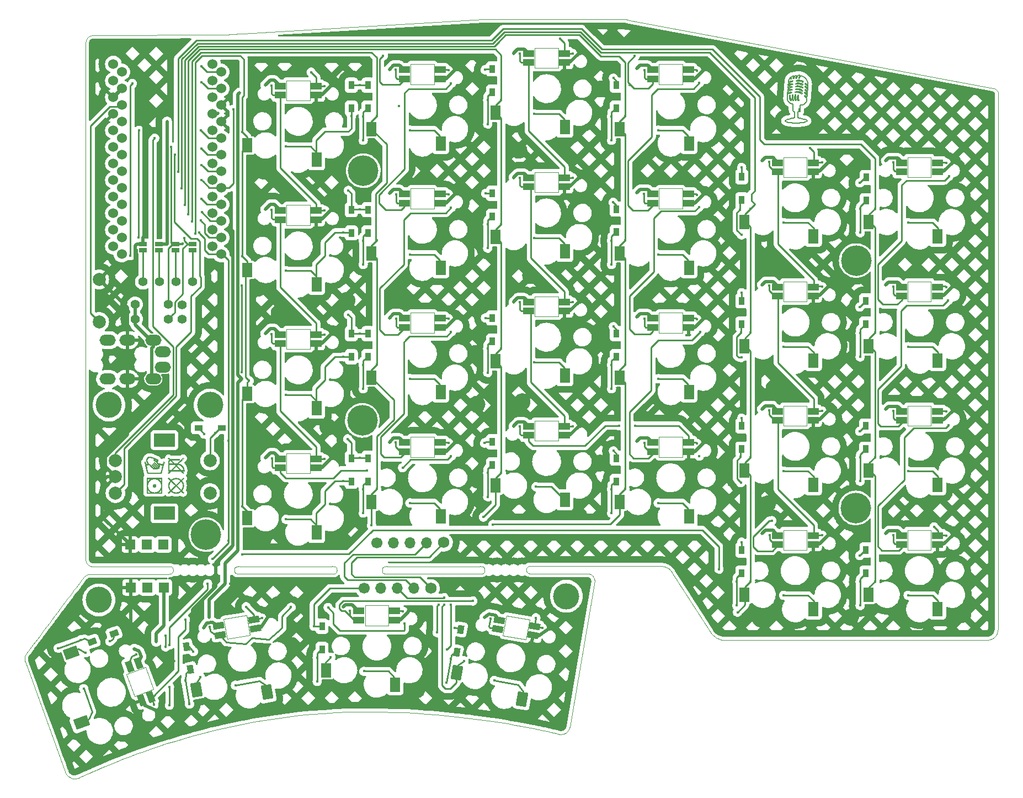
<source format=gbl>
%TF.GenerationSoftware,KiCad,Pcbnew,(6.0.0)*%
%TF.CreationDate,2022-08-16T23:55:00+02:00*%
%TF.ProjectId,SofleKeyboard,536f666c-654b-4657-9962-6f6172642e6b,rev?*%
%TF.SameCoordinates,Original*%
%TF.FileFunction,Copper,L2,Bot*%
%TF.FilePolarity,Positive*%
%FSLAX46Y46*%
G04 Gerber Fmt 4.6, Leading zero omitted, Abs format (unit mm)*
G04 Created by KiCad (PCBNEW (6.0.0)) date 2022-08-16 23:55:00*
%MOMM*%
%LPD*%
G01*
G04 APERTURE LIST*
G04 Aperture macros list*
%AMRotRect*
0 Rectangle, with rotation*
0 The origin of the aperture is its center*
0 $1 length*
0 $2 width*
0 $3 Rotation angle, in degrees counterclockwise*
0 Add horizontal line*
21,1,$1,$2,0,0,$3*%
G04 Aperture macros list end*
%ADD10C,0.200000*%
%TA.AperFunction,NonConductor*%
%ADD11C,0.000001*%
%TD*%
%ADD12C,0.090000*%
%TA.AperFunction,Profile*%
%ADD13C,0.120000*%
%TD*%
%TA.AperFunction,ComponentPad*%
%ADD14C,4.000000*%
%TD*%
%TA.AperFunction,ComponentPad*%
%ADD15C,1.397000*%
%TD*%
%TA.AperFunction,ComponentPad*%
%ADD16O,2.500000X1.700000*%
%TD*%
%TA.AperFunction,ComponentPad*%
%ADD17C,4.700000*%
%TD*%
%TA.AperFunction,ComponentPad*%
%ADD18C,1.524000*%
%TD*%
%TA.AperFunction,ComponentPad*%
%ADD19C,2.000000*%
%TD*%
%TA.AperFunction,SMDPad,CuDef*%
%ADD20R,0.950000X1.300000*%
%TD*%
%TA.AperFunction,SMDPad,CuDef*%
%ADD21R,1.300000X0.950000*%
%TD*%
%TA.AperFunction,SMDPad,CuDef*%
%ADD22RotRect,1.300000X0.950000X200.000000*%
%TD*%
%TA.AperFunction,SMDPad,CuDef*%
%ADD23R,1.700000X1.000000*%
%TD*%
%TA.AperFunction,SMDPad,CuDef*%
%ADD24R,1.600000X2.200000*%
%TD*%
%TA.AperFunction,SMDPad,CuDef*%
%ADD25RotRect,1.700000X1.000000X110.000000*%
%TD*%
%TA.AperFunction,SMDPad,CuDef*%
%ADD26RotRect,1.600000X2.200000X110.000000*%
%TD*%
%TA.AperFunction,ComponentPad*%
%ADD27R,3.200000X2.000000*%
%TD*%
%TA.AperFunction,SMDPad,CuDef*%
%ADD28RotRect,1.700000X1.000000X190.000000*%
%TD*%
%TA.AperFunction,SMDPad,CuDef*%
%ADD29RotRect,1.600000X2.200000X190.000000*%
%TD*%
%TA.AperFunction,SMDPad,CuDef*%
%ADD30RotRect,1.700000X1.000000X170.000000*%
%TD*%
%TA.AperFunction,SMDPad,CuDef*%
%ADD31RotRect,1.600000X2.200000X170.000000*%
%TD*%
%TA.AperFunction,SMDPad,CuDef*%
%ADD32RotRect,1.300000X0.950000X280.000000*%
%TD*%
%TA.AperFunction,SMDPad,CuDef*%
%ADD33RotRect,1.300000X0.950000X260.000000*%
%TD*%
%TA.AperFunction,ComponentPad*%
%ADD34C,1.700000*%
%TD*%
%TA.AperFunction,ComponentPad*%
%ADD35O,1.700000X1.700000*%
%TD*%
%TA.AperFunction,ComponentPad*%
%ADD36C,1.752600*%
%TD*%
%TA.AperFunction,ComponentPad*%
%ADD37R,1.524000X1.524000*%
%TD*%
%TA.AperFunction,SMDPad,CuDef*%
%ADD38R,1.143000X0.635000*%
%TD*%
%TA.AperFunction,ViaPad*%
%ADD39C,0.400000*%
%TD*%
%TA.AperFunction,Conductor*%
%ADD40C,0.250000*%
%TD*%
%TA.AperFunction,Conductor*%
%ADD41C,0.500000*%
%TD*%
G04 APERTURE END LIST*
D10*
X196561918Y-46722296D02*
X196477426Y-46534252D01*
X196447673Y-46331595D01*
X196449026Y-46249564D01*
X197807234Y-45773322D02*
X197838972Y-45783895D01*
X196089208Y-43279181D02*
X196068020Y-43469673D01*
X196491358Y-43289753D02*
X196480786Y-43377948D01*
X197958925Y-44309286D02*
X197762350Y-44225990D01*
X197556149Y-44167549D01*
X197344093Y-44135372D01*
X197225142Y-44129366D01*
X197867200Y-44873743D02*
X197898938Y-44880784D01*
X195612945Y-45847392D02*
X195786572Y-45741801D01*
X195980956Y-45679745D01*
X196039814Y-45671003D01*
X198466926Y-46182535D02*
X198311703Y-46030843D01*
X196163277Y-44806715D02*
X196311438Y-44789059D01*
X198502195Y-45409951D02*
X198637612Y-45565015D01*
X198664481Y-45603974D01*
X196692444Y-48542619D02*
X196625415Y-48542619D01*
X196290272Y-45579299D02*
X196219734Y-45522842D01*
X196868833Y-44658533D02*
X196939393Y-44714989D01*
X197288639Y-43825982D02*
X197497099Y-43842836D01*
X197698710Y-43887205D01*
X197892828Y-43959733D01*
X197930697Y-43977674D01*
X196286762Y-43938874D02*
X196392591Y-43928280D01*
X196039814Y-49639753D02*
X196240878Y-49551260D01*
X196459434Y-49501312D01*
X196665149Y-49476065D01*
X196692444Y-49473958D01*
X197362730Y-46750502D02*
X197289685Y-46555079D01*
X197281577Y-46394215D01*
X196882958Y-46806959D02*
X196921758Y-46722296D01*
X196195037Y-43483798D02*
X196216202Y-43289753D01*
X197898938Y-44425709D02*
X197927166Y-44432771D01*
X198311703Y-46030843D02*
X198219978Y-46034375D01*
X197221610Y-48542619D02*
X197221610Y-49473958D01*
X197711977Y-42979329D02*
X197903718Y-43055035D01*
X198079084Y-43162375D01*
X198184687Y-43250953D01*
X197189873Y-45988512D02*
X197154582Y-46380090D01*
X198590390Y-46549438D02*
X198579818Y-46672901D01*
X198311703Y-44736155D02*
X198562162Y-44976041D01*
X197902469Y-45212396D02*
X197714340Y-45120672D01*
X197516623Y-45052764D01*
X197311631Y-45009992D01*
X197101678Y-44993676D01*
X198251716Y-45568705D02*
X198251716Y-45660431D01*
X197031118Y-45427586D02*
X196854729Y-45448773D01*
X195778761Y-43790713D02*
X195824791Y-43580241D01*
X195923791Y-43391867D01*
X196066718Y-43235274D01*
X196099780Y-43208621D01*
X196942924Y-43801285D02*
X197013484Y-43857742D01*
X196039814Y-49639753D02*
X196240878Y-49551260D01*
X196459434Y-49501312D01*
X196665149Y-49476065D01*
X196692444Y-49473958D01*
X197041690Y-45558133D02*
X197243659Y-45573888D01*
X197440336Y-45615448D01*
X197629075Y-45682147D01*
X197807234Y-45773322D01*
X196329094Y-45148899D02*
X196258534Y-45092464D01*
X196039814Y-45671003D02*
X196233837Y-45649837D01*
X196833564Y-45088933D02*
X196904123Y-45145368D01*
X196921758Y-46722296D02*
X196875015Y-46527383D01*
X196864723Y-46320229D01*
X196865301Y-46306020D01*
X197165175Y-44690292D02*
X197372068Y-44707345D01*
X197573516Y-44751918D01*
X197765759Y-44823073D01*
X197867200Y-44873743D01*
X196311438Y-44789059D02*
X196367894Y-44718520D01*
X197690811Y-47508983D02*
X197570857Y-47508983D01*
X196939393Y-44714989D02*
X197165175Y-44690292D01*
X198438698Y-43487308D02*
X198574916Y-43641903D01*
X198676510Y-43819978D01*
X198741263Y-44016662D01*
X198766956Y-44227083D01*
X198763248Y-44351618D01*
X195778761Y-43790713D02*
X195824791Y-43580241D01*
X195923791Y-43391867D01*
X196066718Y-43235274D01*
X196099780Y-43208621D01*
X197419165Y-47978184D02*
X197338033Y-48147510D01*
X197987132Y-44397481D02*
X197958925Y-44309286D01*
X196879426Y-45974408D02*
X196815929Y-45907380D01*
X198343441Y-44182291D02*
X198343441Y-44270486D01*
X198219978Y-46122569D02*
X198378732Y-46274261D01*
X196195037Y-43483798D02*
X196216202Y-43289753D01*
X196734775Y-46298958D02*
X196741428Y-46502172D01*
X196780487Y-46702140D01*
X196801804Y-46768158D01*
X197285108Y-43695456D02*
X197278067Y-43695456D01*
X196068020Y-43469673D02*
X196128008Y-43540233D01*
X196128008Y-43540233D02*
X196131539Y-43540233D01*
X198311703Y-44644429D02*
X198311703Y-44736155D01*
X198343441Y-44182291D02*
X198343441Y-44270486D01*
X196452557Y-46792855D02*
X196505483Y-46821062D01*
X197570857Y-48278036D02*
X197539247Y-48483419D01*
X197472090Y-48542619D01*
X197958925Y-44309286D02*
X197762350Y-44225990D01*
X197556149Y-44167549D01*
X197344093Y-44135372D01*
X197225142Y-44129366D01*
X196173871Y-46697599D02*
X196077370Y-46512368D01*
X196034741Y-46307084D01*
X196032751Y-46179004D01*
X195916328Y-45995574D02*
X195905756Y-46168432D01*
X196329094Y-45148899D02*
X196258534Y-45092464D01*
X197288639Y-42922872D02*
X197493660Y-42932695D01*
X197549691Y-42940507D01*
X197221610Y-49473958D02*
X197430248Y-49497383D01*
X197633421Y-49539829D01*
X197823788Y-49610203D01*
X197874262Y-49639753D01*
X198403429Y-44644429D02*
X198311703Y-44644429D01*
X196861770Y-46810490D02*
X196882958Y-46806959D01*
X198015360Y-43945936D02*
X197987132Y-43861273D01*
X196209140Y-44245789D02*
X195999317Y-44295093D01*
X195806414Y-44387627D01*
X195725836Y-44443343D01*
X196099780Y-45237093D02*
X196272637Y-45219459D01*
X196561918Y-46722296D02*
X196477426Y-46534252D01*
X196447673Y-46331595D01*
X196449026Y-46249564D01*
X196833564Y-45088933D02*
X196904123Y-45145368D01*
X196367894Y-44718520D02*
X196297334Y-44662064D01*
D11*
X98443190Y-105619027D02*
X98431220Y-105619910D01*
X98431220Y-105619910D02*
X98419443Y-105621365D01*
X98419443Y-105621365D02*
X98407873Y-105623379D01*
X98407873Y-105623379D02*
X98396521Y-105625938D01*
X98396521Y-105625938D02*
X98385403Y-105629028D01*
X98385403Y-105629028D02*
X98374531Y-105632636D01*
X98374531Y-105632636D02*
X98363920Y-105636748D01*
X98363920Y-105636748D02*
X98353582Y-105641351D01*
X98353582Y-105641351D02*
X98343532Y-105646431D01*
X98343532Y-105646431D02*
X98333783Y-105651975D01*
X98333783Y-105651975D02*
X98324348Y-105657969D01*
X98324348Y-105657969D02*
X98315241Y-105664399D01*
X98315241Y-105664399D02*
X98306476Y-105671252D01*
X98306476Y-105671252D02*
X98298066Y-105678515D01*
X98298066Y-105678515D02*
X98290025Y-105686174D01*
X98290025Y-105686174D02*
X98282366Y-105694215D01*
X98282366Y-105694215D02*
X98275103Y-105702624D01*
X98275103Y-105702624D02*
X98268249Y-105711389D01*
X98268249Y-105711389D02*
X98261818Y-105720495D01*
X98261818Y-105720495D02*
X98255824Y-105729929D01*
X98255824Y-105729929D02*
X98250280Y-105739678D01*
X98250280Y-105739678D02*
X98245200Y-105749727D01*
X98245200Y-105749727D02*
X98240596Y-105760064D01*
X98240596Y-105760064D02*
X98236484Y-105770675D01*
X98236484Y-105770675D02*
X98232876Y-105781546D01*
X98232876Y-105781546D02*
X98229785Y-105792664D01*
X98229785Y-105792664D02*
X98227227Y-105804015D01*
X98227227Y-105804015D02*
X98225213Y-105815585D01*
X98225213Y-105815585D02*
X98223758Y-105827361D01*
X98223758Y-105827361D02*
X98222874Y-105839330D01*
X98222874Y-105839330D02*
X98222577Y-105851477D01*
X98222577Y-105851477D02*
X98222874Y-105863625D01*
X98222874Y-105863625D02*
X98223758Y-105875594D01*
X98223758Y-105875594D02*
X98225213Y-105887370D01*
X98225213Y-105887370D02*
X98227227Y-105898940D01*
X98227227Y-105898940D02*
X98229785Y-105910291D01*
X98229785Y-105910291D02*
X98232876Y-105921409D01*
X98232876Y-105921409D02*
X98236484Y-105932280D01*
X98236484Y-105932280D02*
X98240596Y-105942890D01*
X98240596Y-105942890D02*
X98245200Y-105953227D01*
X98245200Y-105953227D02*
X98250280Y-105963277D01*
X98250280Y-105963277D02*
X98255824Y-105973026D01*
X98255824Y-105973026D02*
X98261818Y-105982460D01*
X98261818Y-105982460D02*
X98268249Y-105991566D01*
X98268249Y-105991566D02*
X98275103Y-106000331D01*
X98275103Y-106000331D02*
X98282366Y-106008740D01*
X98282366Y-106008740D02*
X98290025Y-106016781D01*
X98290025Y-106016781D02*
X98298066Y-106024440D01*
X98298066Y-106024440D02*
X98306476Y-106031702D01*
X98306476Y-106031702D02*
X98315241Y-106038556D01*
X98315241Y-106038556D02*
X98324348Y-106044986D01*
X98324348Y-106044986D02*
X98333783Y-106050980D01*
X98333783Y-106050980D02*
X98343532Y-106056524D01*
X98343532Y-106056524D02*
X98353582Y-106061604D01*
X98353582Y-106061604D02*
X98363920Y-106066207D01*
X98363920Y-106066207D02*
X98374531Y-106070319D01*
X98374531Y-106070319D02*
X98385403Y-106073927D01*
X98385403Y-106073927D02*
X98396521Y-106077017D01*
X98396521Y-106077017D02*
X98407873Y-106079576D01*
X98407873Y-106079576D02*
X98419443Y-106081589D01*
X98419443Y-106081589D02*
X98431220Y-106083045D01*
X98431220Y-106083045D02*
X98443190Y-106083928D01*
X98443190Y-106083928D02*
X98455338Y-106084225D01*
X98455338Y-106084225D02*
X98467486Y-106083928D01*
X98467486Y-106083928D02*
X98479456Y-106083045D01*
X98479456Y-106083045D02*
X98491233Y-106081589D01*
X98491233Y-106081589D02*
X98502804Y-106079576D01*
X98502804Y-106079576D02*
X98514155Y-106077017D01*
X98514155Y-106077017D02*
X98525273Y-106073927D01*
X98525273Y-106073927D02*
X98536145Y-106070319D01*
X98536145Y-106070319D02*
X98546756Y-106066207D01*
X98546756Y-106066207D02*
X98557094Y-106061604D01*
X98557094Y-106061604D02*
X98567144Y-106056524D01*
X98567144Y-106056524D02*
X98576893Y-106050980D01*
X98576893Y-106050980D02*
X98586328Y-106044986D01*
X98586328Y-106044986D02*
X98595435Y-106038556D01*
X98595435Y-106038556D02*
X98604200Y-106031702D01*
X98604200Y-106031702D02*
X98612610Y-106024440D01*
X98612610Y-106024440D02*
X98620651Y-106016781D01*
X98620651Y-106016781D02*
X98628310Y-106008740D01*
X98628310Y-106008740D02*
X98635573Y-106000331D01*
X98635573Y-106000331D02*
X98642427Y-105991566D01*
X98642427Y-105991566D02*
X98648858Y-105982460D01*
X98648858Y-105982460D02*
X98654852Y-105973026D01*
X98654852Y-105973026D02*
X98660396Y-105963277D01*
X98660396Y-105963277D02*
X98665477Y-105953227D01*
X98665477Y-105953227D02*
X98670080Y-105942890D01*
X98670080Y-105942890D02*
X98674192Y-105932280D01*
X98674192Y-105932280D02*
X98677800Y-105921409D01*
X98677800Y-105921409D02*
X98680891Y-105910291D01*
X98680891Y-105910291D02*
X98683449Y-105898940D01*
X98683449Y-105898940D02*
X98685463Y-105887370D01*
X98685463Y-105887370D02*
X98686918Y-105875594D01*
X98686918Y-105875594D02*
X98687802Y-105863625D01*
X98687802Y-105863625D02*
X98688099Y-105851477D01*
X98688099Y-105851477D02*
X98687802Y-105839640D01*
X98687802Y-105839640D02*
X98686918Y-105827942D01*
X98686918Y-105827942D02*
X98685463Y-105816399D01*
X98685463Y-105816399D02*
X98683449Y-105805027D01*
X98683449Y-105805027D02*
X98680891Y-105793841D01*
X98680891Y-105793841D02*
X98677800Y-105782856D01*
X98677800Y-105782856D02*
X98674192Y-105772088D01*
X98674192Y-105772088D02*
X98670080Y-105761552D01*
X98670080Y-105761552D02*
X98665477Y-105751265D01*
X98665477Y-105751265D02*
X98660396Y-105741241D01*
X98660396Y-105741241D02*
X98654852Y-105731495D01*
X98654852Y-105731495D02*
X98648858Y-105722045D01*
X98648858Y-105722045D02*
X98642427Y-105712904D01*
X98642427Y-105712904D02*
X98635573Y-105704089D01*
X98635573Y-105704089D02*
X98628310Y-105695614D01*
X98628310Y-105695614D02*
X98620651Y-105687496D01*
X98620651Y-105687496D02*
X98612610Y-105679750D01*
X98612610Y-105679750D02*
X98604200Y-105672392D01*
X98604200Y-105672392D02*
X98595435Y-105665436D01*
X98595435Y-105665436D02*
X98586328Y-105658899D01*
X98586328Y-105658899D02*
X98576893Y-105652795D01*
X98576893Y-105652795D02*
X98567144Y-105647141D01*
X98567144Y-105647141D02*
X98557094Y-105641952D01*
X98557094Y-105641952D02*
X98546756Y-105637244D01*
X98546756Y-105637244D02*
X98536145Y-105633031D01*
X98536145Y-105633031D02*
X98525273Y-105629330D01*
X98525273Y-105629330D02*
X98514155Y-105626156D01*
X98514155Y-105626156D02*
X98502804Y-105623524D01*
X98502804Y-105623524D02*
X98491233Y-105621450D01*
X98491233Y-105621450D02*
X98479456Y-105619949D01*
X98479456Y-105619949D02*
X98467486Y-105619037D01*
X98467486Y-105619037D02*
X98455338Y-105618730D01*
X98455338Y-105618730D02*
X98443190Y-105619027D01*
G36*
X98467486Y-105619037D02*
G01*
X98479456Y-105619949D01*
X98491233Y-105621450D01*
X98502804Y-105623524D01*
X98514155Y-105626156D01*
X98525273Y-105629330D01*
X98536145Y-105633031D01*
X98546756Y-105637244D01*
X98557094Y-105641952D01*
X98567144Y-105647141D01*
X98576893Y-105652795D01*
X98586328Y-105658899D01*
X98595435Y-105665436D01*
X98604200Y-105672392D01*
X98612610Y-105679750D01*
X98620651Y-105687496D01*
X98628310Y-105695614D01*
X98635573Y-105704089D01*
X98642427Y-105712904D01*
X98648858Y-105722045D01*
X98654852Y-105731495D01*
X98660396Y-105741241D01*
X98665477Y-105751265D01*
X98670080Y-105761552D01*
X98674192Y-105772088D01*
X98677800Y-105782856D01*
X98680891Y-105793841D01*
X98683449Y-105805027D01*
X98685463Y-105816399D01*
X98686918Y-105827942D01*
X98687802Y-105839640D01*
X98688099Y-105851477D01*
X98687802Y-105863625D01*
X98686918Y-105875594D01*
X98685463Y-105887370D01*
X98683449Y-105898940D01*
X98680891Y-105910291D01*
X98677800Y-105921409D01*
X98674192Y-105932280D01*
X98670080Y-105942890D01*
X98665477Y-105953227D01*
X98660396Y-105963277D01*
X98654852Y-105973026D01*
X98648858Y-105982460D01*
X98642427Y-105991566D01*
X98635573Y-106000331D01*
X98628310Y-106008740D01*
X98620651Y-106016781D01*
X98612610Y-106024440D01*
X98604200Y-106031702D01*
X98595435Y-106038556D01*
X98586328Y-106044986D01*
X98576893Y-106050980D01*
X98567144Y-106056524D01*
X98557094Y-106061604D01*
X98546756Y-106066207D01*
X98536145Y-106070319D01*
X98525273Y-106073927D01*
X98514155Y-106077017D01*
X98502804Y-106079576D01*
X98491233Y-106081589D01*
X98479456Y-106083045D01*
X98467486Y-106083928D01*
X98455338Y-106084225D01*
X98443190Y-106083928D01*
X98431220Y-106083045D01*
X98419443Y-106081589D01*
X98407873Y-106079576D01*
X98396521Y-106077017D01*
X98385403Y-106073927D01*
X98374531Y-106070319D01*
X98363920Y-106066207D01*
X98353582Y-106061604D01*
X98343532Y-106056524D01*
X98333783Y-106050980D01*
X98324348Y-106044986D01*
X98315241Y-106038556D01*
X98306476Y-106031702D01*
X98298066Y-106024440D01*
X98290025Y-106016781D01*
X98282366Y-106008740D01*
X98275103Y-106000331D01*
X98268249Y-105991566D01*
X98261818Y-105982460D01*
X98255824Y-105973026D01*
X98250280Y-105963277D01*
X98245200Y-105953227D01*
X98240596Y-105942890D01*
X98236484Y-105932280D01*
X98232876Y-105921409D01*
X98229785Y-105910291D01*
X98227227Y-105898940D01*
X98225213Y-105887370D01*
X98223758Y-105875594D01*
X98222874Y-105863625D01*
X98222577Y-105851477D01*
X98222874Y-105839330D01*
X98223758Y-105827361D01*
X98225213Y-105815585D01*
X98227227Y-105804015D01*
X98229785Y-105792664D01*
X98232876Y-105781546D01*
X98236484Y-105770675D01*
X98240596Y-105760064D01*
X98245200Y-105749727D01*
X98250280Y-105739678D01*
X98255824Y-105729929D01*
X98261818Y-105720495D01*
X98268249Y-105711389D01*
X98275103Y-105702624D01*
X98282366Y-105694215D01*
X98290025Y-105686174D01*
X98298066Y-105678515D01*
X98306476Y-105671252D01*
X98315241Y-105664399D01*
X98324348Y-105657969D01*
X98333783Y-105651975D01*
X98343532Y-105646431D01*
X98353582Y-105641351D01*
X98363920Y-105636748D01*
X98374531Y-105632636D01*
X98385403Y-105629028D01*
X98396521Y-105625938D01*
X98407873Y-105623379D01*
X98419443Y-105621365D01*
X98431220Y-105619910D01*
X98443190Y-105619027D01*
X98455338Y-105618730D01*
X98467486Y-105619037D01*
G37*
X98467486Y-105619037D02*
X98479456Y-105619949D01*
X98491233Y-105621450D01*
X98502804Y-105623524D01*
X98514155Y-105626156D01*
X98525273Y-105629330D01*
X98536145Y-105633031D01*
X98546756Y-105637244D01*
X98557094Y-105641952D01*
X98567144Y-105647141D01*
X98576893Y-105652795D01*
X98586328Y-105658899D01*
X98595435Y-105665436D01*
X98604200Y-105672392D01*
X98612610Y-105679750D01*
X98620651Y-105687496D01*
X98628310Y-105695614D01*
X98635573Y-105704089D01*
X98642427Y-105712904D01*
X98648858Y-105722045D01*
X98654852Y-105731495D01*
X98660396Y-105741241D01*
X98665477Y-105751265D01*
X98670080Y-105761552D01*
X98674192Y-105772088D01*
X98677800Y-105782856D01*
X98680891Y-105793841D01*
X98683449Y-105805027D01*
X98685463Y-105816399D01*
X98686918Y-105827942D01*
X98687802Y-105839640D01*
X98688099Y-105851477D01*
X98687802Y-105863625D01*
X98686918Y-105875594D01*
X98685463Y-105887370D01*
X98683449Y-105898940D01*
X98680891Y-105910291D01*
X98677800Y-105921409D01*
X98674192Y-105932280D01*
X98670080Y-105942890D01*
X98665477Y-105953227D01*
X98660396Y-105963277D01*
X98654852Y-105973026D01*
X98648858Y-105982460D01*
X98642427Y-105991566D01*
X98635573Y-106000331D01*
X98628310Y-106008740D01*
X98620651Y-106016781D01*
X98612610Y-106024440D01*
X98604200Y-106031702D01*
X98595435Y-106038556D01*
X98586328Y-106044986D01*
X98576893Y-106050980D01*
X98567144Y-106056524D01*
X98557094Y-106061604D01*
X98546756Y-106066207D01*
X98536145Y-106070319D01*
X98525273Y-106073927D01*
X98514155Y-106077017D01*
X98502804Y-106079576D01*
X98491233Y-106081589D01*
X98479456Y-106083045D01*
X98467486Y-106083928D01*
X98455338Y-106084225D01*
X98443190Y-106083928D01*
X98431220Y-106083045D01*
X98419443Y-106081589D01*
X98407873Y-106079576D01*
X98396521Y-106077017D01*
X98385403Y-106073927D01*
X98374531Y-106070319D01*
X98363920Y-106066207D01*
X98353582Y-106061604D01*
X98343532Y-106056524D01*
X98333783Y-106050980D01*
X98324348Y-106044986D01*
X98315241Y-106038556D01*
X98306476Y-106031702D01*
X98298066Y-106024440D01*
X98290025Y-106016781D01*
X98282366Y-106008740D01*
X98275103Y-106000331D01*
X98268249Y-105991566D01*
X98261818Y-105982460D01*
X98255824Y-105973026D01*
X98250280Y-105963277D01*
X98245200Y-105953227D01*
X98240596Y-105942890D01*
X98236484Y-105932280D01*
X98232876Y-105921409D01*
X98229785Y-105910291D01*
X98227227Y-105898940D01*
X98225213Y-105887370D01*
X98223758Y-105875594D01*
X98222874Y-105863625D01*
X98222577Y-105851477D01*
X98222874Y-105839330D01*
X98223758Y-105827361D01*
X98225213Y-105815585D01*
X98227227Y-105804015D01*
X98229785Y-105792664D01*
X98232876Y-105781546D01*
X98236484Y-105770675D01*
X98240596Y-105760064D01*
X98245200Y-105749727D01*
X98250280Y-105739678D01*
X98255824Y-105729929D01*
X98261818Y-105720495D01*
X98268249Y-105711389D01*
X98275103Y-105702624D01*
X98282366Y-105694215D01*
X98290025Y-105686174D01*
X98298066Y-105678515D01*
X98306476Y-105671252D01*
X98315241Y-105664399D01*
X98324348Y-105657969D01*
X98333783Y-105651975D01*
X98343532Y-105646431D01*
X98353582Y-105641351D01*
X98363920Y-105636748D01*
X98374531Y-105632636D01*
X98385403Y-105629028D01*
X98396521Y-105625938D01*
X98407873Y-105623379D01*
X98419443Y-105621365D01*
X98431220Y-105619910D01*
X98443190Y-105619027D01*
X98455338Y-105618730D01*
X98467486Y-105619037D01*
D10*
X197288639Y-42922872D02*
X197493660Y-42932695D01*
X197549691Y-42940507D01*
X197927166Y-44432771D02*
X197987132Y-44397481D01*
X196025689Y-45544008D02*
X195829636Y-45587414D01*
X195638334Y-45674733D01*
X195627048Y-45681597D01*
X195916328Y-45995574D02*
X195905756Y-46168432D01*
X196607781Y-43392072D02*
X196618374Y-43300347D01*
X197253370Y-46817531D02*
X197309805Y-46845759D01*
X196957027Y-50260645D02*
X196695357Y-50256741D01*
X196446089Y-50245413D01*
X196212133Y-50227238D01*
X195996403Y-50202789D01*
X195742149Y-50161429D01*
X195532377Y-50111305D01*
X195343235Y-50038404D01*
X195239001Y-49921993D01*
X198339910Y-45568705D02*
X198251716Y-45568705D01*
X196607781Y-43392072D02*
X196618374Y-43300347D01*
X195662339Y-45268853D02*
X195679973Y-45032476D01*
X197165175Y-44690292D02*
X197372068Y-44707345D01*
X197573516Y-44751918D01*
X197765759Y-44823073D01*
X197867200Y-44873743D01*
D11*
X97760671Y-101392326D02*
X97753571Y-101392574D01*
X97753571Y-101392574D02*
X97738431Y-101393566D01*
X97738431Y-101393566D02*
X97721142Y-101395219D01*
X97721142Y-101395219D02*
X97700629Y-101397533D01*
X97700629Y-101397533D02*
X97678945Y-101400579D01*
X97678945Y-101400579D02*
X97657543Y-101404416D01*
X97657543Y-101404416D02*
X97636438Y-101409030D01*
X97636438Y-101409030D02*
X97615644Y-101414408D01*
X97615644Y-101414408D02*
X97595176Y-101420535D01*
X97595176Y-101420535D02*
X97575048Y-101427397D01*
X97575048Y-101427397D02*
X97555274Y-101434979D01*
X97555274Y-101434979D02*
X97535867Y-101443267D01*
X97535867Y-101443267D02*
X97516843Y-101452248D01*
X97516843Y-101452248D02*
X97498215Y-101461907D01*
X97498215Y-101461907D02*
X97462206Y-101483202D01*
X97462206Y-101483202D02*
X97427954Y-101507038D01*
X97427954Y-101507038D02*
X97395571Y-101533303D01*
X97395571Y-101533303D02*
X97365172Y-101561881D01*
X97365172Y-101561881D02*
X97336871Y-101592661D01*
X97336871Y-101592661D02*
X97310781Y-101625527D01*
X97310781Y-101625527D02*
X97287015Y-101660366D01*
X97287015Y-101660366D02*
X97265688Y-101697065D01*
X97265688Y-101697065D02*
X97246913Y-101735511D01*
X97246913Y-101735511D02*
X97230804Y-101775588D01*
X97230804Y-101775588D02*
X97223784Y-101796204D01*
X97223784Y-101796204D02*
X97217474Y-101817184D01*
X97217474Y-101817184D02*
X97212817Y-101832227D01*
X97212817Y-101832227D02*
X97210933Y-101839315D01*
X97210933Y-101839315D02*
X97209318Y-101846278D01*
X97209318Y-101846278D02*
X97207951Y-101853241D01*
X97207951Y-101853241D02*
X97206811Y-101860329D01*
X97206811Y-101860329D02*
X97205877Y-101867664D01*
X97205877Y-101867664D02*
X97205130Y-101875371D01*
X97205130Y-101875371D02*
X97204111Y-101892398D01*
X97204111Y-101892398D02*
X97203587Y-101912399D01*
X97203587Y-101912399D02*
X97203367Y-101965297D01*
X97203367Y-101965297D02*
X97203546Y-101995099D01*
X97203546Y-101995099D02*
X97203785Y-102007798D01*
X97203785Y-102007798D02*
X97204138Y-102019241D01*
X97204138Y-102019241D02*
X97204615Y-102029589D01*
X97204615Y-102029589D02*
X97205226Y-102039001D01*
X97205226Y-102039001D02*
X97205982Y-102047639D01*
X97205982Y-102047639D02*
X97206893Y-102055663D01*
X97206893Y-102055663D02*
X97207969Y-102063231D01*
X97207969Y-102063231D02*
X97209221Y-102070506D01*
X97209221Y-102070506D02*
X97210659Y-102077646D01*
X97210659Y-102077646D02*
X97212293Y-102084811D01*
X97212293Y-102084811D02*
X97216192Y-102099861D01*
X97216192Y-102099861D02*
X97221000Y-102116935D01*
X97221000Y-102116935D02*
X97227672Y-102138084D01*
X97227672Y-102138084D02*
X97234541Y-102158013D01*
X97234541Y-102158013D02*
X97241720Y-102176910D01*
X97241720Y-102176910D02*
X97249323Y-102194959D01*
X97249323Y-102194959D02*
X97257463Y-102212347D01*
X97257463Y-102212347D02*
X97266254Y-102229259D01*
X97266254Y-102229259D02*
X97275809Y-102245883D01*
X97275809Y-102245883D02*
X97286243Y-102262403D01*
X97286243Y-102262403D02*
X97297669Y-102279005D01*
X97297669Y-102279005D02*
X97310200Y-102295877D01*
X97310200Y-102295877D02*
X97323950Y-102313202D01*
X97323950Y-102313202D02*
X97339033Y-102331169D01*
X97339033Y-102331169D02*
X97355563Y-102349962D01*
X97355563Y-102349962D02*
X97373652Y-102369767D01*
X97373652Y-102369767D02*
X97414967Y-102413160D01*
X97414967Y-102413160D02*
X97446982Y-102447763D01*
X97446982Y-102447763D02*
X97472716Y-102475755D01*
X97472716Y-102475755D02*
X97496080Y-102501322D01*
X97496080Y-102501322D02*
X97492061Y-102504941D01*
X97492061Y-102504941D02*
X97486740Y-102509118D01*
X97486740Y-102509118D02*
X97480303Y-102513750D01*
X97480303Y-102513750D02*
X97472937Y-102518734D01*
X97472937Y-102518734D02*
X97456157Y-102529341D01*
X97456157Y-102529341D02*
X97437890Y-102540113D01*
X97437890Y-102540113D02*
X97419623Y-102550224D01*
X97419623Y-102550224D02*
X97402844Y-102558847D01*
X97402844Y-102558847D02*
X97395477Y-102562343D01*
X97395477Y-102562343D02*
X97389040Y-102565156D01*
X97389040Y-102565156D02*
X97383719Y-102567185D01*
X97383719Y-102567185D02*
X97379700Y-102568325D01*
X97379700Y-102568325D02*
X97374133Y-102569564D01*
X97374133Y-102569564D02*
X97368059Y-102570639D01*
X97368059Y-102570639D02*
X97361552Y-102571548D01*
X97361552Y-102571548D02*
X97354683Y-102572292D01*
X97354683Y-102572292D02*
X97347524Y-102572871D01*
X97347524Y-102572871D02*
X97340149Y-102573284D01*
X97340149Y-102573284D02*
X97332629Y-102573532D01*
X97332629Y-102573532D02*
X97325037Y-102573614D01*
X97325037Y-102573614D02*
X97317444Y-102573532D01*
X97317444Y-102573532D02*
X97309924Y-102573284D01*
X97309924Y-102573284D02*
X97302549Y-102572871D01*
X97302549Y-102572871D02*
X97295390Y-102572292D01*
X97295390Y-102572292D02*
X97288521Y-102571548D01*
X97288521Y-102571548D02*
X97282014Y-102570639D01*
X97282014Y-102570639D02*
X97275941Y-102569564D01*
X97275941Y-102569564D02*
X97270373Y-102568325D01*
X97270373Y-102568325D02*
X97266155Y-102567026D01*
X97266155Y-102567026D02*
X97260269Y-102564550D01*
X97260269Y-102564550D02*
X97252946Y-102561041D01*
X97252946Y-102561041D02*
X97244419Y-102556643D01*
X97244419Y-102556643D02*
X97224685Y-102545761D01*
X97224685Y-102545761D02*
X97202925Y-102533060D01*
X97202925Y-102533060D02*
X97181001Y-102519698D01*
X97181001Y-102519698D02*
X97160771Y-102506832D01*
X97160771Y-102506832D02*
X97144095Y-102495619D01*
X97144095Y-102495619D02*
X97137671Y-102490994D01*
X97137671Y-102490994D02*
X97132833Y-102487216D01*
X97132833Y-102487216D02*
X97132049Y-102486607D01*
X97132049Y-102486607D02*
X97131028Y-102484826D01*
X97131028Y-102484826D02*
X97128314Y-102478014D01*
X97128314Y-102478014D02*
X97124774Y-102467317D01*
X97124774Y-102467317D02*
X97120489Y-102453273D01*
X97120489Y-102453273D02*
X97097566Y-102374368D01*
X97097566Y-102374368D02*
X97084561Y-102330728D01*
X97084561Y-102330728D02*
X97072879Y-102292378D01*
X97072879Y-102292378D02*
X97063842Y-102263284D01*
X97063842Y-102263284D02*
X97058772Y-102247415D01*
X97058772Y-102247415D02*
X97056666Y-102243572D01*
X97056666Y-102243572D02*
X97054322Y-102239976D01*
X97054322Y-102239976D02*
X97051751Y-102236629D01*
X97051751Y-102236629D02*
X97048963Y-102233530D01*
X97048963Y-102233530D02*
X97045969Y-102230678D01*
X97045969Y-102230678D02*
X97042778Y-102228075D01*
X97042778Y-102228075D02*
X97039401Y-102225719D01*
X97039401Y-102225719D02*
X97035849Y-102223611D01*
X97035849Y-102223611D02*
X97032131Y-102221752D01*
X97032131Y-102221752D02*
X97028258Y-102220140D01*
X97028258Y-102220140D02*
X97024241Y-102218776D01*
X97024241Y-102218776D02*
X97020089Y-102217660D01*
X97020089Y-102217660D02*
X97015813Y-102216793D01*
X97015813Y-102216793D02*
X97011424Y-102216173D01*
X97011424Y-102216173D02*
X97006931Y-102215801D01*
X97006931Y-102215801D02*
X97004431Y-102215733D01*
X97004431Y-102215733D02*
X97003529Y-102215768D01*
X97003529Y-102215768D02*
X97001132Y-102216039D01*
X97001132Y-102216039D02*
X96998689Y-102216482D01*
X96998689Y-102216482D02*
X96996209Y-102217089D01*
X96996209Y-102217089D02*
X96993701Y-102217853D01*
X96993701Y-102217853D02*
X96991173Y-102218768D01*
X96991173Y-102218768D02*
X96988634Y-102219827D01*
X96988634Y-102219827D02*
X96986091Y-102221022D01*
X96986091Y-102221022D02*
X96983553Y-102222345D01*
X96983553Y-102222345D02*
X96981029Y-102223791D01*
X96981029Y-102223791D02*
X96976055Y-102227021D01*
X96976055Y-102227021D02*
X96971236Y-102230653D01*
X96971236Y-102230653D02*
X96966639Y-102234632D01*
X96966639Y-102234632D02*
X96962331Y-102238899D01*
X96962331Y-102238899D02*
X96958380Y-102243400D01*
X96958380Y-102243400D02*
X96956559Y-102245719D01*
X96956559Y-102245719D02*
X96954853Y-102248075D01*
X96954853Y-102248075D02*
X96953269Y-102250461D01*
X96953269Y-102250461D02*
X96951816Y-102252870D01*
X96951816Y-102252870D02*
X96950502Y-102255294D01*
X96950502Y-102255294D02*
X96949337Y-102257727D01*
X96949337Y-102257727D02*
X96948328Y-102260161D01*
X96948328Y-102260161D02*
X96947483Y-102262589D01*
X96947483Y-102262589D02*
X96946812Y-102265004D01*
X96946812Y-102265004D02*
X96946322Y-102267399D01*
X96946322Y-102267399D02*
X96946021Y-102269767D01*
X96946021Y-102269767D02*
X96945920Y-102272100D01*
X96945920Y-102272100D02*
X96963332Y-102345550D01*
X96963332Y-102345550D02*
X97011163Y-102531737D01*
X97011163Y-102531737D02*
X97171627Y-103132561D01*
X97171627Y-103132561D02*
X97397335Y-103978917D01*
X97397335Y-103978917D02*
X99513344Y-103978917D01*
X99513344Y-103978917D02*
X99523924Y-103943652D01*
X99523924Y-103943652D02*
X99782253Y-102987094D01*
X99782253Y-102987094D02*
X99864822Y-102674119D01*
X99864822Y-102674119D02*
X99731997Y-102674119D01*
X99731997Y-102674119D02*
X99729958Y-102686117D01*
X99729958Y-102686117D02*
X99721637Y-102720514D01*
X99721637Y-102720514D02*
X99688795Y-102846917D01*
X99688795Y-102846917D02*
X99576823Y-103263041D01*
X99576823Y-103263041D02*
X99418123Y-103851963D01*
X99418123Y-103851963D02*
X97496081Y-103851963D01*
X97496081Y-103851963D02*
X97337380Y-103266568D01*
X97337380Y-103266568D02*
X97333853Y-103263041D01*
X97333853Y-103263041D02*
X97271860Y-103036134D01*
X97271860Y-103036134D02*
X97221440Y-102849561D01*
X97221440Y-102849561D02*
X97187550Y-102722498D01*
X97187550Y-102722498D02*
X97175152Y-102674119D01*
X97175152Y-102674119D02*
X97175203Y-102673809D01*
X97175203Y-102673809D02*
X97175354Y-102673539D01*
X97175354Y-102673539D02*
X97175602Y-102673310D01*
X97175602Y-102673310D02*
X97175944Y-102673120D01*
X97175944Y-102673120D02*
X97176895Y-102672856D01*
X97176895Y-102672856D02*
X97178183Y-102672741D01*
X97178183Y-102672741D02*
X97179780Y-102672771D01*
X97179780Y-102672771D02*
X97181661Y-102672941D01*
X97181661Y-102672941D02*
X97183801Y-102673245D01*
X97183801Y-102673245D02*
X97186173Y-102673678D01*
X97186173Y-102673678D02*
X97188752Y-102674235D01*
X97188752Y-102674235D02*
X97191511Y-102674911D01*
X97191511Y-102674911D02*
X97197469Y-102676598D01*
X97197469Y-102676598D02*
X97203841Y-102678699D01*
X97203841Y-102678699D02*
X97207117Y-102679892D01*
X97207117Y-102679892D02*
X97210419Y-102681172D01*
X97210419Y-102681172D02*
X97215636Y-102683655D01*
X97215636Y-102683655D02*
X97220751Y-102685828D01*
X97220751Y-102685828D02*
X97225824Y-102687712D01*
X97225824Y-102687712D02*
X97230918Y-102689327D01*
X97230918Y-102689327D02*
X97236094Y-102690694D01*
X97236094Y-102690694D02*
X97241415Y-102691834D01*
X97241415Y-102691834D02*
X97246943Y-102692767D01*
X97246943Y-102692767D02*
X97252739Y-102693514D01*
X97252739Y-102693514D02*
X97258866Y-102694096D01*
X97258866Y-102694096D02*
X97265385Y-102694534D01*
X97265385Y-102694534D02*
X97279850Y-102695057D01*
X97279850Y-102695057D02*
X97296629Y-102695250D01*
X97296629Y-102695250D02*
X97316219Y-102695278D01*
X97316219Y-102695278D02*
X97332116Y-102695727D01*
X97332116Y-102695727D02*
X97346850Y-102695732D01*
X97346850Y-102695732D02*
X97360582Y-102695262D01*
X97360582Y-102695262D02*
X97373472Y-102694286D01*
X97373472Y-102694286D02*
X97385681Y-102692772D01*
X97385681Y-102692772D02*
X97397367Y-102690691D01*
X97397367Y-102690691D02*
X97408692Y-102688009D01*
X97408692Y-102688009D02*
X97419815Y-102684698D01*
X97419815Y-102684698D02*
X97430897Y-102680726D01*
X97430897Y-102680726D02*
X97442098Y-102676061D01*
X97442098Y-102676061D02*
X97453578Y-102670673D01*
X97453578Y-102670673D02*
X97465497Y-102664531D01*
X97465497Y-102664531D02*
X97478015Y-102657604D01*
X97478015Y-102657604D02*
X97491293Y-102649860D01*
X97491293Y-102649860D02*
X97520767Y-102631801D01*
X97520767Y-102631801D02*
X97532607Y-102624059D01*
X97532607Y-102624059D02*
X97544076Y-102616813D01*
X97544076Y-102616813D02*
X97554801Y-102610229D01*
X97554801Y-102610229D02*
X97564409Y-102604471D01*
X97564409Y-102604471D02*
X97572531Y-102599705D01*
X97572531Y-102599705D02*
X97578792Y-102596095D01*
X97578792Y-102596095D02*
X97584247Y-102593010D01*
X97584247Y-102593010D02*
X97686962Y-102693955D01*
X97686962Y-102693955D02*
X97929862Y-102935078D01*
X97929862Y-102935078D02*
X98013903Y-103018798D01*
X98013903Y-103018798D02*
X98086414Y-103090409D01*
X98086414Y-103090409D02*
X98147765Y-103150366D01*
X98147765Y-103150366D02*
X98198331Y-103199124D01*
X98198331Y-103199124D02*
X98238481Y-103237137D01*
X98238481Y-103237137D02*
X98268589Y-103264859D01*
X98268589Y-103264859D02*
X98289026Y-103282747D01*
X98289026Y-103282747D02*
X98295734Y-103288144D01*
X98295734Y-103288144D02*
X98300164Y-103291253D01*
X98300164Y-103291253D02*
X98307755Y-103294393D01*
X98307755Y-103294393D02*
X98315930Y-103297197D01*
X98315930Y-103297197D02*
X98324612Y-103299660D01*
X98324612Y-103299660D02*
X98333722Y-103301777D01*
X98333722Y-103301777D02*
X98343184Y-103303543D01*
X98343184Y-103303543D02*
X98352919Y-103304952D01*
X98352919Y-103304952D02*
X98362851Y-103306000D01*
X98362851Y-103306000D02*
X98372901Y-103306681D01*
X98372901Y-103306681D02*
X98382993Y-103306990D01*
X98382993Y-103306990D02*
X98393049Y-103306922D01*
X98393049Y-103306922D02*
X98402991Y-103306472D01*
X98402991Y-103306472D02*
X98412742Y-103305634D01*
X98412742Y-103305634D02*
X98422224Y-103304404D01*
X98422224Y-103304404D02*
X98431360Y-103302776D01*
X98431360Y-103302776D02*
X98440073Y-103300745D01*
X98440073Y-103300745D02*
X98448284Y-103298306D01*
X98448284Y-103298306D02*
X98452796Y-103296938D01*
X98452796Y-103296938D02*
X98457101Y-103295461D01*
X98457101Y-103295461D02*
X98461241Y-103293850D01*
X98461241Y-103293850D02*
X98465256Y-103292079D01*
X98465256Y-103292079D02*
X98469189Y-103290122D01*
X98469189Y-103290122D02*
X98473081Y-103287954D01*
X98473081Y-103287954D02*
X98476973Y-103285547D01*
X98476973Y-103285547D02*
X98480906Y-103282878D01*
X98480906Y-103282878D02*
X98484922Y-103279918D01*
X98484922Y-103279918D02*
X98489061Y-103276644D01*
X98489061Y-103276644D02*
X98493367Y-103273029D01*
X98493367Y-103273029D02*
X98497878Y-103269047D01*
X98497878Y-103269047D02*
X98502638Y-103264673D01*
X98502638Y-103264673D02*
X98507687Y-103259880D01*
X98507687Y-103259880D02*
X98518818Y-103248935D01*
X98518818Y-103248935D02*
X98557611Y-103210144D01*
X98557611Y-103210144D02*
X98596405Y-103245409D01*
X98596405Y-103245409D02*
X98599868Y-103249372D01*
X98599868Y-103249372D02*
X98603616Y-103253316D01*
X98603616Y-103253316D02*
X98607602Y-103257217D01*
X98607602Y-103257217D02*
X98611779Y-103261057D01*
X98611779Y-103261057D02*
X98616100Y-103264815D01*
X98616100Y-103264815D02*
X98620520Y-103268468D01*
X98620520Y-103268468D02*
X98624991Y-103271998D01*
X98624991Y-103271998D02*
X98629467Y-103275384D01*
X98629467Y-103275384D02*
X98633902Y-103278604D01*
X98633902Y-103278604D02*
X98638250Y-103281638D01*
X98638250Y-103281638D02*
X98646495Y-103287065D01*
X98646495Y-103287065D02*
X98653830Y-103291501D01*
X98653830Y-103291501D02*
X98657041Y-103293295D01*
X98657041Y-103293295D02*
X98659885Y-103294779D01*
X98659885Y-103294779D02*
X98666194Y-103297339D01*
X98666194Y-103297339D02*
X98673165Y-103299718D01*
X98673165Y-103299718D02*
X98680714Y-103301900D01*
X98680714Y-103301900D02*
X98688760Y-103303871D01*
X98688760Y-103303871D02*
X98697218Y-103305615D01*
X98697218Y-103305615D02*
X98706007Y-103307115D01*
X98706007Y-103307115D02*
X98715045Y-103308358D01*
X98715045Y-103308358D02*
X98724247Y-103309326D01*
X98724247Y-103309326D02*
X98733532Y-103310005D01*
X98733532Y-103310005D02*
X98742817Y-103310380D01*
X98742817Y-103310380D02*
X98752020Y-103310434D01*
X98752020Y-103310434D02*
X98761057Y-103310153D01*
X98761057Y-103310153D02*
X98769846Y-103309520D01*
X98769846Y-103309520D02*
X98778304Y-103308520D01*
X98778304Y-103308520D02*
X98786350Y-103307138D01*
X98786350Y-103307138D02*
X98793899Y-103305359D01*
X98793899Y-103305359D02*
X98797545Y-103304626D01*
X98797545Y-103304626D02*
X98801208Y-103303752D01*
X98801208Y-103303752D02*
X98808564Y-103301598D01*
X98808564Y-103301598D02*
X98815929Y-103298927D01*
X98815929Y-103298927D02*
X98823269Y-103295771D01*
X98823269Y-103295771D02*
X98830548Y-103292160D01*
X98830548Y-103292160D02*
X98837727Y-103288126D01*
X98837727Y-103288126D02*
X98844773Y-103283699D01*
X98844773Y-103283699D02*
X98851648Y-103278910D01*
X98851648Y-103278910D02*
X98858317Y-103273791D01*
X98858317Y-103273791D02*
X98864742Y-103268372D01*
X98864742Y-103268372D02*
X98870889Y-103262685D01*
X98870889Y-103262685D02*
X98876721Y-103256759D01*
X98876721Y-103256759D02*
X98882201Y-103250628D01*
X98882201Y-103250628D02*
X98887294Y-103244320D01*
X98887294Y-103244320D02*
X98891963Y-103237868D01*
X98891963Y-103237868D02*
X98896173Y-103231303D01*
X98896173Y-103231303D02*
X98917333Y-103199564D01*
X98917333Y-103199564D02*
X98934967Y-103210144D01*
X98934967Y-103210144D02*
X98937658Y-103212006D01*
X98937658Y-103212006D02*
X98940463Y-103213636D01*
X98940463Y-103213636D02*
X98943413Y-103215049D01*
X98943413Y-103215049D02*
X98946538Y-103216260D01*
X98946538Y-103216260D02*
X98949871Y-103217285D01*
X98949871Y-103217285D02*
X98953440Y-103218140D01*
X98953440Y-103218140D02*
X98957279Y-103218840D01*
X98957279Y-103218840D02*
X98961417Y-103219401D01*
X98961417Y-103219401D02*
X98965885Y-103219837D01*
X98965885Y-103219837D02*
X98970716Y-103220165D01*
X98970716Y-103220165D02*
X98981585Y-103220558D01*
X98981585Y-103220558D02*
X98994273Y-103220703D01*
X98994273Y-103220703D02*
X99009027Y-103220723D01*
X99009027Y-103220723D02*
X99017261Y-103220681D01*
X99017261Y-103220681D02*
X99024807Y-103220551D01*
X99024807Y-103220551D02*
X99031724Y-103220328D01*
X99031724Y-103220328D02*
X99038067Y-103220007D01*
X99038067Y-103220007D02*
X99043893Y-103219583D01*
X99043893Y-103219583D02*
X99049260Y-103219050D01*
X99049260Y-103219050D02*
X99054223Y-103218403D01*
X99054223Y-103218403D02*
X99058841Y-103217638D01*
X99058841Y-103217638D02*
X99063169Y-103216748D01*
X99063169Y-103216748D02*
X99067265Y-103215730D01*
X99067265Y-103215730D02*
X99071185Y-103214577D01*
X99071185Y-103214577D02*
X99074987Y-103213285D01*
X99074987Y-103213285D02*
X99078726Y-103211848D01*
X99078726Y-103211848D02*
X99082460Y-103210261D01*
X99082460Y-103210261D02*
X99086246Y-103208519D01*
X99086246Y-103208519D02*
X99090140Y-103206618D01*
X99090140Y-103206618D02*
X99097940Y-103202177D01*
X99097940Y-103202177D02*
X99105468Y-103197457D01*
X99105468Y-103197457D02*
X99112719Y-103192469D01*
X99112719Y-103192469D02*
X99119690Y-103187222D01*
X99119690Y-103187222D02*
X99126377Y-103181727D01*
X99126377Y-103181727D02*
X99132776Y-103175995D01*
X99132776Y-103175995D02*
X99144694Y-103163859D01*
X99144694Y-103163859D02*
X99155413Y-103150896D01*
X99155413Y-103150896D02*
X99164903Y-103137190D01*
X99164903Y-103137190D02*
X99173133Y-103122822D01*
X99173133Y-103122822D02*
X99180071Y-103107876D01*
X99180071Y-103107876D02*
X99185686Y-103092434D01*
X99185686Y-103092434D02*
X99189948Y-103076578D01*
X99189948Y-103076578D02*
X99192826Y-103060393D01*
X99192826Y-103060393D02*
X99194288Y-103043959D01*
X99194288Y-103043959D02*
X99194303Y-103027359D01*
X99194303Y-103027359D02*
X99193759Y-103019024D01*
X99193759Y-103019024D02*
X99192841Y-103010677D01*
X99192841Y-103010677D02*
X99191547Y-103002331D01*
X99191547Y-103002331D02*
X99189871Y-102993996D01*
X99189871Y-102993996D02*
X99187810Y-102985680D01*
X99187810Y-102985680D02*
X99185361Y-102977396D01*
X99185361Y-102977396D02*
X99184080Y-102974095D01*
X99184080Y-102974095D02*
X99182881Y-102970819D01*
X99182881Y-102970819D02*
X99181765Y-102967594D01*
X99181765Y-102967594D02*
X99180732Y-102964447D01*
X99180732Y-102964447D02*
X99179782Y-102961404D01*
X99179782Y-102961404D02*
X99178914Y-102958490D01*
X99178914Y-102958490D02*
X99177426Y-102953152D01*
X99177426Y-102953152D02*
X99176269Y-102948640D01*
X99176269Y-102948640D02*
X99175442Y-102945162D01*
X99175442Y-102945162D02*
X99174781Y-102942131D01*
X99174781Y-102942131D02*
X99180107Y-102939326D01*
X99180107Y-102939326D02*
X99185485Y-102936222D01*
X99185485Y-102936222D02*
X99190883Y-102932849D01*
X99190883Y-102932849D02*
X99196272Y-102929238D01*
X99196272Y-102929238D02*
X99201618Y-102925420D01*
X99201618Y-102925420D02*
X99206893Y-102921427D01*
X99206893Y-102921427D02*
X99212064Y-102917289D01*
X99212064Y-102917289D02*
X99217101Y-102913038D01*
X99217101Y-102913038D02*
X99221973Y-102908704D01*
X99221973Y-102908704D02*
X99226648Y-102904318D01*
X99226648Y-102904318D02*
X99231096Y-102899912D01*
X99231096Y-102899912D02*
X99235286Y-102895516D01*
X99235286Y-102895516D02*
X99239186Y-102891161D01*
X99239186Y-102891161D02*
X99242766Y-102886879D01*
X99242766Y-102886879D02*
X99245995Y-102882700D01*
X99245995Y-102882700D02*
X99248841Y-102878655D01*
X99248841Y-102878655D02*
X99253887Y-102871577D01*
X99253887Y-102871577D02*
X99258457Y-102864845D01*
X99258457Y-102864845D02*
X99262573Y-102858392D01*
X99262573Y-102858392D02*
X99266254Y-102852151D01*
X99266254Y-102852151D02*
X99269523Y-102846055D01*
X99269523Y-102846055D02*
X99272398Y-102840036D01*
X99272398Y-102840036D02*
X99274902Y-102834027D01*
X99274902Y-102834027D02*
X99277055Y-102827962D01*
X99277055Y-102827962D02*
X99278877Y-102821772D01*
X99278877Y-102821772D02*
X99280389Y-102815392D01*
X99280389Y-102815392D02*
X99281611Y-102808753D01*
X99281611Y-102808753D02*
X99282565Y-102801789D01*
X99282565Y-102801789D02*
X99283271Y-102794432D01*
X99283271Y-102794432D02*
X99283750Y-102786615D01*
X99283750Y-102786615D02*
X99284022Y-102778272D01*
X99284022Y-102778272D02*
X99284105Y-102769627D01*
X99284105Y-102769627D02*
X99162299Y-102769627D01*
X99162299Y-102769627D02*
X99162266Y-102773212D01*
X99162266Y-102773212D02*
X99161961Y-102776763D01*
X99161961Y-102776763D02*
X99161395Y-102780273D01*
X99161395Y-102780273D02*
X99160578Y-102783732D01*
X99160578Y-102783732D02*
X99159518Y-102787132D01*
X99159518Y-102787132D02*
X99158225Y-102790465D01*
X99158225Y-102790465D02*
X99156710Y-102793722D01*
X99156710Y-102793722D02*
X99154982Y-102796896D01*
X99154982Y-102796896D02*
X99153050Y-102799977D01*
X99153050Y-102799977D02*
X99150924Y-102802958D01*
X99150924Y-102802958D02*
X99148615Y-102805829D01*
X99148615Y-102805829D02*
X99146131Y-102808583D01*
X99146131Y-102808583D02*
X99143482Y-102811211D01*
X99143482Y-102811211D02*
X99140679Y-102813705D01*
X99140679Y-102813705D02*
X99137730Y-102816056D01*
X99137730Y-102816056D02*
X99134645Y-102818255D01*
X99134645Y-102818255D02*
X99131435Y-102820296D01*
X99131435Y-102820296D02*
X99128108Y-102822168D01*
X99128108Y-102822168D02*
X99124675Y-102823864D01*
X99124675Y-102823864D02*
X99121145Y-102825376D01*
X99121145Y-102825376D02*
X99117528Y-102826694D01*
X99117528Y-102826694D02*
X99113833Y-102827811D01*
X99113833Y-102827811D02*
X99110071Y-102828719D01*
X99110071Y-102828719D02*
X99106250Y-102829407D01*
X99106250Y-102829407D02*
X99102381Y-102829870D01*
X99102381Y-102829870D02*
X99098474Y-102830097D01*
X99098474Y-102830097D02*
X99094537Y-102830081D01*
X99094537Y-102830081D02*
X99090580Y-102829813D01*
X99090580Y-102829813D02*
X99086615Y-102829284D01*
X99086615Y-102829284D02*
X99083322Y-102827894D01*
X99083322Y-102827894D02*
X99078624Y-102824938D01*
X99078624Y-102824938D02*
X99064352Y-102813691D01*
X99064352Y-102813691D02*
X99042476Y-102794260D01*
X99042476Y-102794260D02*
X99011673Y-102765367D01*
X99011673Y-102765367D02*
X98917995Y-102674064D01*
X98917995Y-102674064D02*
X98772740Y-102529533D01*
X98772740Y-102529533D02*
X98476499Y-102233309D01*
X98476499Y-102233309D02*
X98434178Y-102275627D01*
X98434178Y-102275627D02*
X98429635Y-102279590D01*
X98429635Y-102279590D02*
X98425272Y-102283527D01*
X98425272Y-102283527D02*
X98421106Y-102287412D01*
X98421106Y-102287412D02*
X98417151Y-102291220D01*
X98417151Y-102291220D02*
X98413424Y-102294925D01*
X98413424Y-102294925D02*
X98409939Y-102298501D01*
X98409939Y-102298501D02*
X98406713Y-102301921D01*
X98406713Y-102301921D02*
X98403761Y-102305161D01*
X98403761Y-102305161D02*
X98401098Y-102308194D01*
X98401098Y-102308194D02*
X98398739Y-102310995D01*
X98398739Y-102310995D02*
X98396701Y-102313537D01*
X98396701Y-102313537D02*
X98394999Y-102315796D01*
X98394999Y-102315796D02*
X98393648Y-102317744D01*
X98393648Y-102317744D02*
X98392664Y-102319357D01*
X98392664Y-102319357D02*
X98392062Y-102320608D01*
X98392062Y-102320608D02*
X98391909Y-102321089D01*
X98391909Y-102321089D02*
X98391858Y-102321471D01*
X98391858Y-102321471D02*
X98398732Y-102329509D01*
X98398732Y-102329509D02*
X98418418Y-102350069D01*
X98418418Y-102350069D02*
X98490605Y-102423298D01*
X98490605Y-102423298D02*
X98726893Y-102660013D01*
X98726893Y-102660013D02*
X98857215Y-102790989D01*
X98857215Y-102790989D02*
X98965385Y-102901136D01*
X98965385Y-102901136D02*
X99007547Y-102944783D01*
X99007547Y-102944783D02*
X99039831Y-102978884D01*
X99039831Y-102978884D02*
X99060791Y-103001992D01*
X99060791Y-103001992D02*
X99066573Y-103008972D01*
X99066573Y-103008972D02*
X99068981Y-103012661D01*
X99068981Y-103012661D02*
X99070801Y-103016637D01*
X99070801Y-103016637D02*
X99072298Y-103020623D01*
X99072298Y-103020623D02*
X99073479Y-103024609D01*
X99073479Y-103024609D02*
X99074354Y-103028585D01*
X99074354Y-103028585D02*
X99074928Y-103032541D01*
X99074928Y-103032541D02*
X99075211Y-103036465D01*
X99075211Y-103036465D02*
X99075210Y-103040348D01*
X99075210Y-103040348D02*
X99074932Y-103044179D01*
X99074932Y-103044179D02*
X99074386Y-103047948D01*
X99074386Y-103047948D02*
X99073579Y-103051645D01*
X99073579Y-103051645D02*
X99072519Y-103055260D01*
X99072519Y-103055260D02*
X99071213Y-103058781D01*
X99071213Y-103058781D02*
X99069669Y-103062199D01*
X99069669Y-103062199D02*
X99067896Y-103065503D01*
X99067896Y-103065503D02*
X99065901Y-103068684D01*
X99065901Y-103068684D02*
X99063691Y-103071730D01*
X99063691Y-103071730D02*
X99061275Y-103074631D01*
X99061275Y-103074631D02*
X99058659Y-103077378D01*
X99058659Y-103077378D02*
X99055853Y-103079959D01*
X99055853Y-103079959D02*
X99052863Y-103082364D01*
X99052863Y-103082364D02*
X99049698Y-103084584D01*
X99049698Y-103084584D02*
X99046364Y-103086607D01*
X99046364Y-103086607D02*
X99042871Y-103088424D01*
X99042871Y-103088424D02*
X99039225Y-103090023D01*
X99039225Y-103090023D02*
X99035434Y-103091396D01*
X99035434Y-103091396D02*
X99031507Y-103092530D01*
X99031507Y-103092530D02*
X99027450Y-103093417D01*
X99027450Y-103093417D02*
X99023272Y-103094046D01*
X99023272Y-103094046D02*
X99018980Y-103094406D01*
X99018980Y-103094406D02*
X99014583Y-103094487D01*
X99014583Y-103094487D02*
X99010087Y-103094278D01*
X99010087Y-103094278D02*
X99005501Y-103093770D01*
X99005501Y-103093770D02*
X99000801Y-103092795D01*
X99000801Y-103092795D02*
X98995672Y-103090926D01*
X98995672Y-103090926D02*
X98989685Y-103087765D01*
X98989685Y-103087765D02*
X98982412Y-103082915D01*
X98982412Y-103082915D02*
X98962292Y-103066557D01*
X98962292Y-103066557D02*
X98931881Y-103038669D01*
X98931881Y-103038669D02*
X98887749Y-102996069D01*
X98887749Y-102996069D02*
X98826466Y-102935574D01*
X98826466Y-102935574D02*
X98638726Y-102748175D01*
X98638726Y-102748175D02*
X98296638Y-102406107D01*
X98296638Y-102406107D02*
X98250791Y-102451951D01*
X98250791Y-102451951D02*
X98204944Y-102497795D01*
X98204944Y-102497795D02*
X98504712Y-102797546D01*
X98504712Y-102797546D02*
X98600621Y-102893491D01*
X98600621Y-102893491D02*
X98639762Y-102932728D01*
X98639762Y-102932728D02*
X98673552Y-102966707D01*
X98673552Y-102966707D02*
X98702382Y-102995850D01*
X98702382Y-102995850D02*
X98726645Y-103020582D01*
X98726645Y-103020582D02*
X98746734Y-103041326D01*
X98746734Y-103041326D02*
X98755336Y-103050335D01*
X98755336Y-103050335D02*
X98763041Y-103058505D01*
X98763041Y-103058505D02*
X98769900Y-103065891D01*
X98769900Y-103065891D02*
X98775960Y-103072544D01*
X98775960Y-103072544D02*
X98781271Y-103078518D01*
X98781271Y-103078518D02*
X98785882Y-103083866D01*
X98785882Y-103083866D02*
X98789843Y-103088640D01*
X98789843Y-103088640D02*
X98793201Y-103092894D01*
X98793201Y-103092894D02*
X98796006Y-103096680D01*
X98796006Y-103096680D02*
X98798308Y-103100052D01*
X98798308Y-103100052D02*
X98800156Y-103103062D01*
X98800156Y-103103062D02*
X98801597Y-103105763D01*
X98801597Y-103105763D02*
X98802683Y-103108209D01*
X98802683Y-103108209D02*
X98803461Y-103110452D01*
X98803461Y-103110452D02*
X98803980Y-103112545D01*
X98803980Y-103112545D02*
X98804291Y-103114542D01*
X98804291Y-103114542D02*
X98804441Y-103116494D01*
X98804441Y-103116494D02*
X98804480Y-103118456D01*
X98804480Y-103118456D02*
X98804408Y-103122691D01*
X98804408Y-103122691D02*
X98804192Y-103126803D01*
X98804192Y-103126803D02*
X98803835Y-103130789D01*
X98803835Y-103130789D02*
X98803337Y-103134649D01*
X98803337Y-103134649D02*
X98802699Y-103138382D01*
X98802699Y-103138382D02*
X98801923Y-103141988D01*
X98801923Y-103141988D02*
X98801010Y-103145467D01*
X98801010Y-103145467D02*
X98799962Y-103148816D01*
X98799962Y-103148816D02*
X98798779Y-103152037D01*
X98798779Y-103152037D02*
X98797463Y-103155128D01*
X98797463Y-103155128D02*
X98796015Y-103158089D01*
X98796015Y-103158089D02*
X98794437Y-103160918D01*
X98794437Y-103160918D02*
X98792730Y-103163616D01*
X98792730Y-103163616D02*
X98790895Y-103166181D01*
X98790895Y-103166181D02*
X98788933Y-103168613D01*
X98788933Y-103168613D02*
X98786847Y-103170912D01*
X98786847Y-103170912D02*
X98784636Y-103173076D01*
X98784636Y-103173076D02*
X98782302Y-103175106D01*
X98782302Y-103175106D02*
X98779847Y-103176999D01*
X98779847Y-103176999D02*
X98777272Y-103178757D01*
X98777272Y-103178757D02*
X98774578Y-103180378D01*
X98774578Y-103180378D02*
X98771767Y-103181861D01*
X98771767Y-103181861D02*
X98768839Y-103183206D01*
X98768839Y-103183206D02*
X98765797Y-103184412D01*
X98765797Y-103184412D02*
X98762640Y-103185478D01*
X98762640Y-103185478D02*
X98759372Y-103186405D01*
X98759372Y-103186405D02*
X98755992Y-103187191D01*
X98755992Y-103187191D02*
X98752503Y-103187835D01*
X98752503Y-103187835D02*
X98748905Y-103188337D01*
X98748905Y-103188337D02*
X98745200Y-103188697D01*
X98745200Y-103188697D02*
X98741389Y-103188913D01*
X98741389Y-103188913D02*
X98737473Y-103188985D01*
X98737473Y-103188985D02*
X98734567Y-103188602D01*
X98734567Y-103188602D02*
X98730922Y-103187243D01*
X98730922Y-103187243D02*
X98720115Y-103180334D01*
X98720115Y-103180334D02*
X98702447Y-103165739D01*
X98702447Y-103165739D02*
X98675315Y-103140937D01*
X98675315Y-103140937D02*
X98636115Y-103103406D01*
X98636115Y-103103406D02*
X98582244Y-103050626D01*
X98582244Y-103050626D02*
X98420072Y-102889234D01*
X98420072Y-102889234D02*
X98120304Y-102589484D01*
X98120304Y-102589484D02*
X98074457Y-102635328D01*
X98074457Y-102635328D02*
X98028610Y-102681172D01*
X98028610Y-102681172D02*
X98240211Y-102892761D01*
X98240211Y-102892761D02*
X98448285Y-103104350D01*
X98448285Y-103104350D02*
X98448285Y-103129035D01*
X98448285Y-103129035D02*
X98447522Y-103133581D01*
X98447522Y-103133581D02*
X98446558Y-103137958D01*
X98446558Y-103137958D02*
X98445401Y-103142165D01*
X98445401Y-103142165D02*
X98444056Y-103146199D01*
X98444056Y-103146199D02*
X98442530Y-103150058D01*
X98442530Y-103150058D02*
X98440830Y-103153738D01*
X98440830Y-103153738D02*
X98438963Y-103157237D01*
X98438963Y-103157237D02*
X98436934Y-103160553D01*
X98436934Y-103160553D02*
X98434749Y-103163683D01*
X98434749Y-103163683D02*
X98432417Y-103166624D01*
X98432417Y-103166624D02*
X98429942Y-103169375D01*
X98429942Y-103169375D02*
X98427332Y-103171931D01*
X98427332Y-103171931D02*
X98424592Y-103174292D01*
X98424592Y-103174292D02*
X98421730Y-103176453D01*
X98421730Y-103176453D02*
X98418752Y-103178413D01*
X98418752Y-103178413D02*
X98415663Y-103180169D01*
X98415663Y-103180169D02*
X98412472Y-103181718D01*
X98412472Y-103181718D02*
X98409183Y-103183058D01*
X98409183Y-103183058D02*
X98405805Y-103184187D01*
X98405805Y-103184187D02*
X98402342Y-103185101D01*
X98402342Y-103185101D02*
X98398802Y-103185798D01*
X98398802Y-103185798D02*
X98395190Y-103186275D01*
X98395190Y-103186275D02*
X98391515Y-103186530D01*
X98391515Y-103186530D02*
X98387781Y-103186561D01*
X98387781Y-103186561D02*
X98383995Y-103186364D01*
X98383995Y-103186364D02*
X98380164Y-103185937D01*
X98380164Y-103185937D02*
X98376295Y-103185278D01*
X98376295Y-103185278D02*
X98372393Y-103184384D01*
X98372393Y-103184384D02*
X98368465Y-103183253D01*
X98368465Y-103183253D02*
X98364518Y-103181881D01*
X98364518Y-103181881D02*
X98360558Y-103180266D01*
X98360558Y-103180266D02*
X98356592Y-103178406D01*
X98356592Y-103178406D02*
X98343353Y-103167496D01*
X98343353Y-103167496D02*
X98312839Y-103138733D01*
X98312839Y-103138733D02*
X98207589Y-103035583D01*
X98207589Y-103035583D02*
X97873436Y-102702331D01*
X97873436Y-102702331D02*
X97655057Y-102483248D01*
X97655057Y-102483248D02*
X97572835Y-102400073D01*
X97572835Y-102400073D02*
X97507102Y-102332932D01*
X97507102Y-102332932D02*
X97456743Y-102280669D01*
X97456743Y-102280669D02*
X97420643Y-102242125D01*
X97420643Y-102242125D02*
X97407591Y-102227637D01*
X97407591Y-102227637D02*
X97397685Y-102216145D01*
X97397685Y-102216145D02*
X97390786Y-102207505D01*
X97390786Y-102207505D02*
X97386754Y-102201571D01*
X97386754Y-102201571D02*
X97373950Y-102177931D01*
X97373950Y-102177931D02*
X97362636Y-102153990D01*
X97362636Y-102153990D02*
X97352794Y-102129800D01*
X97352794Y-102129800D02*
X97344406Y-102105412D01*
X97344406Y-102105412D02*
X97337455Y-102080877D01*
X97337455Y-102080877D02*
X97331922Y-102056246D01*
X97331922Y-102056246D02*
X97327789Y-102031569D01*
X97327789Y-102031569D02*
X97325037Y-102006898D01*
X97325037Y-102006898D02*
X97323650Y-101982284D01*
X97323650Y-101982284D02*
X97323608Y-101957778D01*
X97323608Y-101957778D02*
X97324894Y-101933431D01*
X97324894Y-101933431D02*
X97327489Y-101909293D01*
X97327489Y-101909293D02*
X97331376Y-101885417D01*
X97331376Y-101885417D02*
X97336537Y-101861852D01*
X97336537Y-101861852D02*
X97342953Y-101838650D01*
X97342953Y-101838650D02*
X97350606Y-101815862D01*
X97350606Y-101815862D02*
X97359478Y-101793539D01*
X97359478Y-101793539D02*
X97369551Y-101771732D01*
X97369551Y-101771732D02*
X97380808Y-101750492D01*
X97380808Y-101750492D02*
X97393229Y-101729870D01*
X97393229Y-101729870D02*
X97406797Y-101709917D01*
X97406797Y-101709917D02*
X97421494Y-101690683D01*
X97421494Y-101690683D02*
X97437302Y-101672221D01*
X97437302Y-101672221D02*
X97454202Y-101654581D01*
X97454202Y-101654581D02*
X97472177Y-101637814D01*
X97472177Y-101637814D02*
X97491208Y-101621970D01*
X97491208Y-101621970D02*
X97511278Y-101607102D01*
X97511278Y-101607102D02*
X97532367Y-101593260D01*
X97532367Y-101593260D02*
X97554460Y-101580495D01*
X97554460Y-101580495D02*
X97577536Y-101568858D01*
X97577536Y-101568858D02*
X97601578Y-101558400D01*
X97601578Y-101558400D02*
X97626568Y-101549172D01*
X97626568Y-101549172D02*
X97639065Y-101544792D01*
X97639065Y-101544792D02*
X97652646Y-101540907D01*
X97652646Y-101540907D02*
X97667158Y-101537518D01*
X97667158Y-101537518D02*
X97682444Y-101534625D01*
X97682444Y-101534625D02*
X97698350Y-101532228D01*
X97698350Y-101532228D02*
X97714722Y-101530327D01*
X97714722Y-101530327D02*
X97731403Y-101528922D01*
X97731403Y-101528922D02*
X97748239Y-101528013D01*
X97748239Y-101528013D02*
X97765075Y-101527600D01*
X97765075Y-101527600D02*
X97781756Y-101527683D01*
X97781756Y-101527683D02*
X97798127Y-101528261D01*
X97798127Y-101528261D02*
X97814033Y-101529336D01*
X97814033Y-101529336D02*
X97829320Y-101530906D01*
X97829320Y-101530906D02*
X97843831Y-101532972D01*
X97843831Y-101532972D02*
X97857413Y-101535535D01*
X97857413Y-101535535D02*
X97869909Y-101538593D01*
X97869909Y-101538593D02*
X97903082Y-101547409D01*
X97903082Y-101547409D02*
X97928554Y-101556445D01*
X97928554Y-101556445D02*
X97968656Y-101572094D01*
X97968656Y-101572094D02*
X98118871Y-101633808D01*
X98118871Y-101633808D02*
X98405965Y-101753708D01*
X98405965Y-101753708D02*
X98557123Y-101816007D01*
X98557123Y-101816007D02*
X98617320Y-101840857D01*
X98617320Y-101840857D02*
X98668317Y-101861982D01*
X98668317Y-101861982D02*
X98710903Y-101879739D01*
X98710903Y-101879739D02*
X98745870Y-101894485D01*
X98745870Y-101894485D02*
X98760742Y-101900840D01*
X98760742Y-101900840D02*
X98774007Y-101906575D01*
X98774007Y-101906575D02*
X98785761Y-101911736D01*
X98785761Y-101911736D02*
X98796104Y-101916367D01*
X98796104Y-101916367D02*
X98805135Y-101920512D01*
X98805135Y-101920512D02*
X98812953Y-101924216D01*
X98812953Y-101924216D02*
X98819657Y-101927524D01*
X98819657Y-101927524D02*
X98825344Y-101930480D01*
X98825344Y-101930480D02*
X98830115Y-101933128D01*
X98830115Y-101933128D02*
X98834067Y-101935514D01*
X98834067Y-101935514D02*
X98837300Y-101937681D01*
X98837300Y-101937681D02*
X98839912Y-101939675D01*
X98839912Y-101939675D02*
X98842003Y-101941539D01*
X98842003Y-101941539D02*
X98843671Y-101943319D01*
X98843671Y-101943319D02*
X98845014Y-101945059D01*
X98845014Y-101945059D02*
X98846132Y-101946803D01*
X98846132Y-101946803D02*
X98850327Y-101954717D01*
X98850327Y-101954717D02*
X98851598Y-101957052D01*
X98851598Y-101957052D02*
X98852765Y-101959423D01*
X98852765Y-101959423D02*
X98853830Y-101961829D01*
X98853830Y-101961829D02*
X98854790Y-101964264D01*
X98854790Y-101964264D02*
X98855648Y-101966724D01*
X98855648Y-101966724D02*
X98856402Y-101969207D01*
X98856402Y-101969207D02*
X98857053Y-101971708D01*
X98857053Y-101971708D02*
X98857601Y-101974223D01*
X98857601Y-101974223D02*
X98858045Y-101976749D01*
X98858045Y-101976749D02*
X98858386Y-101979280D01*
X98858386Y-101979280D02*
X98858624Y-101981815D01*
X98858624Y-101981815D02*
X98858758Y-101984348D01*
X98858758Y-101984348D02*
X98858789Y-101986876D01*
X98858789Y-101986876D02*
X98858717Y-101989395D01*
X98858717Y-101989395D02*
X98858541Y-101991901D01*
X98858541Y-101991901D02*
X98858262Y-101994390D01*
X98858262Y-101994390D02*
X98857880Y-101996859D01*
X98857880Y-101996859D02*
X98857394Y-101999303D01*
X98857394Y-101999303D02*
X98856805Y-102001718D01*
X98856805Y-102001718D02*
X98856113Y-102004102D01*
X98856113Y-102004102D02*
X98855317Y-102006449D01*
X98855317Y-102006449D02*
X98854419Y-102008756D01*
X98854419Y-102008756D02*
X98853416Y-102011019D01*
X98853416Y-102011019D02*
X98852311Y-102013235D01*
X98852311Y-102013235D02*
X98851102Y-102015399D01*
X98851102Y-102015399D02*
X98849790Y-102017507D01*
X98849790Y-102017507D02*
X98848374Y-102019556D01*
X98848374Y-102019556D02*
X98846855Y-102021541D01*
X98846855Y-102021541D02*
X98845233Y-102023460D01*
X98845233Y-102023460D02*
X98843508Y-102025307D01*
X98843508Y-102025307D02*
X98841679Y-102027080D01*
X98841679Y-102027080D02*
X98839747Y-102028773D01*
X98839747Y-102028773D02*
X98828602Y-102037734D01*
X98828602Y-102037734D02*
X98822962Y-102040853D01*
X98822962Y-102040853D02*
X98816713Y-102042934D01*
X98816713Y-102042934D02*
X98809431Y-102043879D01*
X98809431Y-102043879D02*
X98800692Y-102043589D01*
X98800692Y-102043589D02*
X98790072Y-102041966D01*
X98790072Y-102041966D02*
X98777148Y-102038912D01*
X98777148Y-102038912D02*
X98761497Y-102034329D01*
X98761497Y-102034329D02*
X98742694Y-102028119D01*
X98742694Y-102028119D02*
X98693941Y-102010425D01*
X98693941Y-102010425D02*
X98539979Y-101951191D01*
X98539979Y-101951191D02*
X98444207Y-101913446D01*
X98444207Y-101913446D02*
X98363645Y-101881984D01*
X98363645Y-101881984D02*
X98331753Y-101869744D01*
X98331753Y-101869744D02*
X98306887Y-101860439D01*
X98306887Y-101860439D02*
X98290121Y-101854523D01*
X98290121Y-101854523D02*
X98285112Y-101852977D01*
X98285112Y-101852977D02*
X98282531Y-101852449D01*
X98282531Y-101852449D02*
X98289013Y-101860398D01*
X98289013Y-101860398D02*
X98312563Y-101885620D01*
X98312563Y-101885620D02*
X98403761Y-101980284D01*
X98403761Y-101980284D02*
X98541907Y-102121233D01*
X98541907Y-102121233D02*
X98712786Y-102293259D01*
X98712786Y-102293259D02*
X98712786Y-102296786D01*
X98712786Y-102296786D02*
X98913697Y-102498401D01*
X98913697Y-102498401D02*
X98990884Y-102576542D01*
X98990884Y-102576542D02*
X99053111Y-102640177D01*
X99053111Y-102640177D02*
X99100790Y-102689761D01*
X99100790Y-102689761D02*
X99134335Y-102725749D01*
X99134335Y-102725749D02*
X99145936Y-102738786D01*
X99145936Y-102738786D02*
X99154159Y-102748595D01*
X99154159Y-102748595D02*
X99159054Y-102755232D01*
X99159054Y-102755232D02*
X99160271Y-102757379D01*
X99160271Y-102757379D02*
X99160675Y-102758755D01*
X99160675Y-102758755D02*
X99161513Y-102762390D01*
X99161513Y-102762390D02*
X99162052Y-102766017D01*
X99162052Y-102766017D02*
X99162299Y-102769627D01*
X99162299Y-102769627D02*
X99284105Y-102769627D01*
X99284105Y-102769627D02*
X99284108Y-102769334D01*
X99284108Y-102769334D02*
X99283895Y-102757788D01*
X99283895Y-102757788D02*
X99283227Y-102746887D01*
X99283227Y-102746887D02*
X99282062Y-102736534D01*
X99282062Y-102736534D02*
X99280361Y-102726631D01*
X99280361Y-102726631D02*
X99278081Y-102717078D01*
X99278081Y-102717078D02*
X99275181Y-102707779D01*
X99275181Y-102707779D02*
X99271620Y-102698635D01*
X99271620Y-102698635D02*
X99267357Y-102689547D01*
X99267357Y-102689547D02*
X99262349Y-102680419D01*
X99262349Y-102680419D02*
X99256556Y-102671150D01*
X99256556Y-102671150D02*
X99249937Y-102661645D01*
X99249937Y-102661645D02*
X99242450Y-102651803D01*
X99242450Y-102651803D02*
X99234053Y-102641527D01*
X99234053Y-102641527D02*
X99224706Y-102630720D01*
X99224706Y-102630720D02*
X99214367Y-102619282D01*
X99214367Y-102619282D02*
X99202995Y-102607116D01*
X99202995Y-102607116D02*
X99185609Y-102588464D01*
X99185609Y-102588464D02*
X99178725Y-102580864D01*
X99178725Y-102580864D02*
X99173018Y-102574276D01*
X99173018Y-102574276D02*
X99170600Y-102571329D01*
X99170600Y-102571329D02*
X99168468Y-102568597D01*
X99168468Y-102568597D02*
X99166621Y-102566066D01*
X99166621Y-102566066D02*
X99165055Y-102563724D01*
X99165055Y-102563724D02*
X99163769Y-102561557D01*
X99163769Y-102561557D02*
X99162758Y-102559553D01*
X99162758Y-102559553D02*
X99162022Y-102557699D01*
X99162022Y-102557699D02*
X99161556Y-102555982D01*
X99161556Y-102555982D02*
X99161359Y-102554389D01*
X99161359Y-102554389D02*
X99161429Y-102552907D01*
X99161429Y-102552907D02*
X99161762Y-102551523D01*
X99161762Y-102551523D02*
X99162355Y-102550224D01*
X99162355Y-102550224D02*
X99163207Y-102548997D01*
X99163207Y-102548997D02*
X99164315Y-102547830D01*
X99164315Y-102547830D02*
X99165676Y-102546710D01*
X99165676Y-102546710D02*
X99167287Y-102545623D01*
X99167287Y-102545623D02*
X99169146Y-102544557D01*
X99169146Y-102544557D02*
X99171251Y-102543498D01*
X99171251Y-102543498D02*
X99173599Y-102542434D01*
X99173599Y-102542434D02*
X99176186Y-102541353D01*
X99176186Y-102541353D02*
X99182072Y-102539083D01*
X99182072Y-102539083D02*
X99188888Y-102536586D01*
X99188888Y-102536586D02*
X99194621Y-102534782D01*
X99194621Y-102534782D02*
X99200033Y-102533390D01*
X99200033Y-102533390D02*
X99205301Y-102532495D01*
X99205301Y-102532495D02*
X99210599Y-102532178D01*
X99210599Y-102532178D02*
X99216104Y-102532523D01*
X99216104Y-102532523D02*
X99221992Y-102533611D01*
X99221992Y-102533611D02*
X99228437Y-102535526D01*
X99228437Y-102535526D02*
X99235617Y-102538350D01*
X99235617Y-102538350D02*
X99243705Y-102542165D01*
X99243705Y-102542165D02*
X99252878Y-102547056D01*
X99252878Y-102547056D02*
X99263312Y-102553103D01*
X99263312Y-102553103D02*
X99275182Y-102560390D01*
X99275182Y-102560390D02*
X99303932Y-102579014D01*
X99303932Y-102579014D02*
X99340535Y-102603589D01*
X99340535Y-102603589D02*
X99383834Y-102631980D01*
X99383834Y-102631980D02*
X99402605Y-102643805D01*
X99402605Y-102643805D02*
X99419775Y-102654172D01*
X99419775Y-102654172D02*
X99435582Y-102663176D01*
X99435582Y-102663176D02*
X99450262Y-102670909D01*
X99450262Y-102670909D02*
X99464054Y-102677465D01*
X99464054Y-102677465D02*
X99477194Y-102682935D01*
X99477194Y-102682935D02*
X99489922Y-102687414D01*
X99489922Y-102687414D02*
X99502473Y-102690994D01*
X99502473Y-102690994D02*
X99515087Y-102693768D01*
X99515087Y-102693768D02*
X99528000Y-102695829D01*
X99528000Y-102695829D02*
X99541451Y-102697270D01*
X99541451Y-102697270D02*
X99555677Y-102698185D01*
X99555677Y-102698185D02*
X99570915Y-102698665D01*
X99570915Y-102698665D02*
X99587403Y-102698804D01*
X99587403Y-102698804D02*
X99606993Y-102698632D01*
X99606993Y-102698632D02*
X99615703Y-102698409D01*
X99615703Y-102698409D02*
X99623772Y-102698088D01*
X99623772Y-102698088D02*
X99631263Y-102697664D01*
X99631263Y-102697664D02*
X99638237Y-102697131D01*
X99638237Y-102697131D02*
X99644756Y-102696484D01*
X99644756Y-102696484D02*
X99650883Y-102695719D01*
X99650883Y-102695719D02*
X99656680Y-102694829D01*
X99656680Y-102694829D02*
X99662207Y-102693811D01*
X99662207Y-102693811D02*
X99667528Y-102692658D01*
X99667528Y-102692658D02*
X99672705Y-102691366D01*
X99672705Y-102691366D02*
X99677799Y-102689929D01*
X99677799Y-102689929D02*
X99682872Y-102688342D01*
X99682872Y-102688342D02*
X99687986Y-102686600D01*
X99687986Y-102686600D02*
X99693204Y-102684698D01*
X99693204Y-102684698D02*
X99697126Y-102683417D01*
X99697126Y-102683417D02*
X99700946Y-102682219D01*
X99700946Y-102682219D02*
X99704641Y-102681103D01*
X99704641Y-102681103D02*
X99708192Y-102680070D01*
X99708192Y-102680070D02*
X99714777Y-102678252D01*
X99714777Y-102678252D02*
X99720535Y-102676764D01*
X99720535Y-102676764D02*
X99725302Y-102675607D01*
X99725302Y-102675607D02*
X99728911Y-102674780D01*
X99728911Y-102674780D02*
X99731997Y-102674119D01*
X99731997Y-102674119D02*
X99864822Y-102674119D01*
X99864822Y-102674119D02*
X99971812Y-102268574D01*
X99971812Y-102268574D02*
X99971711Y-102266240D01*
X99971711Y-102266240D02*
X99971410Y-102263872D01*
X99971410Y-102263872D02*
X99970920Y-102261477D01*
X99970920Y-102261477D02*
X99970249Y-102259062D01*
X99970249Y-102259062D02*
X99969404Y-102256634D01*
X99969404Y-102256634D02*
X99968395Y-102254200D01*
X99968395Y-102254200D02*
X99967230Y-102251768D01*
X99967230Y-102251768D02*
X99965916Y-102249344D01*
X99965916Y-102249344D02*
X99964463Y-102246935D01*
X99964463Y-102246935D02*
X99962880Y-102244549D01*
X99962880Y-102244549D02*
X99959352Y-102239873D01*
X99959352Y-102239873D02*
X99955401Y-102235373D01*
X99955401Y-102235373D02*
X99951093Y-102231105D01*
X99951093Y-102231105D02*
X99946496Y-102227127D01*
X99946496Y-102227127D02*
X99941677Y-102223494D01*
X99941677Y-102223494D02*
X99936703Y-102220265D01*
X99936703Y-102220265D02*
X99931641Y-102217495D01*
X99931641Y-102217495D02*
X99929098Y-102216300D01*
X99929098Y-102216300D02*
X99926559Y-102215242D01*
X99926559Y-102215242D02*
X99924031Y-102214327D01*
X99924031Y-102214327D02*
X99921523Y-102213562D01*
X99921523Y-102213562D02*
X99919043Y-102212955D01*
X99919043Y-102212955D02*
X99916600Y-102212513D01*
X99916600Y-102212513D02*
X99914203Y-102212242D01*
X99914203Y-102212242D02*
X99911859Y-102212150D01*
X99911859Y-102212150D02*
X99909225Y-102212191D01*
X99909225Y-102212191D02*
X99906614Y-102212313D01*
X99906614Y-102212313D02*
X99904028Y-102212514D01*
X99904028Y-102212514D02*
X99901472Y-102212791D01*
X99901472Y-102212791D02*
X99898946Y-102213143D01*
X99898946Y-102213143D02*
X99896454Y-102213568D01*
X99896454Y-102213568D02*
X99893998Y-102214065D01*
X99893998Y-102214065D02*
X99891580Y-102214630D01*
X99891580Y-102214630D02*
X99889205Y-102215262D01*
X99889205Y-102215262D02*
X99886873Y-102215960D01*
X99886873Y-102215960D02*
X99884587Y-102216721D01*
X99884587Y-102216721D02*
X99882351Y-102217543D01*
X99882351Y-102217543D02*
X99880166Y-102218425D01*
X99880166Y-102218425D02*
X99878035Y-102219364D01*
X99878035Y-102219364D02*
X99875961Y-102220359D01*
X99875961Y-102220359D02*
X99873947Y-102221407D01*
X99873947Y-102221407D02*
X99871995Y-102222507D01*
X99871995Y-102222507D02*
X99870107Y-102223657D01*
X99870107Y-102223657D02*
X99868286Y-102224854D01*
X99868286Y-102224854D02*
X99866536Y-102226098D01*
X99866536Y-102226098D02*
X99864857Y-102227385D01*
X99864857Y-102227385D02*
X99863253Y-102228714D01*
X99863253Y-102228714D02*
X99861727Y-102230083D01*
X99861727Y-102230083D02*
X99860281Y-102231491D01*
X99860281Y-102231491D02*
X99858918Y-102232934D01*
X99858918Y-102232934D02*
X99857640Y-102234412D01*
X99857640Y-102234412D02*
X99856449Y-102235922D01*
X99856449Y-102235922D02*
X99855349Y-102237462D01*
X99855349Y-102237462D02*
X99854342Y-102239031D01*
X99854342Y-102239031D02*
X99853431Y-102240626D01*
X99853431Y-102240626D02*
X99852618Y-102242246D01*
X99852618Y-102242246D02*
X99851905Y-102243889D01*
X99851905Y-102243889D02*
X99847387Y-102259758D01*
X99847387Y-102259758D02*
X99839562Y-102288851D01*
X99839562Y-102288851D02*
X99829092Y-102327202D01*
X99829092Y-102327202D02*
X99816638Y-102370842D01*
X99816638Y-102370842D02*
X99810060Y-102392903D01*
X99810060Y-102392903D02*
X99803689Y-102413766D01*
X99803689Y-102413766D02*
X99792392Y-102449747D01*
X99792392Y-102449747D02*
X99781371Y-102483689D01*
X99781371Y-102483689D02*
X99781290Y-102484061D01*
X99781290Y-102484061D02*
X99781048Y-102484512D01*
X99781048Y-102484512D02*
X99780104Y-102485645D01*
X99780104Y-102485645D02*
X99778582Y-102487068D01*
X99778582Y-102487068D02*
X99776522Y-102488759D01*
X99776522Y-102488759D02*
X99770957Y-102492864D01*
X99770957Y-102492864D02*
X99763738Y-102497795D01*
X99763738Y-102497795D02*
X99755197Y-102503388D01*
X99755197Y-102503388D02*
X99745664Y-102509477D01*
X99745664Y-102509477D02*
X99724945Y-102522481D01*
X99724945Y-102522481D02*
X99713863Y-102529465D01*
X99713863Y-102529465D02*
X99703082Y-102535877D01*
X99703082Y-102535877D02*
X99692569Y-102541720D01*
X99692569Y-102541720D02*
X99682294Y-102547001D01*
X99682294Y-102547001D02*
X99672225Y-102551723D01*
X99672225Y-102551723D02*
X99662332Y-102555892D01*
X99662332Y-102555892D02*
X99652584Y-102559515D01*
X99652584Y-102559515D02*
X99642949Y-102562594D01*
X99642949Y-102562594D02*
X99633397Y-102565137D01*
X99633397Y-102565137D02*
X99623897Y-102567147D01*
X99623897Y-102567147D02*
X99614417Y-102568630D01*
X99614417Y-102568630D02*
X99604927Y-102569592D01*
X99604927Y-102569592D02*
X99595396Y-102570037D01*
X99595396Y-102570037D02*
X99585792Y-102569971D01*
X99585792Y-102569971D02*
X99576085Y-102569398D01*
X99576085Y-102569398D02*
X99566244Y-102568325D01*
X99566244Y-102568325D02*
X99550443Y-102565701D01*
X99550443Y-102565701D02*
X99543291Y-102564241D01*
X99543291Y-102564241D02*
X99536377Y-102562539D01*
X99536377Y-102562539D02*
X99529505Y-102560486D01*
X99529505Y-102560486D02*
X99522477Y-102557973D01*
X99522477Y-102557973D02*
X99515098Y-102554891D01*
X99515098Y-102554891D02*
X99507172Y-102551133D01*
X99507172Y-102551133D02*
X99498502Y-102546590D01*
X99498502Y-102546590D02*
X99488891Y-102541153D01*
X99488891Y-102541153D02*
X99478144Y-102534714D01*
X99478144Y-102534714D02*
X99466064Y-102527164D01*
X99466064Y-102527164D02*
X99437120Y-102508299D01*
X99437120Y-102508299D02*
X99400490Y-102483689D01*
X99400490Y-102483689D02*
X99361903Y-102458653D01*
X99361903Y-102458653D02*
X99345146Y-102448100D01*
X99345146Y-102448100D02*
X99329846Y-102438782D01*
X99329846Y-102438782D02*
X99315827Y-102430641D01*
X99315827Y-102430641D02*
X99302914Y-102423622D01*
X99302914Y-102423622D02*
X99290930Y-102417667D01*
X99290930Y-102417667D02*
X99279701Y-102412719D01*
X99279701Y-102412719D02*
X99269050Y-102408721D01*
X99269050Y-102408721D02*
X99263887Y-102407061D01*
X99263887Y-102407061D02*
X99258803Y-102405618D01*
X99258803Y-102405618D02*
X99253775Y-102404383D01*
X99253775Y-102404383D02*
X99248782Y-102403351D01*
X99248782Y-102403351D02*
X99243802Y-102402513D01*
X99243802Y-102402513D02*
X99238813Y-102401864D01*
X99238813Y-102401864D02*
X99228721Y-102401100D01*
X99228721Y-102401100D02*
X99218328Y-102401003D01*
X99218328Y-102401003D02*
X99207461Y-102401515D01*
X99207461Y-102401515D02*
X99195942Y-102402580D01*
X99195942Y-102402580D02*
X99188785Y-102403327D01*
X99188785Y-102403327D02*
X99181829Y-102404261D01*
X99181829Y-102404261D02*
X99175028Y-102405401D01*
X99175028Y-102405401D02*
X99168335Y-102406768D01*
X99168335Y-102406768D02*
X99161704Y-102408383D01*
X99161704Y-102408383D02*
X99155089Y-102410267D01*
X99155089Y-102410267D02*
X99148443Y-102412440D01*
X99148443Y-102412440D02*
X99141720Y-102414923D01*
X99141720Y-102414923D02*
X99134872Y-102417736D01*
X99134872Y-102417736D02*
X99127854Y-102420901D01*
X99127854Y-102420901D02*
X99120619Y-102424438D01*
X99120619Y-102424438D02*
X99113120Y-102428368D01*
X99113120Y-102428368D02*
X99105312Y-102432710D01*
X99105312Y-102432710D02*
X99097147Y-102437487D01*
X99097147Y-102437487D02*
X99088579Y-102442718D01*
X99088579Y-102442718D02*
X99079562Y-102448424D01*
X99079562Y-102448424D02*
X99077005Y-102449592D01*
X99077005Y-102449592D02*
X99074478Y-102450325D01*
X99074478Y-102450325D02*
X99071766Y-102450439D01*
X99071766Y-102450439D02*
X99068651Y-102449747D01*
X99068651Y-102449747D02*
X99064916Y-102448063D01*
X99064916Y-102448063D02*
X99060344Y-102445201D01*
X99060344Y-102445201D02*
X99054718Y-102440975D01*
X99054718Y-102440975D02*
X99047822Y-102435200D01*
X99047822Y-102435200D02*
X99029348Y-102418256D01*
X99029348Y-102418256D02*
X99003187Y-102392882D01*
X99003187Y-102392882D02*
X98920861Y-102310892D01*
X98920861Y-102310892D02*
X98776267Y-102162779D01*
X98776267Y-102162779D02*
X98815061Y-102162779D01*
X98815061Y-102162779D02*
X98823904Y-102161933D01*
X98823904Y-102161933D02*
X98832576Y-102160723D01*
X98832576Y-102160723D02*
X98841071Y-102159154D01*
X98841071Y-102159154D02*
X98849384Y-102157235D01*
X98849384Y-102157235D02*
X98857508Y-102154972D01*
X98857508Y-102154972D02*
X98865437Y-102152373D01*
X98865437Y-102152373D02*
X98873166Y-102149445D01*
X98873166Y-102149445D02*
X98880690Y-102146194D01*
X98880690Y-102146194D02*
X98888001Y-102142628D01*
X98888001Y-102142628D02*
X98895095Y-102138754D01*
X98895095Y-102138754D02*
X98901966Y-102134580D01*
X98901966Y-102134580D02*
X98908607Y-102130111D01*
X98908607Y-102130111D02*
X98915013Y-102125356D01*
X98915013Y-102125356D02*
X98921179Y-102120321D01*
X98921179Y-102120321D02*
X98927097Y-102115014D01*
X98927097Y-102115014D02*
X98932763Y-102109441D01*
X98932763Y-102109441D02*
X98938171Y-102103611D01*
X98938171Y-102103611D02*
X98943315Y-102097528D01*
X98943315Y-102097528D02*
X98948189Y-102091202D01*
X98948189Y-102091202D02*
X98952787Y-102084639D01*
X98952787Y-102084639D02*
X98957104Y-102077846D01*
X98957104Y-102077846D02*
X98961133Y-102070830D01*
X98961133Y-102070830D02*
X98964869Y-102063599D01*
X98964869Y-102063599D02*
X98968306Y-102056159D01*
X98968306Y-102056159D02*
X98971438Y-102048517D01*
X98971438Y-102048517D02*
X98974260Y-102040681D01*
X98974260Y-102040681D02*
X98976765Y-102032658D01*
X98976765Y-102032658D02*
X98978948Y-102024455D01*
X98978948Y-102024455D02*
X98980803Y-102016078D01*
X98980803Y-102016078D02*
X98982324Y-102007536D01*
X98982324Y-102007536D02*
X98983505Y-101998835D01*
X98983505Y-101998835D02*
X98984341Y-101989982D01*
X98984341Y-101989982D02*
X98984633Y-101977506D01*
X98984633Y-101977506D02*
X98984196Y-101965221D01*
X98984196Y-101965221D02*
X98983047Y-101953153D01*
X98983047Y-101953153D02*
X98981200Y-101941328D01*
X98981200Y-101941328D02*
X98978671Y-101929771D01*
X98978671Y-101929771D02*
X98975476Y-101918509D01*
X98975476Y-101918509D02*
X98971630Y-101907567D01*
X98971630Y-101907567D02*
X98967149Y-101896971D01*
X98967149Y-101896971D02*
X98962047Y-101886747D01*
X98962047Y-101886747D02*
X98956341Y-101876921D01*
X98956341Y-101876921D02*
X98950046Y-101867519D01*
X98950046Y-101867519D02*
X98943178Y-101858565D01*
X98943178Y-101858565D02*
X98935752Y-101850088D01*
X98935752Y-101850088D02*
X98927783Y-101842111D01*
X98927783Y-101842111D02*
X98919288Y-101834661D01*
X98919288Y-101834661D02*
X98910281Y-101827764D01*
X98910281Y-101827764D02*
X98860893Y-101804683D01*
X98860893Y-101804683D02*
X98749927Y-101756849D01*
X98749927Y-101756849D02*
X98423599Y-101620142D01*
X98423599Y-101620142D02*
X98091981Y-101484097D01*
X98091981Y-101484097D02*
X97915757Y-101415166D01*
X97915757Y-101415166D02*
X97907064Y-101412383D01*
X97907064Y-101412383D02*
X97897131Y-101409435D01*
X97897131Y-101409435D02*
X97886372Y-101406487D01*
X97886372Y-101406487D02*
X97875200Y-101403705D01*
X97875200Y-101403705D02*
X97864028Y-101401253D01*
X97864028Y-101401253D02*
X97853268Y-101399297D01*
X97853268Y-101399297D02*
X97848173Y-101398556D01*
X97848173Y-101398556D02*
X97843336Y-101398002D01*
X97843336Y-101398002D02*
X97838809Y-101397654D01*
X97838809Y-101397654D02*
X97834643Y-101397533D01*
X97834643Y-101397533D02*
X97814130Y-101395219D01*
X97814130Y-101395219D02*
X97796841Y-101393566D01*
X97796841Y-101393566D02*
X97781702Y-101392574D01*
X97781702Y-101392574D02*
X97774602Y-101392326D01*
X97774602Y-101392326D02*
X97767636Y-101392244D01*
X97767636Y-101392244D02*
X97760671Y-101392326D01*
G36*
X99523924Y-103943652D02*
G01*
X99513344Y-103978917D01*
X97397335Y-103978917D01*
X97171627Y-103132561D01*
X97049189Y-102674119D01*
X97175152Y-102674119D01*
X97187550Y-102722498D01*
X97221440Y-102849561D01*
X97271860Y-103036134D01*
X97333853Y-103263041D01*
X97337380Y-103266568D01*
X97496081Y-103851963D01*
X99418123Y-103851963D01*
X99576823Y-103263041D01*
X99688795Y-102846917D01*
X99721637Y-102720514D01*
X99729958Y-102686117D01*
X99731997Y-102674119D01*
X99728911Y-102674780D01*
X99725302Y-102675607D01*
X99720535Y-102676764D01*
X99714777Y-102678252D01*
X99708192Y-102680070D01*
X99704641Y-102681103D01*
X99700946Y-102682219D01*
X99697126Y-102683417D01*
X99693204Y-102684698D01*
X99687986Y-102686600D01*
X99682872Y-102688342D01*
X99677799Y-102689929D01*
X99672705Y-102691366D01*
X99667528Y-102692658D01*
X99662207Y-102693811D01*
X99656680Y-102694829D01*
X99650883Y-102695719D01*
X99644756Y-102696484D01*
X99638237Y-102697131D01*
X99631263Y-102697664D01*
X99623772Y-102698088D01*
X99615703Y-102698409D01*
X99606993Y-102698632D01*
X99587403Y-102698804D01*
X99570915Y-102698665D01*
X99555677Y-102698185D01*
X99541451Y-102697270D01*
X99528000Y-102695829D01*
X99515087Y-102693768D01*
X99502473Y-102690994D01*
X99489922Y-102687414D01*
X99477194Y-102682935D01*
X99464054Y-102677465D01*
X99450262Y-102670909D01*
X99435582Y-102663176D01*
X99419775Y-102654172D01*
X99402605Y-102643805D01*
X99383834Y-102631980D01*
X99340535Y-102603589D01*
X99303932Y-102579014D01*
X99275182Y-102560390D01*
X99263312Y-102553103D01*
X99252878Y-102547056D01*
X99243705Y-102542165D01*
X99235617Y-102538350D01*
X99228437Y-102535526D01*
X99221992Y-102533611D01*
X99216104Y-102532523D01*
X99210599Y-102532178D01*
X99205301Y-102532495D01*
X99200033Y-102533390D01*
X99194621Y-102534782D01*
X99188888Y-102536586D01*
X99182072Y-102539083D01*
X99176186Y-102541353D01*
X99173599Y-102542434D01*
X99171251Y-102543498D01*
X99169146Y-102544557D01*
X99167287Y-102545623D01*
X99165676Y-102546710D01*
X99164315Y-102547830D01*
X99163207Y-102548997D01*
X99162355Y-102550224D01*
X99161762Y-102551523D01*
X99161429Y-102552907D01*
X99161359Y-102554389D01*
X99161556Y-102555982D01*
X99162022Y-102557699D01*
X99162758Y-102559553D01*
X99163769Y-102561557D01*
X99165055Y-102563724D01*
X99166621Y-102566066D01*
X99168468Y-102568597D01*
X99170600Y-102571329D01*
X99173018Y-102574276D01*
X99178725Y-102580864D01*
X99185609Y-102588464D01*
X99202995Y-102607116D01*
X99214367Y-102619282D01*
X99224706Y-102630720D01*
X99234053Y-102641527D01*
X99242450Y-102651803D01*
X99249937Y-102661645D01*
X99256556Y-102671150D01*
X99262349Y-102680419D01*
X99267357Y-102689547D01*
X99271620Y-102698635D01*
X99275181Y-102707779D01*
X99278081Y-102717078D01*
X99280361Y-102726631D01*
X99282062Y-102736534D01*
X99283227Y-102746887D01*
X99283895Y-102757788D01*
X99284108Y-102769334D01*
X99284105Y-102769627D01*
X99284022Y-102778272D01*
X99283750Y-102786615D01*
X99283271Y-102794432D01*
X99282565Y-102801789D01*
X99281611Y-102808753D01*
X99280389Y-102815392D01*
X99278877Y-102821772D01*
X99277055Y-102827962D01*
X99274902Y-102834027D01*
X99272398Y-102840036D01*
X99269523Y-102846055D01*
X99266254Y-102852151D01*
X99262573Y-102858392D01*
X99258457Y-102864845D01*
X99253887Y-102871577D01*
X99248841Y-102878655D01*
X99245995Y-102882700D01*
X99242766Y-102886879D01*
X99239186Y-102891161D01*
X99235286Y-102895516D01*
X99231096Y-102899912D01*
X99226648Y-102904318D01*
X99221973Y-102908704D01*
X99217101Y-102913038D01*
X99212064Y-102917289D01*
X99206893Y-102921427D01*
X99201618Y-102925420D01*
X99196272Y-102929238D01*
X99190883Y-102932849D01*
X99185485Y-102936222D01*
X99180107Y-102939326D01*
X99174781Y-102942131D01*
X99175442Y-102945162D01*
X99176269Y-102948640D01*
X99177426Y-102953152D01*
X99178914Y-102958490D01*
X99179782Y-102961404D01*
X99180732Y-102964447D01*
X99181765Y-102967594D01*
X99182881Y-102970819D01*
X99184080Y-102974095D01*
X99185361Y-102977396D01*
X99187810Y-102985680D01*
X99189871Y-102993996D01*
X99191547Y-103002331D01*
X99192841Y-103010677D01*
X99193759Y-103019024D01*
X99194303Y-103027359D01*
X99194288Y-103043959D01*
X99192826Y-103060393D01*
X99189948Y-103076578D01*
X99185686Y-103092434D01*
X99180071Y-103107876D01*
X99173133Y-103122822D01*
X99164903Y-103137190D01*
X99155413Y-103150896D01*
X99144694Y-103163859D01*
X99132776Y-103175995D01*
X99126377Y-103181727D01*
X99119690Y-103187222D01*
X99112719Y-103192469D01*
X99105468Y-103197457D01*
X99097940Y-103202177D01*
X99090140Y-103206618D01*
X99086246Y-103208519D01*
X99082460Y-103210261D01*
X99078726Y-103211848D01*
X99074987Y-103213285D01*
X99071185Y-103214577D01*
X99067265Y-103215730D01*
X99063169Y-103216748D01*
X99058841Y-103217638D01*
X99054223Y-103218403D01*
X99049260Y-103219050D01*
X99043893Y-103219583D01*
X99038067Y-103220007D01*
X99031724Y-103220328D01*
X99024807Y-103220551D01*
X99017261Y-103220681D01*
X99009027Y-103220723D01*
X98994273Y-103220703D01*
X98981585Y-103220558D01*
X98970716Y-103220165D01*
X98965885Y-103219837D01*
X98961417Y-103219401D01*
X98957279Y-103218840D01*
X98953440Y-103218140D01*
X98949871Y-103217285D01*
X98946538Y-103216260D01*
X98943413Y-103215049D01*
X98940463Y-103213636D01*
X98937658Y-103212006D01*
X98934967Y-103210144D01*
X98917333Y-103199564D01*
X98896173Y-103231303D01*
X98891963Y-103237868D01*
X98887294Y-103244320D01*
X98882201Y-103250628D01*
X98876721Y-103256759D01*
X98870889Y-103262685D01*
X98864742Y-103268372D01*
X98858317Y-103273791D01*
X98851648Y-103278910D01*
X98844773Y-103283699D01*
X98837727Y-103288126D01*
X98830548Y-103292160D01*
X98823269Y-103295771D01*
X98815929Y-103298927D01*
X98808564Y-103301598D01*
X98801208Y-103303752D01*
X98797545Y-103304626D01*
X98793899Y-103305359D01*
X98786350Y-103307138D01*
X98778304Y-103308520D01*
X98769846Y-103309520D01*
X98761057Y-103310153D01*
X98752020Y-103310434D01*
X98742817Y-103310380D01*
X98733532Y-103310005D01*
X98724247Y-103309326D01*
X98715045Y-103308358D01*
X98706007Y-103307115D01*
X98697218Y-103305615D01*
X98688760Y-103303871D01*
X98680714Y-103301900D01*
X98673165Y-103299718D01*
X98666194Y-103297339D01*
X98659885Y-103294779D01*
X98657041Y-103293295D01*
X98653830Y-103291501D01*
X98646495Y-103287065D01*
X98638250Y-103281638D01*
X98633902Y-103278604D01*
X98629467Y-103275384D01*
X98624991Y-103271998D01*
X98620520Y-103268468D01*
X98616100Y-103264815D01*
X98611779Y-103261057D01*
X98607602Y-103257217D01*
X98603616Y-103253316D01*
X98599868Y-103249372D01*
X98596405Y-103245409D01*
X98557611Y-103210144D01*
X98518818Y-103248935D01*
X98507687Y-103259880D01*
X98502638Y-103264673D01*
X98497878Y-103269047D01*
X98493367Y-103273029D01*
X98489061Y-103276644D01*
X98484922Y-103279918D01*
X98480906Y-103282878D01*
X98476973Y-103285547D01*
X98473081Y-103287954D01*
X98469189Y-103290122D01*
X98465256Y-103292079D01*
X98461241Y-103293850D01*
X98457101Y-103295461D01*
X98452796Y-103296938D01*
X98448284Y-103298306D01*
X98440073Y-103300745D01*
X98431360Y-103302776D01*
X98422224Y-103304404D01*
X98412742Y-103305634D01*
X98402991Y-103306472D01*
X98393049Y-103306922D01*
X98382993Y-103306990D01*
X98372901Y-103306681D01*
X98362851Y-103306000D01*
X98352919Y-103304952D01*
X98343184Y-103303543D01*
X98333722Y-103301777D01*
X98324612Y-103299660D01*
X98315930Y-103297197D01*
X98307755Y-103294393D01*
X98300164Y-103291253D01*
X98295734Y-103288144D01*
X98289026Y-103282747D01*
X98268589Y-103264859D01*
X98238481Y-103237137D01*
X98198331Y-103199124D01*
X98147765Y-103150366D01*
X98086414Y-103090409D01*
X98013903Y-103018798D01*
X97929862Y-102935078D01*
X97686962Y-102693955D01*
X97584247Y-102593010D01*
X97578792Y-102596095D01*
X97572531Y-102599705D01*
X97564409Y-102604471D01*
X97554801Y-102610229D01*
X97544076Y-102616813D01*
X97532607Y-102624059D01*
X97520767Y-102631801D01*
X97491293Y-102649860D01*
X97478015Y-102657604D01*
X97465497Y-102664531D01*
X97453578Y-102670673D01*
X97442098Y-102676061D01*
X97430897Y-102680726D01*
X97419815Y-102684698D01*
X97408692Y-102688009D01*
X97397367Y-102690691D01*
X97385681Y-102692772D01*
X97373472Y-102694286D01*
X97360582Y-102695262D01*
X97346850Y-102695732D01*
X97332116Y-102695727D01*
X97316219Y-102695278D01*
X97296629Y-102695250D01*
X97279850Y-102695057D01*
X97265385Y-102694534D01*
X97258866Y-102694096D01*
X97252739Y-102693514D01*
X97246943Y-102692767D01*
X97241415Y-102691834D01*
X97236094Y-102690694D01*
X97230918Y-102689327D01*
X97225824Y-102687712D01*
X97220751Y-102685828D01*
X97215636Y-102683655D01*
X97210419Y-102681172D01*
X97207117Y-102679892D01*
X97203841Y-102678699D01*
X97197469Y-102676598D01*
X97191511Y-102674911D01*
X97188752Y-102674235D01*
X97186173Y-102673678D01*
X97183801Y-102673245D01*
X97181661Y-102672941D01*
X97179780Y-102672771D01*
X97178183Y-102672741D01*
X97176895Y-102672856D01*
X97175944Y-102673120D01*
X97175602Y-102673310D01*
X97175354Y-102673539D01*
X97175203Y-102673809D01*
X97175152Y-102674119D01*
X97049189Y-102674119D01*
X97011163Y-102531737D01*
X96963332Y-102345550D01*
X96945920Y-102272100D01*
X96946021Y-102269767D01*
X96946322Y-102267399D01*
X96946812Y-102265004D01*
X96947483Y-102262589D01*
X96948328Y-102260161D01*
X96949337Y-102257727D01*
X96950502Y-102255294D01*
X96951816Y-102252870D01*
X96953269Y-102250461D01*
X96954853Y-102248075D01*
X96956559Y-102245719D01*
X96958380Y-102243400D01*
X96962331Y-102238899D01*
X96966639Y-102234632D01*
X96971236Y-102230653D01*
X96976055Y-102227021D01*
X96981029Y-102223791D01*
X96983553Y-102222345D01*
X96986091Y-102221022D01*
X96988634Y-102219827D01*
X96991173Y-102218768D01*
X96993701Y-102217853D01*
X96996209Y-102217089D01*
X96998689Y-102216482D01*
X97001132Y-102216039D01*
X97003529Y-102215768D01*
X97004431Y-102215733D01*
X97006931Y-102215801D01*
X97011424Y-102216173D01*
X97015813Y-102216793D01*
X97020089Y-102217660D01*
X97024241Y-102218776D01*
X97028258Y-102220140D01*
X97032131Y-102221752D01*
X97035849Y-102223611D01*
X97039401Y-102225719D01*
X97042778Y-102228075D01*
X97045969Y-102230678D01*
X97048963Y-102233530D01*
X97051751Y-102236629D01*
X97054322Y-102239976D01*
X97056666Y-102243572D01*
X97058772Y-102247415D01*
X97063842Y-102263284D01*
X97072879Y-102292378D01*
X97084561Y-102330728D01*
X97097566Y-102374368D01*
X97120489Y-102453273D01*
X97124774Y-102467317D01*
X97128314Y-102478014D01*
X97131028Y-102484826D01*
X97132049Y-102486607D01*
X97132833Y-102487216D01*
X97137671Y-102490994D01*
X97144095Y-102495619D01*
X97160771Y-102506832D01*
X97181001Y-102519698D01*
X97202925Y-102533060D01*
X97224685Y-102545761D01*
X97244419Y-102556643D01*
X97252946Y-102561041D01*
X97260269Y-102564550D01*
X97266155Y-102567026D01*
X97270373Y-102568325D01*
X97275941Y-102569564D01*
X97282014Y-102570639D01*
X97288521Y-102571548D01*
X97295390Y-102572292D01*
X97302549Y-102572871D01*
X97309924Y-102573284D01*
X97317444Y-102573532D01*
X97325037Y-102573614D01*
X97332629Y-102573532D01*
X97340149Y-102573284D01*
X97347524Y-102572871D01*
X97354683Y-102572292D01*
X97361552Y-102571548D01*
X97368059Y-102570639D01*
X97374133Y-102569564D01*
X97379700Y-102568325D01*
X97383719Y-102567185D01*
X97389040Y-102565156D01*
X97395477Y-102562343D01*
X97402844Y-102558847D01*
X97419623Y-102550224D01*
X97437890Y-102540113D01*
X97456157Y-102529341D01*
X97472937Y-102518734D01*
X97480303Y-102513750D01*
X97486740Y-102509118D01*
X97492061Y-102504941D01*
X97496080Y-102501322D01*
X97472716Y-102475755D01*
X97446982Y-102447763D01*
X97414967Y-102413160D01*
X97373652Y-102369767D01*
X97355563Y-102349962D01*
X97339033Y-102331169D01*
X97323950Y-102313202D01*
X97310200Y-102295877D01*
X97297669Y-102279005D01*
X97286243Y-102262403D01*
X97275809Y-102245883D01*
X97266254Y-102229259D01*
X97257463Y-102212347D01*
X97249323Y-102194959D01*
X97241720Y-102176910D01*
X97234541Y-102158013D01*
X97227672Y-102138084D01*
X97221000Y-102116935D01*
X97216192Y-102099861D01*
X97212293Y-102084811D01*
X97210659Y-102077646D01*
X97209221Y-102070506D01*
X97207969Y-102063231D01*
X97206893Y-102055663D01*
X97205982Y-102047639D01*
X97205226Y-102039001D01*
X97204615Y-102029589D01*
X97204138Y-102019241D01*
X97203785Y-102007798D01*
X97203546Y-101995099D01*
X97203367Y-101965297D01*
X97203398Y-101957778D01*
X97323608Y-101957778D01*
X97323650Y-101982284D01*
X97325037Y-102006898D01*
X97327789Y-102031569D01*
X97331922Y-102056246D01*
X97337455Y-102080877D01*
X97344406Y-102105412D01*
X97352794Y-102129800D01*
X97362636Y-102153990D01*
X97373950Y-102177931D01*
X97386754Y-102201571D01*
X97390786Y-102207505D01*
X97397685Y-102216145D01*
X97407591Y-102227637D01*
X97420643Y-102242125D01*
X97456743Y-102280669D01*
X97507102Y-102332932D01*
X97572835Y-102400073D01*
X97655057Y-102483248D01*
X97873436Y-102702331D01*
X98207589Y-103035583D01*
X98312839Y-103138733D01*
X98343353Y-103167496D01*
X98356592Y-103178406D01*
X98360558Y-103180266D01*
X98364518Y-103181881D01*
X98368465Y-103183253D01*
X98372393Y-103184384D01*
X98376295Y-103185278D01*
X98380164Y-103185937D01*
X98383995Y-103186364D01*
X98387781Y-103186561D01*
X98391515Y-103186530D01*
X98395190Y-103186275D01*
X98398802Y-103185798D01*
X98402342Y-103185101D01*
X98405805Y-103184187D01*
X98409183Y-103183058D01*
X98412472Y-103181718D01*
X98415663Y-103180169D01*
X98418752Y-103178413D01*
X98421730Y-103176453D01*
X98424592Y-103174292D01*
X98427332Y-103171931D01*
X98429942Y-103169375D01*
X98432417Y-103166624D01*
X98434749Y-103163683D01*
X98436934Y-103160553D01*
X98438963Y-103157237D01*
X98440830Y-103153738D01*
X98442530Y-103150058D01*
X98444056Y-103146199D01*
X98445401Y-103142165D01*
X98446558Y-103137958D01*
X98447522Y-103133581D01*
X98448285Y-103129035D01*
X98448285Y-103104350D01*
X98240211Y-102892761D01*
X98028610Y-102681172D01*
X98120304Y-102589484D01*
X98420072Y-102889234D01*
X98582244Y-103050626D01*
X98636115Y-103103406D01*
X98675315Y-103140937D01*
X98702447Y-103165739D01*
X98720115Y-103180334D01*
X98730922Y-103187243D01*
X98734567Y-103188602D01*
X98737473Y-103188985D01*
X98741389Y-103188913D01*
X98745200Y-103188697D01*
X98748905Y-103188337D01*
X98752503Y-103187835D01*
X98755992Y-103187191D01*
X98759372Y-103186405D01*
X98762640Y-103185478D01*
X98765797Y-103184412D01*
X98768839Y-103183206D01*
X98771767Y-103181861D01*
X98774578Y-103180378D01*
X98777272Y-103178757D01*
X98779847Y-103176999D01*
X98782302Y-103175106D01*
X98784636Y-103173076D01*
X98786847Y-103170912D01*
X98788933Y-103168613D01*
X98790895Y-103166181D01*
X98792730Y-103163616D01*
X98794437Y-103160918D01*
X98796015Y-103158089D01*
X98797463Y-103155128D01*
X98798779Y-103152037D01*
X98799962Y-103148816D01*
X98801010Y-103145467D01*
X98801923Y-103141988D01*
X98802699Y-103138382D01*
X98803337Y-103134649D01*
X98803835Y-103130789D01*
X98804192Y-103126803D01*
X98804408Y-103122691D01*
X98804480Y-103118456D01*
X98804441Y-103116494D01*
X98804291Y-103114542D01*
X98803980Y-103112545D01*
X98803461Y-103110452D01*
X98802683Y-103108209D01*
X98801597Y-103105763D01*
X98800156Y-103103062D01*
X98798308Y-103100052D01*
X98796006Y-103096680D01*
X98793201Y-103092894D01*
X98789843Y-103088640D01*
X98785882Y-103083866D01*
X98781271Y-103078518D01*
X98775960Y-103072544D01*
X98769900Y-103065891D01*
X98763041Y-103058505D01*
X98755336Y-103050335D01*
X98746734Y-103041326D01*
X98726645Y-103020582D01*
X98702382Y-102995850D01*
X98673552Y-102966707D01*
X98639762Y-102932728D01*
X98600621Y-102893491D01*
X98504712Y-102797546D01*
X98204944Y-102497795D01*
X98296638Y-102406107D01*
X98638726Y-102748175D01*
X98826466Y-102935574D01*
X98887749Y-102996069D01*
X98931881Y-103038669D01*
X98962292Y-103066557D01*
X98982412Y-103082915D01*
X98989685Y-103087765D01*
X98995672Y-103090926D01*
X99000801Y-103092795D01*
X99005501Y-103093770D01*
X99010087Y-103094278D01*
X99014583Y-103094487D01*
X99018980Y-103094406D01*
X99023272Y-103094046D01*
X99027450Y-103093417D01*
X99031507Y-103092530D01*
X99035434Y-103091396D01*
X99039225Y-103090023D01*
X99042871Y-103088424D01*
X99046364Y-103086607D01*
X99049698Y-103084584D01*
X99052863Y-103082364D01*
X99055853Y-103079959D01*
X99058659Y-103077378D01*
X99061275Y-103074631D01*
X99063691Y-103071730D01*
X99065901Y-103068684D01*
X99067896Y-103065503D01*
X99069669Y-103062199D01*
X99071213Y-103058781D01*
X99072519Y-103055260D01*
X99073579Y-103051645D01*
X99074386Y-103047948D01*
X99074932Y-103044179D01*
X99075210Y-103040348D01*
X99075211Y-103036465D01*
X99074928Y-103032541D01*
X99074354Y-103028585D01*
X99073479Y-103024609D01*
X99072298Y-103020623D01*
X99070801Y-103016637D01*
X99068981Y-103012661D01*
X99066573Y-103008972D01*
X99060791Y-103001992D01*
X99039831Y-102978884D01*
X99007547Y-102944783D01*
X98965385Y-102901136D01*
X98857215Y-102790989D01*
X98726893Y-102660013D01*
X98490605Y-102423298D01*
X98418418Y-102350069D01*
X98398732Y-102329509D01*
X98391858Y-102321471D01*
X98391909Y-102321089D01*
X98392062Y-102320608D01*
X98392664Y-102319357D01*
X98393648Y-102317744D01*
X98394999Y-102315796D01*
X98396701Y-102313537D01*
X98398739Y-102310995D01*
X98401098Y-102308194D01*
X98403761Y-102305161D01*
X98406713Y-102301921D01*
X98409939Y-102298501D01*
X98413424Y-102294925D01*
X98417151Y-102291220D01*
X98421106Y-102287412D01*
X98425272Y-102283527D01*
X98429635Y-102279590D01*
X98434178Y-102275627D01*
X98476499Y-102233309D01*
X98772740Y-102529533D01*
X98917995Y-102674064D01*
X99011673Y-102765367D01*
X99042476Y-102794260D01*
X99064352Y-102813691D01*
X99078624Y-102824938D01*
X99083322Y-102827894D01*
X99086615Y-102829284D01*
X99090580Y-102829813D01*
X99094537Y-102830081D01*
X99098474Y-102830097D01*
X99102381Y-102829870D01*
X99106250Y-102829407D01*
X99110071Y-102828719D01*
X99113833Y-102827811D01*
X99117528Y-102826694D01*
X99121145Y-102825376D01*
X99124675Y-102823864D01*
X99128108Y-102822168D01*
X99131435Y-102820296D01*
X99134645Y-102818255D01*
X99137730Y-102816056D01*
X99140679Y-102813705D01*
X99143482Y-102811211D01*
X99146131Y-102808583D01*
X99148615Y-102805829D01*
X99150924Y-102802958D01*
X99153050Y-102799977D01*
X99154982Y-102796896D01*
X99156710Y-102793722D01*
X99158225Y-102790465D01*
X99159518Y-102787132D01*
X99160578Y-102783732D01*
X99161395Y-102780273D01*
X99161961Y-102776763D01*
X99162266Y-102773212D01*
X99162299Y-102769627D01*
X99162052Y-102766017D01*
X99161513Y-102762390D01*
X99160675Y-102758755D01*
X99160271Y-102757379D01*
X99159054Y-102755232D01*
X99154159Y-102748595D01*
X99145936Y-102738786D01*
X99134335Y-102725749D01*
X99100790Y-102689761D01*
X99053111Y-102640177D01*
X98990884Y-102576542D01*
X98913697Y-102498401D01*
X98712786Y-102296786D01*
X98712786Y-102293259D01*
X98541907Y-102121233D01*
X98403761Y-101980284D01*
X98312563Y-101885620D01*
X98289013Y-101860398D01*
X98282531Y-101852449D01*
X98285112Y-101852977D01*
X98290121Y-101854523D01*
X98306887Y-101860439D01*
X98331753Y-101869744D01*
X98363645Y-101881984D01*
X98444207Y-101913446D01*
X98539979Y-101951191D01*
X98693941Y-102010425D01*
X98742694Y-102028119D01*
X98761497Y-102034329D01*
X98777148Y-102038912D01*
X98790072Y-102041966D01*
X98800692Y-102043589D01*
X98809431Y-102043879D01*
X98816713Y-102042934D01*
X98822962Y-102040853D01*
X98828602Y-102037734D01*
X98839747Y-102028773D01*
X98841679Y-102027080D01*
X98843508Y-102025307D01*
X98845233Y-102023460D01*
X98846855Y-102021541D01*
X98848374Y-102019556D01*
X98849790Y-102017507D01*
X98851102Y-102015399D01*
X98852311Y-102013235D01*
X98853416Y-102011019D01*
X98854419Y-102008756D01*
X98855317Y-102006449D01*
X98856113Y-102004102D01*
X98856805Y-102001718D01*
X98857394Y-101999303D01*
X98857880Y-101996859D01*
X98858262Y-101994390D01*
X98858541Y-101991901D01*
X98858717Y-101989395D01*
X98858789Y-101986876D01*
X98858758Y-101984348D01*
X98858624Y-101981815D01*
X98858386Y-101979280D01*
X98858045Y-101976749D01*
X98857601Y-101974223D01*
X98857053Y-101971708D01*
X98856402Y-101969207D01*
X98855648Y-101966724D01*
X98854790Y-101964264D01*
X98853830Y-101961829D01*
X98852765Y-101959423D01*
X98851598Y-101957052D01*
X98850327Y-101954717D01*
X98846132Y-101946803D01*
X98845014Y-101945059D01*
X98843671Y-101943319D01*
X98842003Y-101941539D01*
X98839912Y-101939675D01*
X98837300Y-101937681D01*
X98834067Y-101935514D01*
X98830115Y-101933128D01*
X98825344Y-101930480D01*
X98819657Y-101927524D01*
X98812953Y-101924216D01*
X98805135Y-101920512D01*
X98796104Y-101916367D01*
X98785761Y-101911736D01*
X98774007Y-101906575D01*
X98760742Y-101900840D01*
X98745870Y-101894485D01*
X98710903Y-101879739D01*
X98668317Y-101861982D01*
X98617320Y-101840857D01*
X98557123Y-101816007D01*
X98405965Y-101753708D01*
X98118871Y-101633808D01*
X97968656Y-101572094D01*
X97928554Y-101556445D01*
X97903082Y-101547409D01*
X97869909Y-101538593D01*
X97857413Y-101535535D01*
X97843831Y-101532972D01*
X97829320Y-101530906D01*
X97814033Y-101529336D01*
X97798127Y-101528261D01*
X97781756Y-101527683D01*
X97765075Y-101527600D01*
X97748239Y-101528013D01*
X97731403Y-101528922D01*
X97714722Y-101530327D01*
X97698350Y-101532228D01*
X97682444Y-101534625D01*
X97667158Y-101537518D01*
X97652646Y-101540907D01*
X97639065Y-101544792D01*
X97626568Y-101549172D01*
X97601578Y-101558400D01*
X97577536Y-101568858D01*
X97554460Y-101580495D01*
X97532367Y-101593260D01*
X97511278Y-101607102D01*
X97491208Y-101621970D01*
X97472177Y-101637814D01*
X97454202Y-101654581D01*
X97437302Y-101672221D01*
X97421494Y-101690683D01*
X97406797Y-101709917D01*
X97393229Y-101729870D01*
X97380808Y-101750492D01*
X97369551Y-101771732D01*
X97359478Y-101793539D01*
X97350606Y-101815862D01*
X97342953Y-101838650D01*
X97336537Y-101861852D01*
X97331376Y-101885417D01*
X97327489Y-101909293D01*
X97324894Y-101933431D01*
X97323608Y-101957778D01*
X97203398Y-101957778D01*
X97203587Y-101912399D01*
X97204111Y-101892398D01*
X97205130Y-101875371D01*
X97205877Y-101867664D01*
X97206811Y-101860329D01*
X97207951Y-101853241D01*
X97209318Y-101846278D01*
X97210933Y-101839315D01*
X97212817Y-101832227D01*
X97217474Y-101817184D01*
X97223784Y-101796204D01*
X97230804Y-101775588D01*
X97246913Y-101735511D01*
X97265688Y-101697065D01*
X97287015Y-101660366D01*
X97310781Y-101625527D01*
X97336871Y-101592661D01*
X97365172Y-101561881D01*
X97395571Y-101533303D01*
X97427954Y-101507038D01*
X97462206Y-101483202D01*
X97498215Y-101461907D01*
X97516843Y-101452248D01*
X97535867Y-101443267D01*
X97555274Y-101434979D01*
X97575048Y-101427397D01*
X97595176Y-101420535D01*
X97615644Y-101414408D01*
X97636438Y-101409030D01*
X97657543Y-101404416D01*
X97678945Y-101400579D01*
X97700629Y-101397533D01*
X97721142Y-101395219D01*
X97738431Y-101393566D01*
X97753571Y-101392574D01*
X97760671Y-101392326D01*
X97767636Y-101392244D01*
X97774602Y-101392326D01*
X97781702Y-101392574D01*
X97796841Y-101393566D01*
X97814130Y-101395219D01*
X97834643Y-101397533D01*
X97838809Y-101397654D01*
X97843336Y-101398002D01*
X97848173Y-101398556D01*
X97853268Y-101399297D01*
X97864028Y-101401253D01*
X97875200Y-101403705D01*
X97886372Y-101406487D01*
X97897131Y-101409435D01*
X97907064Y-101412383D01*
X97915757Y-101415166D01*
X98091981Y-101484097D01*
X98423599Y-101620142D01*
X98749927Y-101756849D01*
X98860893Y-101804683D01*
X98910281Y-101827764D01*
X98919288Y-101834661D01*
X98927783Y-101842111D01*
X98935752Y-101850088D01*
X98943178Y-101858565D01*
X98950046Y-101867519D01*
X98956341Y-101876921D01*
X98962047Y-101886747D01*
X98967149Y-101896971D01*
X98971630Y-101907567D01*
X98975476Y-101918509D01*
X98978671Y-101929771D01*
X98981200Y-101941328D01*
X98983047Y-101953153D01*
X98984196Y-101965221D01*
X98984633Y-101977506D01*
X98984341Y-101989982D01*
X98983505Y-101998835D01*
X98982324Y-102007536D01*
X98980803Y-102016078D01*
X98978948Y-102024455D01*
X98976765Y-102032658D01*
X98974260Y-102040681D01*
X98971438Y-102048517D01*
X98968306Y-102056159D01*
X98964869Y-102063599D01*
X98961133Y-102070830D01*
X98957104Y-102077846D01*
X98952787Y-102084639D01*
X98948189Y-102091202D01*
X98943315Y-102097528D01*
X98938171Y-102103611D01*
X98932763Y-102109441D01*
X98927097Y-102115014D01*
X98921179Y-102120321D01*
X98915013Y-102125356D01*
X98908607Y-102130111D01*
X98901966Y-102134580D01*
X98895095Y-102138754D01*
X98888001Y-102142628D01*
X98880690Y-102146194D01*
X98873166Y-102149445D01*
X98865437Y-102152373D01*
X98857508Y-102154972D01*
X98849384Y-102157235D01*
X98841071Y-102159154D01*
X98832576Y-102160723D01*
X98823904Y-102161933D01*
X98815061Y-102162779D01*
X98776267Y-102162779D01*
X98920861Y-102310892D01*
X99003187Y-102392882D01*
X99029348Y-102418256D01*
X99047822Y-102435200D01*
X99054718Y-102440975D01*
X99060344Y-102445201D01*
X99064916Y-102448063D01*
X99068651Y-102449747D01*
X99071766Y-102450439D01*
X99074478Y-102450325D01*
X99077005Y-102449592D01*
X99079562Y-102448424D01*
X99088579Y-102442718D01*
X99097147Y-102437487D01*
X99105312Y-102432710D01*
X99113120Y-102428368D01*
X99120619Y-102424438D01*
X99127854Y-102420901D01*
X99134872Y-102417736D01*
X99141720Y-102414923D01*
X99148443Y-102412440D01*
X99155089Y-102410267D01*
X99161704Y-102408383D01*
X99168335Y-102406768D01*
X99175028Y-102405401D01*
X99181829Y-102404261D01*
X99188785Y-102403327D01*
X99195942Y-102402580D01*
X99207461Y-102401515D01*
X99218328Y-102401003D01*
X99228721Y-102401100D01*
X99238813Y-102401864D01*
X99243802Y-102402513D01*
X99248782Y-102403351D01*
X99253775Y-102404383D01*
X99258803Y-102405618D01*
X99263887Y-102407061D01*
X99269050Y-102408721D01*
X99279701Y-102412719D01*
X99290930Y-102417667D01*
X99302914Y-102423622D01*
X99315827Y-102430641D01*
X99329846Y-102438782D01*
X99345146Y-102448100D01*
X99361903Y-102458653D01*
X99400490Y-102483689D01*
X99437120Y-102508299D01*
X99466064Y-102527164D01*
X99478144Y-102534714D01*
X99488891Y-102541153D01*
X99498502Y-102546590D01*
X99507172Y-102551133D01*
X99515098Y-102554891D01*
X99522477Y-102557973D01*
X99529505Y-102560486D01*
X99536377Y-102562539D01*
X99543291Y-102564241D01*
X99550443Y-102565701D01*
X99566244Y-102568325D01*
X99576085Y-102569398D01*
X99585792Y-102569971D01*
X99595396Y-102570037D01*
X99604927Y-102569592D01*
X99614417Y-102568630D01*
X99623897Y-102567147D01*
X99633397Y-102565137D01*
X99642949Y-102562594D01*
X99652584Y-102559515D01*
X99662332Y-102555892D01*
X99672225Y-102551723D01*
X99682294Y-102547001D01*
X99692569Y-102541720D01*
X99703082Y-102535877D01*
X99713863Y-102529465D01*
X99724945Y-102522481D01*
X99745664Y-102509477D01*
X99755197Y-102503388D01*
X99763738Y-102497795D01*
X99770957Y-102492864D01*
X99776522Y-102488759D01*
X99778582Y-102487068D01*
X99780104Y-102485645D01*
X99781048Y-102484512D01*
X99781290Y-102484061D01*
X99781371Y-102483689D01*
X99792392Y-102449747D01*
X99803689Y-102413766D01*
X99810060Y-102392903D01*
X99816638Y-102370842D01*
X99829092Y-102327202D01*
X99839562Y-102288851D01*
X99847387Y-102259758D01*
X99851905Y-102243889D01*
X99852618Y-102242246D01*
X99853431Y-102240626D01*
X99854342Y-102239031D01*
X99855349Y-102237462D01*
X99856449Y-102235922D01*
X99857640Y-102234412D01*
X99858918Y-102232934D01*
X99860281Y-102231491D01*
X99861727Y-102230083D01*
X99863253Y-102228714D01*
X99864857Y-102227385D01*
X99866536Y-102226098D01*
X99868286Y-102224854D01*
X99870107Y-102223657D01*
X99871995Y-102222507D01*
X99873947Y-102221407D01*
X99875961Y-102220359D01*
X99878035Y-102219364D01*
X99880166Y-102218425D01*
X99882351Y-102217543D01*
X99884587Y-102216721D01*
X99886873Y-102215960D01*
X99889205Y-102215262D01*
X99891580Y-102214630D01*
X99893998Y-102214065D01*
X99896454Y-102213568D01*
X99898946Y-102213143D01*
X99901472Y-102212791D01*
X99904028Y-102212514D01*
X99906614Y-102212313D01*
X99909225Y-102212191D01*
X99911859Y-102212150D01*
X99914203Y-102212242D01*
X99916600Y-102212513D01*
X99919043Y-102212955D01*
X99921523Y-102213562D01*
X99924031Y-102214327D01*
X99926559Y-102215242D01*
X99929098Y-102216300D01*
X99931641Y-102217495D01*
X99936703Y-102220265D01*
X99941677Y-102223494D01*
X99946496Y-102227127D01*
X99951093Y-102231105D01*
X99955401Y-102235373D01*
X99959352Y-102239873D01*
X99962880Y-102244549D01*
X99964463Y-102246935D01*
X99965916Y-102249344D01*
X99967230Y-102251768D01*
X99968395Y-102254200D01*
X99969404Y-102256634D01*
X99970249Y-102259062D01*
X99970920Y-102261477D01*
X99971410Y-102263872D01*
X99971711Y-102266240D01*
X99971812Y-102268574D01*
X99864822Y-102674119D01*
X99782253Y-102987094D01*
X99523924Y-103943652D01*
G37*
X99523924Y-103943652D02*
X99513344Y-103978917D01*
X97397335Y-103978917D01*
X97171627Y-103132561D01*
X97049189Y-102674119D01*
X97175152Y-102674119D01*
X97187550Y-102722498D01*
X97221440Y-102849561D01*
X97271860Y-103036134D01*
X97333853Y-103263041D01*
X97337380Y-103266568D01*
X97496081Y-103851963D01*
X99418123Y-103851963D01*
X99576823Y-103263041D01*
X99688795Y-102846917D01*
X99721637Y-102720514D01*
X99729958Y-102686117D01*
X99731997Y-102674119D01*
X99728911Y-102674780D01*
X99725302Y-102675607D01*
X99720535Y-102676764D01*
X99714777Y-102678252D01*
X99708192Y-102680070D01*
X99704641Y-102681103D01*
X99700946Y-102682219D01*
X99697126Y-102683417D01*
X99693204Y-102684698D01*
X99687986Y-102686600D01*
X99682872Y-102688342D01*
X99677799Y-102689929D01*
X99672705Y-102691366D01*
X99667528Y-102692658D01*
X99662207Y-102693811D01*
X99656680Y-102694829D01*
X99650883Y-102695719D01*
X99644756Y-102696484D01*
X99638237Y-102697131D01*
X99631263Y-102697664D01*
X99623772Y-102698088D01*
X99615703Y-102698409D01*
X99606993Y-102698632D01*
X99587403Y-102698804D01*
X99570915Y-102698665D01*
X99555677Y-102698185D01*
X99541451Y-102697270D01*
X99528000Y-102695829D01*
X99515087Y-102693768D01*
X99502473Y-102690994D01*
X99489922Y-102687414D01*
X99477194Y-102682935D01*
X99464054Y-102677465D01*
X99450262Y-102670909D01*
X99435582Y-102663176D01*
X99419775Y-102654172D01*
X99402605Y-102643805D01*
X99383834Y-102631980D01*
X99340535Y-102603589D01*
X99303932Y-102579014D01*
X99275182Y-102560390D01*
X99263312Y-102553103D01*
X99252878Y-102547056D01*
X99243705Y-102542165D01*
X99235617Y-102538350D01*
X99228437Y-102535526D01*
X99221992Y-102533611D01*
X99216104Y-102532523D01*
X99210599Y-102532178D01*
X99205301Y-102532495D01*
X99200033Y-102533390D01*
X99194621Y-102534782D01*
X99188888Y-102536586D01*
X99182072Y-102539083D01*
X99176186Y-102541353D01*
X99173599Y-102542434D01*
X99171251Y-102543498D01*
X99169146Y-102544557D01*
X99167287Y-102545623D01*
X99165676Y-102546710D01*
X99164315Y-102547830D01*
X99163207Y-102548997D01*
X99162355Y-102550224D01*
X99161762Y-102551523D01*
X99161429Y-102552907D01*
X99161359Y-102554389D01*
X99161556Y-102555982D01*
X99162022Y-102557699D01*
X99162758Y-102559553D01*
X99163769Y-102561557D01*
X99165055Y-102563724D01*
X99166621Y-102566066D01*
X99168468Y-102568597D01*
X99170600Y-102571329D01*
X99173018Y-102574276D01*
X99178725Y-102580864D01*
X99185609Y-102588464D01*
X99202995Y-102607116D01*
X99214367Y-102619282D01*
X99224706Y-102630720D01*
X99234053Y-102641527D01*
X99242450Y-102651803D01*
X99249937Y-102661645D01*
X99256556Y-102671150D01*
X99262349Y-102680419D01*
X99267357Y-102689547D01*
X99271620Y-102698635D01*
X99275181Y-102707779D01*
X99278081Y-102717078D01*
X99280361Y-102726631D01*
X99282062Y-102736534D01*
X99283227Y-102746887D01*
X99283895Y-102757788D01*
X99284108Y-102769334D01*
X99284105Y-102769627D01*
X99284022Y-102778272D01*
X99283750Y-102786615D01*
X99283271Y-102794432D01*
X99282565Y-102801789D01*
X99281611Y-102808753D01*
X99280389Y-102815392D01*
X99278877Y-102821772D01*
X99277055Y-102827962D01*
X99274902Y-102834027D01*
X99272398Y-102840036D01*
X99269523Y-102846055D01*
X99266254Y-102852151D01*
X99262573Y-102858392D01*
X99258457Y-102864845D01*
X99253887Y-102871577D01*
X99248841Y-102878655D01*
X99245995Y-102882700D01*
X99242766Y-102886879D01*
X99239186Y-102891161D01*
X99235286Y-102895516D01*
X99231096Y-102899912D01*
X99226648Y-102904318D01*
X99221973Y-102908704D01*
X99217101Y-102913038D01*
X99212064Y-102917289D01*
X99206893Y-102921427D01*
X99201618Y-102925420D01*
X99196272Y-102929238D01*
X99190883Y-102932849D01*
X99185485Y-102936222D01*
X99180107Y-102939326D01*
X99174781Y-102942131D01*
X99175442Y-102945162D01*
X99176269Y-102948640D01*
X99177426Y-102953152D01*
X99178914Y-102958490D01*
X99179782Y-102961404D01*
X99180732Y-102964447D01*
X99181765Y-102967594D01*
X99182881Y-102970819D01*
X99184080Y-102974095D01*
X99185361Y-102977396D01*
X99187810Y-102985680D01*
X99189871Y-102993996D01*
X99191547Y-103002331D01*
X99192841Y-103010677D01*
X99193759Y-103019024D01*
X99194303Y-103027359D01*
X99194288Y-103043959D01*
X99192826Y-103060393D01*
X99189948Y-103076578D01*
X99185686Y-103092434D01*
X99180071Y-103107876D01*
X99173133Y-103122822D01*
X99164903Y-103137190D01*
X99155413Y-103150896D01*
X99144694Y-103163859D01*
X99132776Y-103175995D01*
X99126377Y-103181727D01*
X99119690Y-103187222D01*
X99112719Y-103192469D01*
X99105468Y-103197457D01*
X99097940Y-103202177D01*
X99090140Y-103206618D01*
X99086246Y-103208519D01*
X99082460Y-103210261D01*
X99078726Y-103211848D01*
X99074987Y-103213285D01*
X99071185Y-103214577D01*
X99067265Y-103215730D01*
X99063169Y-103216748D01*
X99058841Y-103217638D01*
X99054223Y-103218403D01*
X99049260Y-103219050D01*
X99043893Y-103219583D01*
X99038067Y-103220007D01*
X99031724Y-103220328D01*
X99024807Y-103220551D01*
X99017261Y-103220681D01*
X99009027Y-103220723D01*
X98994273Y-103220703D01*
X98981585Y-103220558D01*
X98970716Y-103220165D01*
X98965885Y-103219837D01*
X98961417Y-103219401D01*
X98957279Y-103218840D01*
X98953440Y-103218140D01*
X98949871Y-103217285D01*
X98946538Y-103216260D01*
X98943413Y-103215049D01*
X98940463Y-103213636D01*
X98937658Y-103212006D01*
X98934967Y-103210144D01*
X98917333Y-103199564D01*
X98896173Y-103231303D01*
X98891963Y-103237868D01*
X98887294Y-103244320D01*
X98882201Y-103250628D01*
X98876721Y-103256759D01*
X98870889Y-103262685D01*
X98864742Y-103268372D01*
X98858317Y-103273791D01*
X98851648Y-103278910D01*
X98844773Y-103283699D01*
X98837727Y-103288126D01*
X98830548Y-103292160D01*
X98823269Y-103295771D01*
X98815929Y-103298927D01*
X98808564Y-103301598D01*
X98801208Y-103303752D01*
X98797545Y-103304626D01*
X98793899Y-103305359D01*
X98786350Y-103307138D01*
X98778304Y-103308520D01*
X98769846Y-103309520D01*
X98761057Y-103310153D01*
X98752020Y-103310434D01*
X98742817Y-103310380D01*
X98733532Y-103310005D01*
X98724247Y-103309326D01*
X98715045Y-103308358D01*
X98706007Y-103307115D01*
X98697218Y-103305615D01*
X98688760Y-103303871D01*
X98680714Y-103301900D01*
X98673165Y-103299718D01*
X98666194Y-103297339D01*
X98659885Y-103294779D01*
X98657041Y-103293295D01*
X98653830Y-103291501D01*
X98646495Y-103287065D01*
X98638250Y-103281638D01*
X98633902Y-103278604D01*
X98629467Y-103275384D01*
X98624991Y-103271998D01*
X98620520Y-103268468D01*
X98616100Y-103264815D01*
X98611779Y-103261057D01*
X98607602Y-103257217D01*
X98603616Y-103253316D01*
X98599868Y-103249372D01*
X98596405Y-103245409D01*
X98557611Y-103210144D01*
X98518818Y-103248935D01*
X98507687Y-103259880D01*
X98502638Y-103264673D01*
X98497878Y-103269047D01*
X98493367Y-103273029D01*
X98489061Y-103276644D01*
X98484922Y-103279918D01*
X98480906Y-103282878D01*
X98476973Y-103285547D01*
X98473081Y-103287954D01*
X98469189Y-103290122D01*
X98465256Y-103292079D01*
X98461241Y-103293850D01*
X98457101Y-103295461D01*
X98452796Y-103296938D01*
X98448284Y-103298306D01*
X98440073Y-103300745D01*
X98431360Y-103302776D01*
X98422224Y-103304404D01*
X98412742Y-103305634D01*
X98402991Y-103306472D01*
X98393049Y-103306922D01*
X98382993Y-103306990D01*
X98372901Y-103306681D01*
X98362851Y-103306000D01*
X98352919Y-103304952D01*
X98343184Y-103303543D01*
X98333722Y-103301777D01*
X98324612Y-103299660D01*
X98315930Y-103297197D01*
X98307755Y-103294393D01*
X98300164Y-103291253D01*
X98295734Y-103288144D01*
X98289026Y-103282747D01*
X98268589Y-103264859D01*
X98238481Y-103237137D01*
X98198331Y-103199124D01*
X98147765Y-103150366D01*
X98086414Y-103090409D01*
X98013903Y-103018798D01*
X97929862Y-102935078D01*
X97686962Y-102693955D01*
X97584247Y-102593010D01*
X97578792Y-102596095D01*
X97572531Y-102599705D01*
X97564409Y-102604471D01*
X97554801Y-102610229D01*
X97544076Y-102616813D01*
X97532607Y-102624059D01*
X97520767Y-102631801D01*
X97491293Y-102649860D01*
X97478015Y-102657604D01*
X97465497Y-102664531D01*
X97453578Y-102670673D01*
X97442098Y-102676061D01*
X97430897Y-102680726D01*
X97419815Y-102684698D01*
X97408692Y-102688009D01*
X97397367Y-102690691D01*
X97385681Y-102692772D01*
X97373472Y-102694286D01*
X97360582Y-102695262D01*
X97346850Y-102695732D01*
X97332116Y-102695727D01*
X97316219Y-102695278D01*
X97296629Y-102695250D01*
X97279850Y-102695057D01*
X97265385Y-102694534D01*
X97258866Y-102694096D01*
X97252739Y-102693514D01*
X97246943Y-102692767D01*
X97241415Y-102691834D01*
X97236094Y-102690694D01*
X97230918Y-102689327D01*
X97225824Y-102687712D01*
X97220751Y-102685828D01*
X97215636Y-102683655D01*
X97210419Y-102681172D01*
X97207117Y-102679892D01*
X97203841Y-102678699D01*
X97197469Y-102676598D01*
X97191511Y-102674911D01*
X97188752Y-102674235D01*
X97186173Y-102673678D01*
X97183801Y-102673245D01*
X97181661Y-102672941D01*
X97179780Y-102672771D01*
X97178183Y-102672741D01*
X97176895Y-102672856D01*
X97175944Y-102673120D01*
X97175602Y-102673310D01*
X97175354Y-102673539D01*
X97175203Y-102673809D01*
X97175152Y-102674119D01*
X97049189Y-102674119D01*
X97011163Y-102531737D01*
X96963332Y-102345550D01*
X96945920Y-102272100D01*
X96946021Y-102269767D01*
X96946322Y-102267399D01*
X96946812Y-102265004D01*
X96947483Y-102262589D01*
X96948328Y-102260161D01*
X96949337Y-102257727D01*
X96950502Y-102255294D01*
X96951816Y-102252870D01*
X96953269Y-102250461D01*
X96954853Y-102248075D01*
X96956559Y-102245719D01*
X96958380Y-102243400D01*
X96962331Y-102238899D01*
X96966639Y-102234632D01*
X96971236Y-102230653D01*
X96976055Y-102227021D01*
X96981029Y-102223791D01*
X96983553Y-102222345D01*
X96986091Y-102221022D01*
X96988634Y-102219827D01*
X96991173Y-102218768D01*
X96993701Y-102217853D01*
X96996209Y-102217089D01*
X96998689Y-102216482D01*
X97001132Y-102216039D01*
X97003529Y-102215768D01*
X97004431Y-102215733D01*
X97006931Y-102215801D01*
X97011424Y-102216173D01*
X97015813Y-102216793D01*
X97020089Y-102217660D01*
X97024241Y-102218776D01*
X97028258Y-102220140D01*
X97032131Y-102221752D01*
X97035849Y-102223611D01*
X97039401Y-102225719D01*
X97042778Y-102228075D01*
X97045969Y-102230678D01*
X97048963Y-102233530D01*
X97051751Y-102236629D01*
X97054322Y-102239976D01*
X97056666Y-102243572D01*
X97058772Y-102247415D01*
X97063842Y-102263284D01*
X97072879Y-102292378D01*
X97084561Y-102330728D01*
X97097566Y-102374368D01*
X97120489Y-102453273D01*
X97124774Y-102467317D01*
X97128314Y-102478014D01*
X97131028Y-102484826D01*
X97132049Y-102486607D01*
X97132833Y-102487216D01*
X97137671Y-102490994D01*
X97144095Y-102495619D01*
X97160771Y-102506832D01*
X97181001Y-102519698D01*
X97202925Y-102533060D01*
X97224685Y-102545761D01*
X97244419Y-102556643D01*
X97252946Y-102561041D01*
X97260269Y-102564550D01*
X97266155Y-102567026D01*
X97270373Y-102568325D01*
X97275941Y-102569564D01*
X97282014Y-102570639D01*
X97288521Y-102571548D01*
X97295390Y-102572292D01*
X97302549Y-102572871D01*
X97309924Y-102573284D01*
X97317444Y-102573532D01*
X97325037Y-102573614D01*
X97332629Y-102573532D01*
X97340149Y-102573284D01*
X97347524Y-102572871D01*
X97354683Y-102572292D01*
X97361552Y-102571548D01*
X97368059Y-102570639D01*
X97374133Y-102569564D01*
X97379700Y-102568325D01*
X97383719Y-102567185D01*
X97389040Y-102565156D01*
X97395477Y-102562343D01*
X97402844Y-102558847D01*
X97419623Y-102550224D01*
X97437890Y-102540113D01*
X97456157Y-102529341D01*
X97472937Y-102518734D01*
X97480303Y-102513750D01*
X97486740Y-102509118D01*
X97492061Y-102504941D01*
X97496080Y-102501322D01*
X97472716Y-102475755D01*
X97446982Y-102447763D01*
X97414967Y-102413160D01*
X97373652Y-102369767D01*
X97355563Y-102349962D01*
X97339033Y-102331169D01*
X97323950Y-102313202D01*
X97310200Y-102295877D01*
X97297669Y-102279005D01*
X97286243Y-102262403D01*
X97275809Y-102245883D01*
X97266254Y-102229259D01*
X97257463Y-102212347D01*
X97249323Y-102194959D01*
X97241720Y-102176910D01*
X97234541Y-102158013D01*
X97227672Y-102138084D01*
X97221000Y-102116935D01*
X97216192Y-102099861D01*
X97212293Y-102084811D01*
X97210659Y-102077646D01*
X97209221Y-102070506D01*
X97207969Y-102063231D01*
X97206893Y-102055663D01*
X97205982Y-102047639D01*
X97205226Y-102039001D01*
X97204615Y-102029589D01*
X97204138Y-102019241D01*
X97203785Y-102007798D01*
X97203546Y-101995099D01*
X97203367Y-101965297D01*
X97203398Y-101957778D01*
X97323608Y-101957778D01*
X97323650Y-101982284D01*
X97325037Y-102006898D01*
X97327789Y-102031569D01*
X97331922Y-102056246D01*
X97337455Y-102080877D01*
X97344406Y-102105412D01*
X97352794Y-102129800D01*
X97362636Y-102153990D01*
X97373950Y-102177931D01*
X97386754Y-102201571D01*
X97390786Y-102207505D01*
X97397685Y-102216145D01*
X97407591Y-102227637D01*
X97420643Y-102242125D01*
X97456743Y-102280669D01*
X97507102Y-102332932D01*
X97572835Y-102400073D01*
X97655057Y-102483248D01*
X97873436Y-102702331D01*
X98207589Y-103035583D01*
X98312839Y-103138733D01*
X98343353Y-103167496D01*
X98356592Y-103178406D01*
X98360558Y-103180266D01*
X98364518Y-103181881D01*
X98368465Y-103183253D01*
X98372393Y-103184384D01*
X98376295Y-103185278D01*
X98380164Y-103185937D01*
X98383995Y-103186364D01*
X98387781Y-103186561D01*
X98391515Y-103186530D01*
X98395190Y-103186275D01*
X98398802Y-103185798D01*
X98402342Y-103185101D01*
X98405805Y-103184187D01*
X98409183Y-103183058D01*
X98412472Y-103181718D01*
X98415663Y-103180169D01*
X98418752Y-103178413D01*
X98421730Y-103176453D01*
X98424592Y-103174292D01*
X98427332Y-103171931D01*
X98429942Y-103169375D01*
X98432417Y-103166624D01*
X98434749Y-103163683D01*
X98436934Y-103160553D01*
X98438963Y-103157237D01*
X98440830Y-103153738D01*
X98442530Y-103150058D01*
X98444056Y-103146199D01*
X98445401Y-103142165D01*
X98446558Y-103137958D01*
X98447522Y-103133581D01*
X98448285Y-103129035D01*
X98448285Y-103104350D01*
X98240211Y-102892761D01*
X98028610Y-102681172D01*
X98120304Y-102589484D01*
X98420072Y-102889234D01*
X98582244Y-103050626D01*
X98636115Y-103103406D01*
X98675315Y-103140937D01*
X98702447Y-103165739D01*
X98720115Y-103180334D01*
X98730922Y-103187243D01*
X98734567Y-103188602D01*
X98737473Y-103188985D01*
X98741389Y-103188913D01*
X98745200Y-103188697D01*
X98748905Y-103188337D01*
X98752503Y-103187835D01*
X98755992Y-103187191D01*
X98759372Y-103186405D01*
X98762640Y-103185478D01*
X98765797Y-103184412D01*
X98768839Y-103183206D01*
X98771767Y-103181861D01*
X98774578Y-103180378D01*
X98777272Y-103178757D01*
X98779847Y-103176999D01*
X98782302Y-103175106D01*
X98784636Y-103173076D01*
X98786847Y-103170912D01*
X98788933Y-103168613D01*
X98790895Y-103166181D01*
X98792730Y-103163616D01*
X98794437Y-103160918D01*
X98796015Y-103158089D01*
X98797463Y-103155128D01*
X98798779Y-103152037D01*
X98799962Y-103148816D01*
X98801010Y-103145467D01*
X98801923Y-103141988D01*
X98802699Y-103138382D01*
X98803337Y-103134649D01*
X98803835Y-103130789D01*
X98804192Y-103126803D01*
X98804408Y-103122691D01*
X98804480Y-103118456D01*
X98804441Y-103116494D01*
X98804291Y-103114542D01*
X98803980Y-103112545D01*
X98803461Y-103110452D01*
X98802683Y-103108209D01*
X98801597Y-103105763D01*
X98800156Y-103103062D01*
X98798308Y-103100052D01*
X98796006Y-103096680D01*
X98793201Y-103092894D01*
X98789843Y-103088640D01*
X98785882Y-103083866D01*
X98781271Y-103078518D01*
X98775960Y-103072544D01*
X98769900Y-103065891D01*
X98763041Y-103058505D01*
X98755336Y-103050335D01*
X98746734Y-103041326D01*
X98726645Y-103020582D01*
X98702382Y-102995850D01*
X98673552Y-102966707D01*
X98639762Y-102932728D01*
X98600621Y-102893491D01*
X98504712Y-102797546D01*
X98204944Y-102497795D01*
X98296638Y-102406107D01*
X98638726Y-102748175D01*
X98826466Y-102935574D01*
X98887749Y-102996069D01*
X98931881Y-103038669D01*
X98962292Y-103066557D01*
X98982412Y-103082915D01*
X98989685Y-103087765D01*
X98995672Y-103090926D01*
X99000801Y-103092795D01*
X99005501Y-103093770D01*
X99010087Y-103094278D01*
X99014583Y-103094487D01*
X99018980Y-103094406D01*
X99023272Y-103094046D01*
X99027450Y-103093417D01*
X99031507Y-103092530D01*
X99035434Y-103091396D01*
X99039225Y-103090023D01*
X99042871Y-103088424D01*
X99046364Y-103086607D01*
X99049698Y-103084584D01*
X99052863Y-103082364D01*
X99055853Y-103079959D01*
X99058659Y-103077378D01*
X99061275Y-103074631D01*
X99063691Y-103071730D01*
X99065901Y-103068684D01*
X99067896Y-103065503D01*
X99069669Y-103062199D01*
X99071213Y-103058781D01*
X99072519Y-103055260D01*
X99073579Y-103051645D01*
X99074386Y-103047948D01*
X99074932Y-103044179D01*
X99075210Y-103040348D01*
X99075211Y-103036465D01*
X99074928Y-103032541D01*
X99074354Y-103028585D01*
X99073479Y-103024609D01*
X99072298Y-103020623D01*
X99070801Y-103016637D01*
X99068981Y-103012661D01*
X99066573Y-103008972D01*
X99060791Y-103001992D01*
X99039831Y-102978884D01*
X99007547Y-102944783D01*
X98965385Y-102901136D01*
X98857215Y-102790989D01*
X98726893Y-102660013D01*
X98490605Y-102423298D01*
X98418418Y-102350069D01*
X98398732Y-102329509D01*
X98391858Y-102321471D01*
X98391909Y-102321089D01*
X98392062Y-102320608D01*
X98392664Y-102319357D01*
X98393648Y-102317744D01*
X98394999Y-102315796D01*
X98396701Y-102313537D01*
X98398739Y-102310995D01*
X98401098Y-102308194D01*
X98403761Y-102305161D01*
X98406713Y-102301921D01*
X98409939Y-102298501D01*
X98413424Y-102294925D01*
X98417151Y-102291220D01*
X98421106Y-102287412D01*
X98425272Y-102283527D01*
X98429635Y-102279590D01*
X98434178Y-102275627D01*
X98476499Y-102233309D01*
X98772740Y-102529533D01*
X98917995Y-102674064D01*
X99011673Y-102765367D01*
X99042476Y-102794260D01*
X99064352Y-102813691D01*
X99078624Y-102824938D01*
X99083322Y-102827894D01*
X99086615Y-102829284D01*
X99090580Y-102829813D01*
X99094537Y-102830081D01*
X99098474Y-102830097D01*
X99102381Y-102829870D01*
X99106250Y-102829407D01*
X99110071Y-102828719D01*
X99113833Y-102827811D01*
X99117528Y-102826694D01*
X99121145Y-102825376D01*
X99124675Y-102823864D01*
X99128108Y-102822168D01*
X99131435Y-102820296D01*
X99134645Y-102818255D01*
X99137730Y-102816056D01*
X99140679Y-102813705D01*
X99143482Y-102811211D01*
X99146131Y-102808583D01*
X99148615Y-102805829D01*
X99150924Y-102802958D01*
X99153050Y-102799977D01*
X99154982Y-102796896D01*
X99156710Y-102793722D01*
X99158225Y-102790465D01*
X99159518Y-102787132D01*
X99160578Y-102783732D01*
X99161395Y-102780273D01*
X99161961Y-102776763D01*
X99162266Y-102773212D01*
X99162299Y-102769627D01*
X99162052Y-102766017D01*
X99161513Y-102762390D01*
X99160675Y-102758755D01*
X99160271Y-102757379D01*
X99159054Y-102755232D01*
X99154159Y-102748595D01*
X99145936Y-102738786D01*
X99134335Y-102725749D01*
X99100790Y-102689761D01*
X99053111Y-102640177D01*
X98990884Y-102576542D01*
X98913697Y-102498401D01*
X98712786Y-102296786D01*
X98712786Y-102293259D01*
X98541907Y-102121233D01*
X98403761Y-101980284D01*
X98312563Y-101885620D01*
X98289013Y-101860398D01*
X98282531Y-101852449D01*
X98285112Y-101852977D01*
X98290121Y-101854523D01*
X98306887Y-101860439D01*
X98331753Y-101869744D01*
X98363645Y-101881984D01*
X98444207Y-101913446D01*
X98539979Y-101951191D01*
X98693941Y-102010425D01*
X98742694Y-102028119D01*
X98761497Y-102034329D01*
X98777148Y-102038912D01*
X98790072Y-102041966D01*
X98800692Y-102043589D01*
X98809431Y-102043879D01*
X98816713Y-102042934D01*
X98822962Y-102040853D01*
X98828602Y-102037734D01*
X98839747Y-102028773D01*
X98841679Y-102027080D01*
X98843508Y-102025307D01*
X98845233Y-102023460D01*
X98846855Y-102021541D01*
X98848374Y-102019556D01*
X98849790Y-102017507D01*
X98851102Y-102015399D01*
X98852311Y-102013235D01*
X98853416Y-102011019D01*
X98854419Y-102008756D01*
X98855317Y-102006449D01*
X98856113Y-102004102D01*
X98856805Y-102001718D01*
X98857394Y-101999303D01*
X98857880Y-101996859D01*
X98858262Y-101994390D01*
X98858541Y-101991901D01*
X98858717Y-101989395D01*
X98858789Y-101986876D01*
X98858758Y-101984348D01*
X98858624Y-101981815D01*
X98858386Y-101979280D01*
X98858045Y-101976749D01*
X98857601Y-101974223D01*
X98857053Y-101971708D01*
X98856402Y-101969207D01*
X98855648Y-101966724D01*
X98854790Y-101964264D01*
X98853830Y-101961829D01*
X98852765Y-101959423D01*
X98851598Y-101957052D01*
X98850327Y-101954717D01*
X98846132Y-101946803D01*
X98845014Y-101945059D01*
X98843671Y-101943319D01*
X98842003Y-101941539D01*
X98839912Y-101939675D01*
X98837300Y-101937681D01*
X98834067Y-101935514D01*
X98830115Y-101933128D01*
X98825344Y-101930480D01*
X98819657Y-101927524D01*
X98812953Y-101924216D01*
X98805135Y-101920512D01*
X98796104Y-101916367D01*
X98785761Y-101911736D01*
X98774007Y-101906575D01*
X98760742Y-101900840D01*
X98745870Y-101894485D01*
X98710903Y-101879739D01*
X98668317Y-101861982D01*
X98617320Y-101840857D01*
X98557123Y-101816007D01*
X98405965Y-101753708D01*
X98118871Y-101633808D01*
X97968656Y-101572094D01*
X97928554Y-101556445D01*
X97903082Y-101547409D01*
X97869909Y-101538593D01*
X97857413Y-101535535D01*
X97843831Y-101532972D01*
X97829320Y-101530906D01*
X97814033Y-101529336D01*
X97798127Y-101528261D01*
X97781756Y-101527683D01*
X97765075Y-101527600D01*
X97748239Y-101528013D01*
X97731403Y-101528922D01*
X97714722Y-101530327D01*
X97698350Y-101532228D01*
X97682444Y-101534625D01*
X97667158Y-101537518D01*
X97652646Y-101540907D01*
X97639065Y-101544792D01*
X97626568Y-101549172D01*
X97601578Y-101558400D01*
X97577536Y-101568858D01*
X97554460Y-101580495D01*
X97532367Y-101593260D01*
X97511278Y-101607102D01*
X97491208Y-101621970D01*
X97472177Y-101637814D01*
X97454202Y-101654581D01*
X97437302Y-101672221D01*
X97421494Y-101690683D01*
X97406797Y-101709917D01*
X97393229Y-101729870D01*
X97380808Y-101750492D01*
X97369551Y-101771732D01*
X97359478Y-101793539D01*
X97350606Y-101815862D01*
X97342953Y-101838650D01*
X97336537Y-101861852D01*
X97331376Y-101885417D01*
X97327489Y-101909293D01*
X97324894Y-101933431D01*
X97323608Y-101957778D01*
X97203398Y-101957778D01*
X97203587Y-101912399D01*
X97204111Y-101892398D01*
X97205130Y-101875371D01*
X97205877Y-101867664D01*
X97206811Y-101860329D01*
X97207951Y-101853241D01*
X97209318Y-101846278D01*
X97210933Y-101839315D01*
X97212817Y-101832227D01*
X97217474Y-101817184D01*
X97223784Y-101796204D01*
X97230804Y-101775588D01*
X97246913Y-101735511D01*
X97265688Y-101697065D01*
X97287015Y-101660366D01*
X97310781Y-101625527D01*
X97336871Y-101592661D01*
X97365172Y-101561881D01*
X97395571Y-101533303D01*
X97427954Y-101507038D01*
X97462206Y-101483202D01*
X97498215Y-101461907D01*
X97516843Y-101452248D01*
X97535867Y-101443267D01*
X97555274Y-101434979D01*
X97575048Y-101427397D01*
X97595176Y-101420535D01*
X97615644Y-101414408D01*
X97636438Y-101409030D01*
X97657543Y-101404416D01*
X97678945Y-101400579D01*
X97700629Y-101397533D01*
X97721142Y-101395219D01*
X97738431Y-101393566D01*
X97753571Y-101392574D01*
X97760671Y-101392326D01*
X97767636Y-101392244D01*
X97774602Y-101392326D01*
X97781702Y-101392574D01*
X97796841Y-101393566D01*
X97814130Y-101395219D01*
X97834643Y-101397533D01*
X97838809Y-101397654D01*
X97843336Y-101398002D01*
X97848173Y-101398556D01*
X97853268Y-101399297D01*
X97864028Y-101401253D01*
X97875200Y-101403705D01*
X97886372Y-101406487D01*
X97897131Y-101409435D01*
X97907064Y-101412383D01*
X97915757Y-101415166D01*
X98091981Y-101484097D01*
X98423599Y-101620142D01*
X98749927Y-101756849D01*
X98860893Y-101804683D01*
X98910281Y-101827764D01*
X98919288Y-101834661D01*
X98927783Y-101842111D01*
X98935752Y-101850088D01*
X98943178Y-101858565D01*
X98950046Y-101867519D01*
X98956341Y-101876921D01*
X98962047Y-101886747D01*
X98967149Y-101896971D01*
X98971630Y-101907567D01*
X98975476Y-101918509D01*
X98978671Y-101929771D01*
X98981200Y-101941328D01*
X98983047Y-101953153D01*
X98984196Y-101965221D01*
X98984633Y-101977506D01*
X98984341Y-101989982D01*
X98983505Y-101998835D01*
X98982324Y-102007536D01*
X98980803Y-102016078D01*
X98978948Y-102024455D01*
X98976765Y-102032658D01*
X98974260Y-102040681D01*
X98971438Y-102048517D01*
X98968306Y-102056159D01*
X98964869Y-102063599D01*
X98961133Y-102070830D01*
X98957104Y-102077846D01*
X98952787Y-102084639D01*
X98948189Y-102091202D01*
X98943315Y-102097528D01*
X98938171Y-102103611D01*
X98932763Y-102109441D01*
X98927097Y-102115014D01*
X98921179Y-102120321D01*
X98915013Y-102125356D01*
X98908607Y-102130111D01*
X98901966Y-102134580D01*
X98895095Y-102138754D01*
X98888001Y-102142628D01*
X98880690Y-102146194D01*
X98873166Y-102149445D01*
X98865437Y-102152373D01*
X98857508Y-102154972D01*
X98849384Y-102157235D01*
X98841071Y-102159154D01*
X98832576Y-102160723D01*
X98823904Y-102161933D01*
X98815061Y-102162779D01*
X98776267Y-102162779D01*
X98920861Y-102310892D01*
X99003187Y-102392882D01*
X99029348Y-102418256D01*
X99047822Y-102435200D01*
X99054718Y-102440975D01*
X99060344Y-102445201D01*
X99064916Y-102448063D01*
X99068651Y-102449747D01*
X99071766Y-102450439D01*
X99074478Y-102450325D01*
X99077005Y-102449592D01*
X99079562Y-102448424D01*
X99088579Y-102442718D01*
X99097147Y-102437487D01*
X99105312Y-102432710D01*
X99113120Y-102428368D01*
X99120619Y-102424438D01*
X99127854Y-102420901D01*
X99134872Y-102417736D01*
X99141720Y-102414923D01*
X99148443Y-102412440D01*
X99155089Y-102410267D01*
X99161704Y-102408383D01*
X99168335Y-102406768D01*
X99175028Y-102405401D01*
X99181829Y-102404261D01*
X99188785Y-102403327D01*
X99195942Y-102402580D01*
X99207461Y-102401515D01*
X99218328Y-102401003D01*
X99228721Y-102401100D01*
X99238813Y-102401864D01*
X99243802Y-102402513D01*
X99248782Y-102403351D01*
X99253775Y-102404383D01*
X99258803Y-102405618D01*
X99263887Y-102407061D01*
X99269050Y-102408721D01*
X99279701Y-102412719D01*
X99290930Y-102417667D01*
X99302914Y-102423622D01*
X99315827Y-102430641D01*
X99329846Y-102438782D01*
X99345146Y-102448100D01*
X99361903Y-102458653D01*
X99400490Y-102483689D01*
X99437120Y-102508299D01*
X99466064Y-102527164D01*
X99478144Y-102534714D01*
X99488891Y-102541153D01*
X99498502Y-102546590D01*
X99507172Y-102551133D01*
X99515098Y-102554891D01*
X99522477Y-102557973D01*
X99529505Y-102560486D01*
X99536377Y-102562539D01*
X99543291Y-102564241D01*
X99550443Y-102565701D01*
X99566244Y-102568325D01*
X99576085Y-102569398D01*
X99585792Y-102569971D01*
X99595396Y-102570037D01*
X99604927Y-102569592D01*
X99614417Y-102568630D01*
X99623897Y-102567147D01*
X99633397Y-102565137D01*
X99642949Y-102562594D01*
X99652584Y-102559515D01*
X99662332Y-102555892D01*
X99672225Y-102551723D01*
X99682294Y-102547001D01*
X99692569Y-102541720D01*
X99703082Y-102535877D01*
X99713863Y-102529465D01*
X99724945Y-102522481D01*
X99745664Y-102509477D01*
X99755197Y-102503388D01*
X99763738Y-102497795D01*
X99770957Y-102492864D01*
X99776522Y-102488759D01*
X99778582Y-102487068D01*
X99780104Y-102485645D01*
X99781048Y-102484512D01*
X99781290Y-102484061D01*
X99781371Y-102483689D01*
X99792392Y-102449747D01*
X99803689Y-102413766D01*
X99810060Y-102392903D01*
X99816638Y-102370842D01*
X99829092Y-102327202D01*
X99839562Y-102288851D01*
X99847387Y-102259758D01*
X99851905Y-102243889D01*
X99852618Y-102242246D01*
X99853431Y-102240626D01*
X99854342Y-102239031D01*
X99855349Y-102237462D01*
X99856449Y-102235922D01*
X99857640Y-102234412D01*
X99858918Y-102232934D01*
X99860281Y-102231491D01*
X99861727Y-102230083D01*
X99863253Y-102228714D01*
X99864857Y-102227385D01*
X99866536Y-102226098D01*
X99868286Y-102224854D01*
X99870107Y-102223657D01*
X99871995Y-102222507D01*
X99873947Y-102221407D01*
X99875961Y-102220359D01*
X99878035Y-102219364D01*
X99880166Y-102218425D01*
X99882351Y-102217543D01*
X99884587Y-102216721D01*
X99886873Y-102215960D01*
X99889205Y-102215262D01*
X99891580Y-102214630D01*
X99893998Y-102214065D01*
X99896454Y-102213568D01*
X99898946Y-102213143D01*
X99901472Y-102212791D01*
X99904028Y-102212514D01*
X99906614Y-102212313D01*
X99909225Y-102212191D01*
X99911859Y-102212150D01*
X99914203Y-102212242D01*
X99916600Y-102212513D01*
X99919043Y-102212955D01*
X99921523Y-102213562D01*
X99924031Y-102214327D01*
X99926559Y-102215242D01*
X99929098Y-102216300D01*
X99931641Y-102217495D01*
X99936703Y-102220265D01*
X99941677Y-102223494D01*
X99946496Y-102227127D01*
X99951093Y-102231105D01*
X99955401Y-102235373D01*
X99959352Y-102239873D01*
X99962880Y-102244549D01*
X99964463Y-102246935D01*
X99965916Y-102249344D01*
X99967230Y-102251768D01*
X99968395Y-102254200D01*
X99969404Y-102256634D01*
X99970249Y-102259062D01*
X99970920Y-102261477D01*
X99971410Y-102263872D01*
X99971711Y-102266240D01*
X99971812Y-102268574D01*
X99864822Y-102674119D01*
X99782253Y-102987094D01*
X99523924Y-103943652D01*
D10*
X198371669Y-45106567D02*
X198279944Y-45106567D01*
X197958925Y-43981205D02*
X198015360Y-43945936D01*
X196625415Y-48542619D02*
X196565449Y-48510881D01*
X197278067Y-43695456D02*
X196999359Y-43730725D01*
X196085676Y-45110099D02*
X195890371Y-45154647D01*
X195697697Y-45245793D01*
X195662339Y-45268853D01*
X197013484Y-43857742D02*
X197288639Y-43825982D01*
X197898938Y-44425709D02*
X197927166Y-44432771D01*
X196868833Y-45575768D02*
X197041690Y-45558133D01*
X197496787Y-48147510D02*
X197419165Y-47978184D01*
X197260411Y-45932077D02*
X197189873Y-45988512D01*
X197874262Y-49639753D02*
X198088087Y-49671095D01*
X198307727Y-49716434D01*
X198505446Y-49778222D01*
X198671369Y-49900296D01*
X198675053Y-49921993D01*
X196258534Y-45092464D02*
X196085676Y-45110099D01*
X196925289Y-44587994D02*
X196868833Y-44658533D01*
X197221610Y-48542619D02*
X197221610Y-49473958D01*
X197711977Y-42979329D02*
X197903718Y-43055035D01*
X198079084Y-43162375D01*
X198184687Y-43250953D01*
X196537221Y-43448507D02*
X196544283Y-43448507D01*
X197225142Y-44129366D02*
X197214548Y-44129366D01*
X197316867Y-45999105D02*
X197260411Y-45932077D01*
X198763248Y-44351618D02*
X198752675Y-44492737D01*
X196449026Y-43857742D02*
X196374957Y-43801285D01*
X197091084Y-44997207D02*
X196889998Y-45018373D01*
X196692444Y-49473958D02*
X196692444Y-48542619D01*
X197475622Y-43332106D02*
X197551465Y-43138518D01*
X197699865Y-42987720D01*
X197711977Y-42979329D01*
X197419165Y-47978184D02*
X197338033Y-48147510D01*
X197221610Y-49473958D02*
X197430248Y-49497383D01*
X197633421Y-49539829D01*
X197823788Y-49610203D01*
X197874262Y-49639753D01*
X197288639Y-43825982D02*
X197497099Y-43842836D01*
X197698710Y-43887205D01*
X197892828Y-43959733D01*
X197930697Y-43977674D01*
X196957027Y-50260645D02*
X196695357Y-50256741D01*
X196446089Y-50245413D01*
X196212133Y-50227238D01*
X195996403Y-50202789D01*
X195742149Y-50161429D01*
X195532377Y-50111305D01*
X195343235Y-50038404D01*
X195239001Y-49921993D01*
X197338033Y-48147510D02*
X197419165Y-48313327D01*
X198283475Y-45198293D02*
X198502195Y-45409951D01*
X197225142Y-44129366D02*
X197214548Y-44129366D01*
X196322031Y-46242523D02*
X196328457Y-46446906D01*
X196381934Y-46654910D01*
X196452557Y-46792855D01*
X197570857Y-47508983D02*
X197570857Y-48278036D01*
X197898938Y-44880784D02*
X197955394Y-44849046D01*
X196904123Y-44231685D02*
X196978193Y-44288120D01*
X195757596Y-44034131D02*
X195778761Y-43790713D01*
X195612945Y-45847392D02*
X195786572Y-45741801D01*
X195980956Y-45679745D01*
X196039814Y-45671003D01*
X196043345Y-47205599D02*
X195856451Y-47092406D01*
X195711559Y-46935280D01*
X195614209Y-46743969D01*
X195569943Y-46528224D01*
X195570613Y-46397724D01*
X197930697Y-43977674D02*
X197958925Y-43981205D01*
X196942924Y-43402645D02*
X196949965Y-43402645D01*
X196889998Y-45018373D02*
X196833564Y-45088933D01*
X198311703Y-46030843D02*
X198219978Y-46034375D01*
X198678584Y-45413482D02*
X198590390Y-45318225D01*
X197419165Y-48313327D02*
X197496787Y-48147510D01*
X197309805Y-46845759D02*
X197341564Y-46838697D01*
X196480786Y-43377948D02*
X196537221Y-43448507D01*
X196978193Y-44288120D02*
X197225142Y-44256382D01*
X197091084Y-44997207D02*
X196889998Y-45018373D01*
X196163277Y-44806715D02*
X196311438Y-44789059D01*
X198438698Y-43487308D02*
X198574916Y-43641903D01*
X198676510Y-43819978D01*
X198741263Y-44016662D01*
X198766956Y-44227083D01*
X198763248Y-44351618D01*
X196798273Y-45519311D02*
X196868833Y-45575768D01*
X196999359Y-43730725D02*
X196942924Y-43801285D01*
X197101678Y-44993676D02*
X197091084Y-44997207D01*
X195679973Y-45032476D02*
X195841882Y-44912368D01*
X196028722Y-44833557D01*
X196163277Y-44806715D01*
X198717385Y-44951344D02*
X198650356Y-44884316D01*
X196269106Y-47300856D02*
X196043345Y-47205599D01*
X196075083Y-46778731D02*
X196124477Y-46803428D01*
X197838972Y-45783895D02*
X197895428Y-45752157D01*
X196427860Y-47360822D02*
X196269106Y-47300856D01*
X196099780Y-43208621D02*
X196089208Y-43279181D01*
X196233837Y-45649837D02*
X196290272Y-45579299D01*
X196367894Y-44718520D02*
X196297334Y-44662064D01*
X196269106Y-47300856D02*
X196043345Y-47205599D01*
X197496787Y-48147510D02*
X197419165Y-47978184D01*
X198311703Y-44644429D02*
X198311703Y-44736155D01*
X197955394Y-44849046D02*
X197930697Y-44760852D01*
X197419165Y-48313327D02*
X197496787Y-48147510D01*
X198279944Y-45106567D02*
X198283475Y-45198293D01*
X195711733Y-44626795D02*
X195880400Y-44491540D01*
X196078828Y-44402053D01*
X196223243Y-44372783D01*
X196904123Y-45145368D02*
X197101678Y-45124202D01*
X197987132Y-43861273D02*
X197798558Y-43783765D01*
X197602555Y-43730176D01*
X197400062Y-43700972D01*
X197285108Y-43695456D01*
X196322031Y-46242523D02*
X196328457Y-46446906D01*
X196381934Y-46654910D01*
X196452557Y-46792855D01*
X197874262Y-49639753D02*
X198088087Y-49671095D01*
X198307727Y-49716434D01*
X198505446Y-49778222D01*
X198671369Y-49900296D01*
X198675053Y-49921993D01*
X197260411Y-45932077D02*
X197189873Y-45988512D01*
X197419165Y-48313327D02*
X197496787Y-48147510D01*
X195239001Y-49921993D02*
X195408616Y-49778222D01*
X195606342Y-49716434D01*
X195825987Y-49671095D01*
X196039814Y-49639753D01*
X197154582Y-46380090D02*
X197163833Y-46580315D01*
X197232661Y-46780277D01*
X197253370Y-46817531D01*
X197496787Y-48147510D02*
X197419165Y-47978184D01*
X197930697Y-44760852D02*
X197748523Y-44676895D01*
X197558080Y-44615768D01*
X197361682Y-44577793D01*
X197161644Y-44563297D01*
X197690811Y-47508983D02*
X197570857Y-47508983D01*
X198502195Y-45409951D02*
X198637612Y-45565015D01*
X198664481Y-45603974D01*
X196339666Y-45963815D02*
X196322031Y-46242523D01*
X196734775Y-46298958D02*
X196741428Y-46502172D01*
X196780487Y-46702140D01*
X196801804Y-46768158D01*
X198650356Y-44884316D02*
X198403429Y-44644429D01*
X198378732Y-46274261D02*
X198513579Y-46429981D01*
X198590390Y-46549438D01*
X197214548Y-44129366D02*
X196960558Y-44157594D01*
X198251716Y-45660431D02*
X198438698Y-45840351D01*
X197013484Y-43342678D02*
X197016993Y-43310919D01*
X195648235Y-45438179D02*
X195816039Y-45324817D01*
X196006114Y-45254138D01*
X196099780Y-45237093D01*
X197419165Y-48313327D02*
X197496787Y-48147510D01*
X196336135Y-44231685D02*
X196209140Y-44245789D01*
X198643315Y-45875620D02*
X198526893Y-45748625D01*
X196272637Y-45219459D02*
X196329094Y-45148899D01*
X197930697Y-44760852D02*
X197748523Y-44676895D01*
X197558080Y-44615768D01*
X197361682Y-44577793D01*
X197161644Y-44563297D01*
X197472090Y-48542619D02*
X197221610Y-48542619D01*
X197348605Y-43314450D02*
X197405062Y-43388541D01*
X196216202Y-43289753D02*
X196283231Y-43106323D01*
X196921758Y-46722296D02*
X196875015Y-46527383D01*
X196864723Y-46320229D01*
X196865301Y-46306020D01*
X196272637Y-45219459D02*
X196329094Y-45148899D01*
X196131539Y-43540233D02*
X196195037Y-43483798D01*
X197013484Y-43342678D02*
X197016993Y-43310919D01*
X197496787Y-48147510D02*
X197419165Y-47978184D01*
X197927166Y-44432771D02*
X197987132Y-44397481D01*
X196219734Y-45522842D02*
X196025689Y-45544008D01*
X196025689Y-45544008D02*
X195829636Y-45587414D01*
X195638334Y-45674733D01*
X195627048Y-45681597D01*
X196544283Y-43448507D02*
X196607781Y-43392072D01*
X198675053Y-49921993D02*
X198505659Y-50068781D01*
X198282782Y-50137377D01*
X198049906Y-50183290D01*
X197847945Y-50211600D01*
X197625816Y-50234022D01*
X197386432Y-50249978D01*
X197132707Y-50258895D01*
X196957027Y-50260645D01*
X198713854Y-44450406D02*
X198431636Y-44178760D01*
X198283475Y-45198293D02*
X198502195Y-45409951D01*
X196149174Y-44679698D02*
X195953038Y-44722968D01*
X195758426Y-44813823D01*
X195694077Y-44856087D01*
X196085676Y-45110099D02*
X195890371Y-45154647D01*
X195697697Y-45245793D01*
X195662339Y-45268853D01*
X197348605Y-43314450D02*
X197405062Y-43388541D01*
X196960558Y-44157594D02*
X196904123Y-44231685D01*
X196374957Y-43801285D02*
X196272637Y-43811879D01*
X198650356Y-44884316D02*
X198403429Y-44644429D01*
X198219978Y-46122569D02*
X198378732Y-46274261D01*
X196131539Y-43540233D02*
X196195037Y-43483798D01*
X197189873Y-45988512D02*
X197154582Y-46380090D01*
X198526893Y-45748625D02*
X198339910Y-45568705D01*
X197895428Y-45752157D02*
X197874262Y-45663962D01*
X195627048Y-45681597D02*
X195648235Y-45438179D01*
X196452557Y-46792855D02*
X196505483Y-46821062D01*
X198604493Y-46341290D02*
X198471544Y-46187176D01*
X198466926Y-46182535D01*
X197338033Y-48147510D02*
X197419165Y-48313327D01*
X196413757Y-48193373D02*
X196427860Y-47360822D01*
X198371669Y-45106567D02*
X198279944Y-45106567D01*
X198590390Y-45318225D02*
X198371669Y-45106567D01*
X196233837Y-45649837D02*
X196290272Y-45579299D01*
X196865301Y-46306020D02*
X196879426Y-45974408D01*
X198378732Y-46274261D02*
X198513579Y-46429981D01*
X198590390Y-46549438D01*
X198438698Y-45840351D02*
X198573777Y-45998583D01*
X198625659Y-46076706D01*
X197338033Y-48147510D02*
X197419165Y-48313327D01*
X197838972Y-45321757D02*
X197870731Y-45332350D01*
X198343441Y-44270486D02*
X198622149Y-44542131D01*
X196272637Y-43811879D02*
X196065028Y-43858942D01*
X195873788Y-43950284D01*
X195757596Y-44034131D01*
X198625659Y-46076706D02*
X198604493Y-46341290D01*
X197955394Y-44849046D02*
X197930697Y-44760852D01*
X197338033Y-48147510D02*
X197419165Y-48313327D01*
X196297334Y-44662064D02*
X196149174Y-44679698D01*
X198562162Y-44976041D02*
X198696091Y-45133034D01*
X198699750Y-45138327D01*
X197154582Y-44563297D02*
X196925289Y-44587994D01*
X197101678Y-45124202D02*
X197319715Y-45142171D01*
X197531108Y-45189805D01*
X197732560Y-45266633D01*
X197838972Y-45321757D01*
X196336135Y-44231685D02*
X196209140Y-44245789D01*
X198590390Y-46549438D02*
X198579818Y-46672901D01*
X198579818Y-46672901D02*
X198536655Y-46881978D01*
X198448084Y-47071597D01*
X198320887Y-47235215D01*
X198161846Y-47366294D01*
X197977743Y-47458292D01*
X197775362Y-47504670D01*
X197690811Y-47508983D01*
X196865301Y-46306020D02*
X196879426Y-45974408D01*
X197214548Y-44129366D02*
X196960558Y-44157594D01*
X198622149Y-44542131D02*
X198738551Y-44672658D01*
X196886467Y-43300347D02*
X196886467Y-43332106D01*
X195757596Y-44034131D02*
X195778761Y-43790713D01*
X198699750Y-45138327D02*
X198678584Y-45413482D01*
X198604493Y-46341290D02*
X198471544Y-46187176D01*
X198466926Y-46182535D01*
X196089208Y-43279181D02*
X196068020Y-43469673D01*
X197870731Y-45332350D02*
X197923635Y-45300591D01*
X197285108Y-42926403D02*
X197288639Y-42922872D01*
X198438698Y-45840351D02*
X198573777Y-45998583D01*
X198625659Y-46076706D01*
X197281577Y-46394215D02*
X197316867Y-45999105D01*
X198562162Y-44976041D02*
X198696091Y-45133034D01*
X198699750Y-45138327D01*
X196579552Y-43035763D02*
X196501174Y-43222292D01*
X196491358Y-43289753D01*
X197874262Y-45663962D02*
X197679622Y-45563529D01*
X197473409Y-45490213D01*
X197258596Y-45444677D01*
X197038159Y-45427586D01*
X197496787Y-48147510D02*
X197419165Y-47978184D01*
X197161644Y-44563297D02*
X197154582Y-44563297D01*
D11*
X97002345Y-102215677D02*
X97004431Y-102215733D01*
X97004431Y-102215733D02*
X97005873Y-102215677D01*
X97005873Y-102215677D02*
X97002345Y-102215677D01*
G36*
X97004431Y-102215733D02*
G01*
X97002345Y-102215677D01*
X97005873Y-102215677D01*
X97004431Y-102215733D01*
G37*
X97004431Y-102215733D02*
X97002345Y-102215677D01*
X97005873Y-102215677D01*
X97004431Y-102215733D01*
D10*
X196618374Y-43300347D02*
X196688499Y-43107010D01*
X196773576Y-43007535D01*
X196466661Y-45974408D02*
X196406695Y-45903849D01*
X198675053Y-49921993D02*
X198505659Y-50068781D01*
X198282782Y-50137377D01*
X198049906Y-50183290D01*
X197847945Y-50211600D01*
X197625816Y-50234022D01*
X197386432Y-50249978D01*
X197132707Y-50258895D01*
X196957027Y-50260645D01*
X198738551Y-44672658D02*
X198717385Y-44951344D01*
X197895428Y-45752157D02*
X197874262Y-45663962D01*
X197987132Y-43861273D02*
X197798558Y-43783765D01*
X197602555Y-43730176D01*
X197400062Y-43700972D01*
X197285108Y-43695456D01*
X196350260Y-44358680D02*
X196406695Y-44288120D01*
X196868833Y-45575768D02*
X197041690Y-45558133D01*
X196540752Y-46810490D02*
X196561918Y-46722296D01*
X198311703Y-44736155D02*
X198562162Y-44976041D01*
X197412124Y-43388541D02*
X197475622Y-43332106D01*
X197923635Y-45300591D02*
X197902469Y-45212396D01*
X197031118Y-45427586D02*
X196854729Y-45448773D01*
X196999359Y-43730725D02*
X196942924Y-43801285D01*
X197038159Y-45427586D02*
X197031118Y-45427586D01*
X196925289Y-44587994D02*
X196868833Y-44658533D01*
X196149174Y-44679698D02*
X195953038Y-44722968D01*
X195758426Y-44813823D01*
X195694077Y-44856087D01*
X198664481Y-45603974D02*
X198643315Y-45875620D01*
X196978193Y-44288120D02*
X197225142Y-44256382D01*
X195694077Y-44856087D02*
X195711733Y-44626795D01*
X197362730Y-46750502D02*
X197289685Y-46555079D01*
X197281577Y-46394215D01*
X197101678Y-45124202D02*
X197319715Y-45142171D01*
X197531108Y-45189805D01*
X197732560Y-45266633D01*
X197838972Y-45321757D01*
X198625659Y-46076706D02*
X198604493Y-46341290D01*
X196406695Y-45903849D02*
X196339666Y-45963815D01*
X196889998Y-45018373D02*
X196833564Y-45088933D01*
X196949965Y-43402645D02*
X197013484Y-43342678D01*
X197341564Y-46838697D02*
X197362730Y-46750502D01*
X198664481Y-45603974D02*
X198643315Y-45875620D01*
X196942924Y-43801285D02*
X197013484Y-43857742D01*
X196043345Y-46002615D02*
X195983357Y-45932077D01*
X198643315Y-45875620D02*
X198526893Y-45748625D01*
X198678584Y-45413482D02*
X198590390Y-45318225D01*
D11*
X100560767Y-101669072D02*
X100758261Y-101866555D01*
X100758261Y-101866555D02*
X100738225Y-101881672D01*
X100738225Y-101881672D02*
X100719144Y-101897894D01*
X100719144Y-101897894D02*
X100701066Y-101915170D01*
X100701066Y-101915170D02*
X100684036Y-101933448D01*
X100684036Y-101933448D02*
X100668101Y-101952677D01*
X100668101Y-101952677D02*
X100653308Y-101972804D01*
X100653308Y-101972804D02*
X100639703Y-101993779D01*
X100639703Y-101993779D02*
X100627333Y-102015549D01*
X100627333Y-102015549D02*
X100616244Y-102038063D01*
X100616244Y-102038063D02*
X100606483Y-102061269D01*
X100606483Y-102061269D02*
X100598096Y-102085116D01*
X100598096Y-102085116D02*
X100591130Y-102109552D01*
X100591130Y-102109552D02*
X100585630Y-102134525D01*
X100585630Y-102134525D02*
X100581645Y-102159983D01*
X100581645Y-102159983D02*
X100579219Y-102185876D01*
X100579219Y-102185876D02*
X100578401Y-102212150D01*
X100578401Y-102212150D02*
X100578401Y-103587477D01*
X100578401Y-103587477D02*
X100860535Y-103587477D01*
X100860535Y-103587477D02*
X100557241Y-103890755D01*
X100557241Y-103890755D02*
X100648934Y-103982443D01*
X100648934Y-103982443D02*
X101043923Y-103587477D01*
X101043923Y-103587477D02*
X101788053Y-103587477D01*
X101788053Y-103587477D02*
X101788053Y-103456998D01*
X101788053Y-103456998D02*
X101174410Y-103456998D01*
X101174410Y-103456998D02*
X101763366Y-102868076D01*
X101763366Y-102868076D02*
X102352322Y-103456998D01*
X102352322Y-103456998D02*
X101795106Y-103456998D01*
X101795106Y-103456998D02*
X101795106Y-103587477D01*
X101795106Y-103587477D02*
X102482809Y-103587477D01*
X102482809Y-103587477D02*
X102877797Y-103982443D01*
X102877797Y-103982443D02*
X102969491Y-103890755D01*
X102969491Y-103890755D02*
X102666196Y-103587477D01*
X102666196Y-103587477D02*
X103025918Y-103587477D01*
X103025918Y-103587477D02*
X103025918Y-103524001D01*
X103025918Y-103524001D02*
X103024800Y-103475337D01*
X103024800Y-103475337D02*
X103023777Y-103460524D01*
X103023777Y-103460524D02*
X102895431Y-103460524D01*
X102895431Y-103460524D02*
X102539236Y-103460524D01*
X102539236Y-103460524D02*
X101858586Y-102779914D01*
X101858586Y-102779914D02*
X101862113Y-102776387D01*
X101862113Y-102776387D02*
X101668146Y-102776387D01*
X101668146Y-102776387D02*
X100991023Y-103456998D01*
X100991023Y-103456998D02*
X100708888Y-103456998D01*
X100708888Y-103456998D02*
X100708888Y-102607116D01*
X100708888Y-102607116D02*
X101498865Y-102607116D01*
X101498865Y-102607116D02*
X101495338Y-102603590D01*
X101495338Y-102603590D02*
X101668146Y-102776387D01*
X101668146Y-102776387D02*
X101862113Y-102776387D01*
X101862113Y-102776387D02*
X102027867Y-102610642D01*
X102027867Y-102610642D02*
X102070913Y-102613631D01*
X102070913Y-102613631D02*
X102113396Y-102618598D01*
X102113396Y-102618598D02*
X102155269Y-102625497D01*
X102155269Y-102625497D02*
X102196487Y-102634281D01*
X102196487Y-102634281D02*
X102237001Y-102644904D01*
X102237001Y-102644904D02*
X102276767Y-102657320D01*
X102276767Y-102657320D02*
X102315737Y-102671482D01*
X102315737Y-102671482D02*
X102353865Y-102687343D01*
X102353865Y-102687343D02*
X102391104Y-102704858D01*
X102391104Y-102704858D02*
X102427408Y-102723979D01*
X102427408Y-102723979D02*
X102462731Y-102744660D01*
X102462731Y-102744660D02*
X102497026Y-102766855D01*
X102497026Y-102766855D02*
X102530246Y-102790516D01*
X102530246Y-102790516D02*
X102562345Y-102815599D01*
X102562345Y-102815599D02*
X102593277Y-102842055D01*
X102593277Y-102842055D02*
X102622995Y-102869839D01*
X102622995Y-102869839D02*
X102651452Y-102898904D01*
X102651452Y-102898904D02*
X102678602Y-102929204D01*
X102678602Y-102929204D02*
X102704398Y-102960691D01*
X102704398Y-102960691D02*
X102728795Y-102993321D01*
X102728795Y-102993321D02*
X102751745Y-103027045D01*
X102751745Y-103027045D02*
X102773202Y-103061818D01*
X102773202Y-103061818D02*
X102793120Y-103097594D01*
X102793120Y-103097594D02*
X102811452Y-103134325D01*
X102811452Y-103134325D02*
X102828151Y-103171965D01*
X102828151Y-103171965D02*
X102843171Y-103210468D01*
X102843171Y-103210468D02*
X102856466Y-103249787D01*
X102856466Y-103249787D02*
X102867989Y-103289876D01*
X102867989Y-103289876D02*
X102877693Y-103330688D01*
X102877693Y-103330688D02*
X102885533Y-103372176D01*
X102885533Y-103372176D02*
X102891461Y-103414295D01*
X102891461Y-103414295D02*
X102895431Y-103456998D01*
X102895431Y-103456998D02*
X102895431Y-103460524D01*
X102895431Y-103460524D02*
X103023777Y-103460524D01*
X103023777Y-103460524D02*
X103021480Y-103427240D01*
X103021480Y-103427240D02*
X103016006Y-103379757D01*
X103016006Y-103379757D02*
X103008429Y-103332937D01*
X103008429Y-103332937D02*
X102998799Y-103286831D01*
X102998799Y-103286831D02*
X102987165Y-103241486D01*
X102987165Y-103241486D02*
X102973577Y-103196953D01*
X102973577Y-103196953D02*
X102958084Y-103153280D01*
X102958084Y-103153280D02*
X102940737Y-103110516D01*
X102940737Y-103110516D02*
X102921586Y-103068710D01*
X102921586Y-103068710D02*
X102900678Y-103027911D01*
X102900678Y-103027911D02*
X102878066Y-102988169D01*
X102878066Y-102988169D02*
X102853798Y-102949532D01*
X102853798Y-102949532D02*
X102827924Y-102912050D01*
X102827924Y-102912050D02*
X102800493Y-102875771D01*
X102800493Y-102875771D02*
X102771556Y-102840745D01*
X102771556Y-102840745D02*
X102741162Y-102807021D01*
X102741162Y-102807021D02*
X102709361Y-102774648D01*
X102709361Y-102774648D02*
X102676203Y-102743675D01*
X102676203Y-102743675D02*
X102641737Y-102714150D01*
X102641737Y-102714150D02*
X102606013Y-102686124D01*
X102606013Y-102686124D02*
X102569081Y-102659645D01*
X102569081Y-102659645D02*
X102530990Y-102634762D01*
X102530990Y-102634762D02*
X102491791Y-102611524D01*
X102491791Y-102611524D02*
X102483554Y-102607116D01*
X102483554Y-102607116D02*
X101844480Y-102607116D01*
X101844480Y-102607116D02*
X101763366Y-102688225D01*
X101763366Y-102688225D02*
X101682252Y-102607116D01*
X101682252Y-102607116D02*
X101844480Y-102607116D01*
X101844480Y-102607116D02*
X102483554Y-102607116D01*
X102483554Y-102607116D02*
X102451533Y-102589981D01*
X102451533Y-102589981D02*
X102410265Y-102570181D01*
X102410265Y-102570181D02*
X102368038Y-102552174D01*
X102368038Y-102552174D02*
X102324900Y-102536008D01*
X102324900Y-102536008D02*
X102280903Y-102521733D01*
X102280903Y-102521733D02*
X102236095Y-102509397D01*
X102236095Y-102509397D02*
X102190527Y-102499051D01*
X102190527Y-102499051D02*
X102144248Y-102490742D01*
X102144248Y-102490742D02*
X102154873Y-102480163D01*
X102154873Y-102480163D02*
X101371904Y-102480163D01*
X101371904Y-102480163D02*
X100712415Y-102480163D01*
X100712415Y-102480163D02*
X100712415Y-102215677D01*
X100712415Y-102215677D02*
X100712579Y-102205480D01*
X100712579Y-102205480D02*
X100713069Y-102195391D01*
X100713069Y-102195391D02*
X100713879Y-102185413D01*
X100713879Y-102185413D02*
X100715005Y-102175549D01*
X100715005Y-102175549D02*
X100716440Y-102165805D01*
X100716440Y-102165805D02*
X100718180Y-102156183D01*
X100718180Y-102156183D02*
X100720220Y-102146688D01*
X100720220Y-102146688D02*
X100722554Y-102137323D01*
X100722554Y-102137323D02*
X100725177Y-102128092D01*
X100725177Y-102128092D02*
X100728085Y-102119000D01*
X100728085Y-102119000D02*
X100731272Y-102110050D01*
X100731272Y-102110050D02*
X100734732Y-102101245D01*
X100734732Y-102101245D02*
X100738461Y-102092591D01*
X100738461Y-102092591D02*
X100742454Y-102084090D01*
X100742454Y-102084090D02*
X100746704Y-102075747D01*
X100746704Y-102075747D02*
X100751208Y-102067565D01*
X100751208Y-102067565D02*
X100755960Y-102059548D01*
X100755960Y-102059548D02*
X100760955Y-102051701D01*
X100760955Y-102051701D02*
X100766187Y-102044026D01*
X100766187Y-102044026D02*
X100771652Y-102036529D01*
X100771652Y-102036529D02*
X100783258Y-102022080D01*
X100783258Y-102022080D02*
X100795733Y-102008386D01*
X100795733Y-102008386D02*
X100809033Y-101995477D01*
X100809033Y-101995477D02*
X100823120Y-101983384D01*
X100823120Y-101983384D02*
X100837949Y-101972138D01*
X100837949Y-101972138D02*
X100853482Y-101961770D01*
X100853482Y-101961770D02*
X101371904Y-102480163D01*
X101371904Y-102480163D02*
X102154873Y-102480163D01*
X102154873Y-102480163D02*
X102969491Y-101669072D01*
X102969491Y-101669072D02*
X102877797Y-101577384D01*
X102877797Y-101577384D02*
X101974967Y-102476636D01*
X101974967Y-102476636D02*
X101555292Y-102476636D01*
X101555292Y-102476636D02*
X100994549Y-101915926D01*
X100994549Y-101915926D02*
X102295895Y-101915926D01*
X102295895Y-101915926D02*
X102295895Y-101785446D01*
X102295895Y-101785446D02*
X101008656Y-101785446D01*
X101008656Y-101785446D02*
X101000101Y-101785529D01*
X101000101Y-101785529D02*
X100991628Y-101785777D01*
X100991628Y-101785777D02*
X100983239Y-101786190D01*
X100983239Y-101786190D02*
X100974932Y-101786769D01*
X100974932Y-101786769D02*
X100966708Y-101787513D01*
X100966708Y-101787513D02*
X100958566Y-101788422D01*
X100958566Y-101788422D02*
X100950507Y-101789496D01*
X100950507Y-101789496D02*
X100942531Y-101790736D01*
X100942531Y-101790736D02*
X100934637Y-101792141D01*
X100934637Y-101792141D02*
X100926826Y-101793711D01*
X100926826Y-101793711D02*
X100919097Y-101795447D01*
X100919097Y-101795447D02*
X100911452Y-101797348D01*
X100911452Y-101797348D02*
X100903889Y-101799414D01*
X100903889Y-101799414D02*
X100896408Y-101801646D01*
X100896408Y-101801646D02*
X100889010Y-101804043D01*
X100889010Y-101804043D02*
X100881695Y-101806605D01*
X100881695Y-101806605D02*
X100652461Y-101577384D01*
X100652461Y-101577384D02*
X100560767Y-101669072D01*
G36*
X102530990Y-102634762D02*
G01*
X102569081Y-102659645D01*
X102606013Y-102686124D01*
X102641737Y-102714150D01*
X102676203Y-102743675D01*
X102709361Y-102774648D01*
X102741162Y-102807021D01*
X102771556Y-102840745D01*
X102800493Y-102875771D01*
X102827924Y-102912050D01*
X102853798Y-102949532D01*
X102878066Y-102988169D01*
X102900678Y-103027911D01*
X102921586Y-103068710D01*
X102940737Y-103110516D01*
X102958084Y-103153280D01*
X102973577Y-103196953D01*
X102987165Y-103241486D01*
X102998799Y-103286831D01*
X103008429Y-103332937D01*
X103016006Y-103379757D01*
X103021480Y-103427240D01*
X103023777Y-103460524D01*
X103024800Y-103475337D01*
X103025918Y-103524001D01*
X103025918Y-103587477D01*
X102666196Y-103587477D01*
X102969491Y-103890755D01*
X102877797Y-103982443D01*
X102482809Y-103587477D01*
X101795106Y-103587477D01*
X101795106Y-103456998D01*
X102352322Y-103456998D01*
X101763366Y-102868076D01*
X101174410Y-103456998D01*
X101788053Y-103456998D01*
X101788053Y-103587477D01*
X101043923Y-103587477D01*
X100648934Y-103982443D01*
X100557241Y-103890755D01*
X100860535Y-103587477D01*
X100578401Y-103587477D01*
X100578401Y-103456998D01*
X100708888Y-103456998D01*
X100991023Y-103456998D01*
X101664637Y-102779914D01*
X101858586Y-102779914D01*
X102539236Y-103460524D01*
X102895431Y-103460524D01*
X102895431Y-103456998D01*
X102891461Y-103414295D01*
X102885533Y-103372176D01*
X102877693Y-103330688D01*
X102867989Y-103289876D01*
X102856466Y-103249787D01*
X102843171Y-103210468D01*
X102828151Y-103171965D01*
X102811452Y-103134325D01*
X102793120Y-103097594D01*
X102773202Y-103061818D01*
X102751745Y-103027045D01*
X102728795Y-102993321D01*
X102704398Y-102960691D01*
X102678602Y-102929204D01*
X102651452Y-102898904D01*
X102622995Y-102869839D01*
X102593277Y-102842055D01*
X102562345Y-102815599D01*
X102530246Y-102790516D01*
X102497026Y-102766855D01*
X102462731Y-102744660D01*
X102427408Y-102723979D01*
X102391104Y-102704858D01*
X102353865Y-102687343D01*
X102315737Y-102671482D01*
X102276767Y-102657320D01*
X102237001Y-102644904D01*
X102196487Y-102634281D01*
X102155269Y-102625497D01*
X102113396Y-102618598D01*
X102070913Y-102613631D01*
X102027867Y-102610642D01*
X101862113Y-102776387D01*
X101858586Y-102779914D01*
X101664637Y-102779914D01*
X101668146Y-102776387D01*
X101498864Y-102607116D01*
X101682252Y-102607116D01*
X101763366Y-102688225D01*
X101844480Y-102607116D01*
X101682252Y-102607116D01*
X101498864Y-102607116D01*
X100708888Y-102607116D01*
X100708888Y-103456998D01*
X100578401Y-103456998D01*
X100578401Y-102480163D01*
X100712415Y-102480163D01*
X101371904Y-102480163D01*
X100853482Y-101961770D01*
X100837949Y-101972138D01*
X100823120Y-101983384D01*
X100809033Y-101995477D01*
X100795733Y-102008386D01*
X100783258Y-102022080D01*
X100771652Y-102036529D01*
X100766187Y-102044026D01*
X100760955Y-102051701D01*
X100755960Y-102059548D01*
X100751208Y-102067565D01*
X100746704Y-102075747D01*
X100742454Y-102084090D01*
X100738461Y-102092591D01*
X100734732Y-102101245D01*
X100731272Y-102110050D01*
X100728085Y-102119000D01*
X100725177Y-102128092D01*
X100722554Y-102137323D01*
X100720220Y-102146688D01*
X100718180Y-102156183D01*
X100716440Y-102165805D01*
X100715005Y-102175549D01*
X100713879Y-102185413D01*
X100713069Y-102195391D01*
X100712579Y-102205480D01*
X100712415Y-102215677D01*
X100712415Y-102480163D01*
X100578401Y-102480163D01*
X100578401Y-102212150D01*
X100579219Y-102185876D01*
X100581645Y-102159983D01*
X100585630Y-102134525D01*
X100591130Y-102109552D01*
X100598096Y-102085116D01*
X100606483Y-102061269D01*
X100616244Y-102038063D01*
X100627333Y-102015549D01*
X100639703Y-101993779D01*
X100653308Y-101972804D01*
X100668101Y-101952677D01*
X100684036Y-101933448D01*
X100701066Y-101915170D01*
X100719144Y-101897894D01*
X100738225Y-101881672D01*
X100758261Y-101866555D01*
X100560767Y-101669072D01*
X100652461Y-101577384D01*
X100881695Y-101806605D01*
X100889010Y-101804043D01*
X100896408Y-101801646D01*
X100903889Y-101799414D01*
X100911452Y-101797348D01*
X100919097Y-101795447D01*
X100926826Y-101793711D01*
X100934637Y-101792141D01*
X100942531Y-101790736D01*
X100950507Y-101789496D01*
X100958566Y-101788422D01*
X100966708Y-101787513D01*
X100974932Y-101786769D01*
X100983239Y-101786190D01*
X100991628Y-101785777D01*
X101000101Y-101785529D01*
X101008656Y-101785446D01*
X102295895Y-101785446D01*
X102295895Y-101915926D01*
X100994549Y-101915926D01*
X101555292Y-102476636D01*
X101974967Y-102476636D01*
X102877797Y-101577384D01*
X102969491Y-101669072D01*
X102154873Y-102480163D01*
X102144248Y-102490742D01*
X102190527Y-102499051D01*
X102236095Y-102509397D01*
X102280903Y-102521733D01*
X102324900Y-102536008D01*
X102368038Y-102552174D01*
X102410265Y-102570181D01*
X102451533Y-102589981D01*
X102483554Y-102607116D01*
X102491791Y-102611524D01*
X102530990Y-102634762D01*
G37*
X102530990Y-102634762D02*
X102569081Y-102659645D01*
X102606013Y-102686124D01*
X102641737Y-102714150D01*
X102676203Y-102743675D01*
X102709361Y-102774648D01*
X102741162Y-102807021D01*
X102771556Y-102840745D01*
X102800493Y-102875771D01*
X102827924Y-102912050D01*
X102853798Y-102949532D01*
X102878066Y-102988169D01*
X102900678Y-103027911D01*
X102921586Y-103068710D01*
X102940737Y-103110516D01*
X102958084Y-103153280D01*
X102973577Y-103196953D01*
X102987165Y-103241486D01*
X102998799Y-103286831D01*
X103008429Y-103332937D01*
X103016006Y-103379757D01*
X103021480Y-103427240D01*
X103023777Y-103460524D01*
X103024800Y-103475337D01*
X103025918Y-103524001D01*
X103025918Y-103587477D01*
X102666196Y-103587477D01*
X102969491Y-103890755D01*
X102877797Y-103982443D01*
X102482809Y-103587477D01*
X101795106Y-103587477D01*
X101795106Y-103456998D01*
X102352322Y-103456998D01*
X101763366Y-102868076D01*
X101174410Y-103456998D01*
X101788053Y-103456998D01*
X101788053Y-103587477D01*
X101043923Y-103587477D01*
X100648934Y-103982443D01*
X100557241Y-103890755D01*
X100860535Y-103587477D01*
X100578401Y-103587477D01*
X100578401Y-103456998D01*
X100708888Y-103456998D01*
X100991023Y-103456998D01*
X101664637Y-102779914D01*
X101858586Y-102779914D01*
X102539236Y-103460524D01*
X102895431Y-103460524D01*
X102895431Y-103456998D01*
X102891461Y-103414295D01*
X102885533Y-103372176D01*
X102877693Y-103330688D01*
X102867989Y-103289876D01*
X102856466Y-103249787D01*
X102843171Y-103210468D01*
X102828151Y-103171965D01*
X102811452Y-103134325D01*
X102793120Y-103097594D01*
X102773202Y-103061818D01*
X102751745Y-103027045D01*
X102728795Y-102993321D01*
X102704398Y-102960691D01*
X102678602Y-102929204D01*
X102651452Y-102898904D01*
X102622995Y-102869839D01*
X102593277Y-102842055D01*
X102562345Y-102815599D01*
X102530246Y-102790516D01*
X102497026Y-102766855D01*
X102462731Y-102744660D01*
X102427408Y-102723979D01*
X102391104Y-102704858D01*
X102353865Y-102687343D01*
X102315737Y-102671482D01*
X102276767Y-102657320D01*
X102237001Y-102644904D01*
X102196487Y-102634281D01*
X102155269Y-102625497D01*
X102113396Y-102618598D01*
X102070913Y-102613631D01*
X102027867Y-102610642D01*
X101862113Y-102776387D01*
X101858586Y-102779914D01*
X101664637Y-102779914D01*
X101668146Y-102776387D01*
X101498864Y-102607116D01*
X101682252Y-102607116D01*
X101763366Y-102688225D01*
X101844480Y-102607116D01*
X101682252Y-102607116D01*
X101498864Y-102607116D01*
X100708888Y-102607116D01*
X100708888Y-103456998D01*
X100578401Y-103456998D01*
X100578401Y-102480163D01*
X100712415Y-102480163D01*
X101371904Y-102480163D01*
X100853482Y-101961770D01*
X100837949Y-101972138D01*
X100823120Y-101983384D01*
X100809033Y-101995477D01*
X100795733Y-102008386D01*
X100783258Y-102022080D01*
X100771652Y-102036529D01*
X100766187Y-102044026D01*
X100760955Y-102051701D01*
X100755960Y-102059548D01*
X100751208Y-102067565D01*
X100746704Y-102075747D01*
X100742454Y-102084090D01*
X100738461Y-102092591D01*
X100734732Y-102101245D01*
X100731272Y-102110050D01*
X100728085Y-102119000D01*
X100725177Y-102128092D01*
X100722554Y-102137323D01*
X100720220Y-102146688D01*
X100718180Y-102156183D01*
X100716440Y-102165805D01*
X100715005Y-102175549D01*
X100713879Y-102185413D01*
X100713069Y-102195391D01*
X100712579Y-102205480D01*
X100712415Y-102215677D01*
X100712415Y-102480163D01*
X100578401Y-102480163D01*
X100578401Y-102212150D01*
X100579219Y-102185876D01*
X100581645Y-102159983D01*
X100585630Y-102134525D01*
X100591130Y-102109552D01*
X100598096Y-102085116D01*
X100606483Y-102061269D01*
X100616244Y-102038063D01*
X100627333Y-102015549D01*
X100639703Y-101993779D01*
X100653308Y-101972804D01*
X100668101Y-101952677D01*
X100684036Y-101933448D01*
X100701066Y-101915170D01*
X100719144Y-101897894D01*
X100738225Y-101881672D01*
X100758261Y-101866555D01*
X100560767Y-101669072D01*
X100652461Y-101577384D01*
X100881695Y-101806605D01*
X100889010Y-101804043D01*
X100896408Y-101801646D01*
X100903889Y-101799414D01*
X100911452Y-101797348D01*
X100919097Y-101795447D01*
X100926826Y-101793711D01*
X100934637Y-101792141D01*
X100942531Y-101790736D01*
X100950507Y-101789496D01*
X100958566Y-101788422D01*
X100966708Y-101787513D01*
X100974932Y-101786769D01*
X100983239Y-101786190D01*
X100991628Y-101785777D01*
X101000101Y-101785529D01*
X101008656Y-101785446D01*
X102295895Y-101785446D01*
X102295895Y-101915926D01*
X100994549Y-101915926D01*
X101555292Y-102476636D01*
X101974967Y-102476636D01*
X102877797Y-101577384D01*
X102969491Y-101669072D01*
X102154873Y-102480163D01*
X102144248Y-102490742D01*
X102190527Y-102499051D01*
X102236095Y-102509397D01*
X102280903Y-102521733D01*
X102324900Y-102536008D01*
X102368038Y-102552174D01*
X102410265Y-102570181D01*
X102451533Y-102589981D01*
X102483554Y-102607116D01*
X102491791Y-102611524D01*
X102530990Y-102634762D01*
D10*
X197549691Y-42940507D02*
X197421341Y-43102563D01*
X197350424Y-43301263D01*
X197348605Y-43314450D01*
X197161644Y-44563297D02*
X197154582Y-44563297D01*
X198219978Y-46034375D02*
X198219978Y-46122569D01*
X196537221Y-43448507D02*
X196544283Y-43448507D01*
X196942924Y-43402645D02*
X196949965Y-43402645D01*
X197253370Y-46817531D02*
X197309805Y-46845759D01*
X197838972Y-45783895D02*
X197895428Y-45752157D01*
X196124477Y-46803428D02*
X196163277Y-46789324D01*
X196297334Y-44662064D02*
X196149174Y-44679698D01*
X198184687Y-43250953D02*
X198438698Y-43487308D01*
X196904123Y-45145368D02*
X197101678Y-45124202D01*
X198431636Y-44178760D02*
X198343441Y-44182291D01*
X196540752Y-46810490D02*
X196561918Y-46722296D01*
X197225142Y-44256382D02*
X197444941Y-44275894D01*
X197658154Y-44326551D01*
X197860251Y-44406405D01*
X197898938Y-44425709D01*
X196879426Y-45974408D02*
X196815929Y-45907380D01*
X196491358Y-43289753D02*
X196480786Y-43377948D01*
X195905756Y-46168432D02*
X195913901Y-46381884D01*
X195963525Y-46578804D01*
X196063694Y-46763984D01*
X196075083Y-46778731D01*
X196904123Y-44231685D02*
X196978193Y-44288120D01*
X197902469Y-45212396D02*
X197714340Y-45120672D01*
X197516623Y-45052764D01*
X197311631Y-45009992D01*
X197101678Y-44993676D01*
X195983357Y-45932077D02*
X195916328Y-45995574D01*
X196311438Y-44789059D02*
X196367894Y-44718520D01*
X198279944Y-45106567D02*
X198283475Y-45198293D01*
X196854729Y-45448773D02*
X196798273Y-45519311D01*
X196413757Y-48193373D02*
X196427860Y-47360822D01*
X196815929Y-45907380D02*
X196748900Y-45967346D01*
X197041690Y-45558133D02*
X197243659Y-45573888D01*
X197440336Y-45615448D01*
X197629075Y-45682147D01*
X197807234Y-45773322D01*
X198622149Y-44542131D02*
X198738551Y-44672658D01*
X196272637Y-43811879D02*
X196065028Y-43858942D01*
X195873788Y-43950284D01*
X195757596Y-44034131D01*
X196068020Y-43469673D02*
X196128008Y-43540233D01*
X196452557Y-43056929D02*
X196579552Y-43035763D01*
X196960558Y-44157594D02*
X196904123Y-44231685D01*
X198431636Y-44178760D02*
X198343441Y-44182291D01*
X195725836Y-44443343D02*
X195743471Y-44224623D01*
X197412124Y-43388541D02*
X197475622Y-43332106D01*
X196406695Y-45903849D02*
X196339666Y-45963815D01*
X196216202Y-43289753D02*
X196283231Y-43106323D01*
X197419165Y-47978184D02*
X197338033Y-48147510D01*
X196209140Y-44245789D02*
X195999317Y-44295093D01*
X195806414Y-44387627D01*
X195725836Y-44443343D01*
X196815929Y-45907380D02*
X196748900Y-45967346D01*
D11*
X102542763Y-104980437D02*
X102503595Y-104946270D01*
X102503595Y-104946270D02*
X102462841Y-104913895D01*
X102462841Y-104913895D02*
X102420568Y-104883370D01*
X102420568Y-104883370D02*
X102376843Y-104854751D01*
X102376843Y-104854751D02*
X102331734Y-104828095D01*
X102331734Y-104828095D02*
X102285308Y-104803458D01*
X102285308Y-104803458D02*
X102237631Y-104780899D01*
X102237631Y-104780899D02*
X102188772Y-104760472D01*
X102188772Y-104760472D02*
X102138796Y-104742236D01*
X102138796Y-104742236D02*
X102087772Y-104726248D01*
X102087772Y-104726248D02*
X102035767Y-104712563D01*
X102035767Y-104712563D02*
X101982847Y-104701239D01*
X101982847Y-104701239D02*
X101929079Y-104692332D01*
X101929079Y-104692332D02*
X101874532Y-104685900D01*
X101874532Y-104685900D02*
X101819272Y-104681999D01*
X101819272Y-104681999D02*
X101763366Y-104680686D01*
X101763366Y-104680686D02*
X101707499Y-104681999D01*
X101707499Y-104681999D02*
X101652344Y-104685900D01*
X101652344Y-104685900D02*
X101597955Y-104692332D01*
X101597955Y-104692332D02*
X101544381Y-104701239D01*
X101544381Y-104701239D02*
X101491675Y-104712563D01*
X101491675Y-104712563D02*
X101439889Y-104726248D01*
X101439889Y-104726248D02*
X101389074Y-104742237D01*
X101389074Y-104742237D02*
X101339282Y-104760473D01*
X101339282Y-104760473D02*
X101290565Y-104780899D01*
X101290565Y-104780899D02*
X101242974Y-104803458D01*
X101242974Y-104803458D02*
X101196560Y-104828095D01*
X101196560Y-104828095D02*
X101151376Y-104854751D01*
X101151376Y-104854751D02*
X101107474Y-104883370D01*
X101107474Y-104883370D02*
X101064904Y-104913895D01*
X101064904Y-104913895D02*
X101023718Y-104946270D01*
X101023718Y-104946270D02*
X100983969Y-104980437D01*
X100983969Y-104980437D02*
X100652461Y-104648948D01*
X100652461Y-104648948D02*
X100560767Y-104740636D01*
X100560767Y-104740636D02*
X100892276Y-105072125D01*
X100892276Y-105072125D02*
X100858107Y-105111291D01*
X100858107Y-105111291D02*
X100825730Y-105152043D01*
X100825730Y-105152043D02*
X100795203Y-105194313D01*
X100795203Y-105194313D02*
X100766582Y-105238035D01*
X100766582Y-105238035D02*
X100739925Y-105283142D01*
X100739925Y-105283142D02*
X100715287Y-105329565D01*
X100715287Y-105329565D02*
X100692726Y-105377239D01*
X100692726Y-105377239D02*
X100672299Y-105426096D01*
X100672299Y-105426096D02*
X100654062Y-105476068D01*
X100654062Y-105476068D02*
X100638072Y-105527089D01*
X100638072Y-105527089D02*
X100624386Y-105579092D01*
X100624386Y-105579092D02*
X100613062Y-105632009D01*
X100613062Y-105632009D02*
X100604154Y-105685773D01*
X100604154Y-105685773D02*
X100597722Y-105740318D01*
X100597722Y-105740318D02*
X100593821Y-105795575D01*
X100593821Y-105795575D02*
X100592508Y-105851477D01*
X100592508Y-105851477D02*
X100593821Y-105907341D01*
X100593821Y-105907341D02*
X100597722Y-105962493D01*
X100597722Y-105962493D02*
X100604154Y-106016879D01*
X100604154Y-106016879D02*
X100613062Y-106070450D01*
X100613062Y-106070450D02*
X100624386Y-106123152D01*
X100624386Y-106123152D02*
X100638072Y-106174935D01*
X100638072Y-106174935D02*
X100654062Y-106225747D01*
X100654062Y-106225747D02*
X100672299Y-106275537D01*
X100672299Y-106275537D02*
X100692726Y-106324251D01*
X100692726Y-106324251D02*
X100715287Y-106371840D01*
X100715287Y-106371840D02*
X100739925Y-106418251D01*
X100739925Y-106418251D02*
X100766582Y-106463432D01*
X100766582Y-106463432D02*
X100795203Y-106507332D01*
X100795203Y-106507332D02*
X100825730Y-106549900D01*
X100825730Y-106549900D02*
X100858107Y-106591083D01*
X100858107Y-106591083D02*
X100892276Y-106630830D01*
X100892276Y-106630830D02*
X100560767Y-106962318D01*
X100560767Y-106962318D02*
X100652461Y-107054007D01*
X100652461Y-107054007D02*
X100983969Y-106722518D01*
X100983969Y-106722518D02*
X101023137Y-106756685D01*
X101023137Y-106756685D02*
X101063891Y-106789060D01*
X101063891Y-106789060D02*
X101106164Y-106819585D01*
X101106164Y-106819585D02*
X101149889Y-106848204D01*
X101149889Y-106848204D02*
X101194998Y-106874860D01*
X101194998Y-106874860D02*
X101241424Y-106899497D01*
X101241424Y-106899497D02*
X101289100Y-106922056D01*
X101289100Y-106922056D02*
X101337960Y-106942482D01*
X101337960Y-106942482D02*
X101387935Y-106960718D01*
X101387935Y-106960718D02*
X101438959Y-106976707D01*
X101438959Y-106976707D02*
X101490965Y-106990392D01*
X101490965Y-106990392D02*
X101543885Y-107001716D01*
X101543885Y-107001716D02*
X101597652Y-107010623D01*
X101597652Y-107010623D02*
X101652200Y-107017055D01*
X101652200Y-107017055D02*
X101707460Y-107020956D01*
X101707460Y-107020956D02*
X101763366Y-107022269D01*
X101763366Y-107022269D02*
X101819233Y-107020956D01*
X101819233Y-107020956D02*
X101874387Y-107017055D01*
X101874387Y-107017055D02*
X101928777Y-107010623D01*
X101928777Y-107010623D02*
X101982351Y-107001716D01*
X101982351Y-107001716D02*
X102035056Y-106990392D01*
X102035056Y-106990392D02*
X102086843Y-106976707D01*
X102086843Y-106976707D02*
X102137657Y-106960718D01*
X102137657Y-106960718D02*
X102187449Y-106942482D01*
X102187449Y-106942482D02*
X102236167Y-106922056D01*
X102236167Y-106922056D02*
X102283758Y-106899496D01*
X102283758Y-106899496D02*
X102330172Y-106874860D01*
X102330172Y-106874860D02*
X102375355Y-106848204D01*
X102375355Y-106848204D02*
X102419258Y-106819585D01*
X102419258Y-106819585D02*
X102461828Y-106789060D01*
X102461828Y-106789060D02*
X102503013Y-106756685D01*
X102503013Y-106756685D02*
X102542763Y-106722518D01*
X102542763Y-106722518D02*
X102874271Y-107054007D01*
X102874271Y-107054007D02*
X102965964Y-106962318D01*
X102965964Y-106962318D02*
X102634456Y-106630830D01*
X102634456Y-106630830D02*
X102451069Y-106630830D01*
X102451069Y-106630830D02*
X102416030Y-106660493D01*
X102416030Y-106660493D02*
X102379716Y-106688617D01*
X102379716Y-106688617D02*
X102342171Y-106715150D01*
X102342171Y-106715150D02*
X102303444Y-106740040D01*
X102303444Y-106740040D02*
X102263580Y-106763236D01*
X102263580Y-106763236D02*
X102222627Y-106784686D01*
X102222627Y-106784686D02*
X102180629Y-106804338D01*
X102180629Y-106804338D02*
X102137635Y-106822141D01*
X102137635Y-106822141D02*
X102093690Y-106838043D01*
X102093690Y-106838043D02*
X102048841Y-106851992D01*
X102048841Y-106851992D02*
X102003135Y-106863937D01*
X102003135Y-106863937D02*
X101956617Y-106873826D01*
X101956617Y-106873826D02*
X101909335Y-106881608D01*
X101909335Y-106881608D02*
X101861335Y-106887230D01*
X101861335Y-106887230D02*
X101812663Y-106890641D01*
X101812663Y-106890641D02*
X101763366Y-106891789D01*
X101763366Y-106891789D02*
X101759839Y-106891789D01*
X101759839Y-106891789D02*
X101711123Y-106890641D01*
X101711123Y-106890641D02*
X101662883Y-106887230D01*
X101662883Y-106887230D02*
X101615180Y-106881608D01*
X101615180Y-106881608D02*
X101568076Y-106873826D01*
X101568076Y-106873826D02*
X101521633Y-106863937D01*
X101521633Y-106863937D02*
X101475914Y-106851992D01*
X101475914Y-106851992D02*
X101430980Y-106838043D01*
X101430980Y-106838043D02*
X101386893Y-106822141D01*
X101386893Y-106822141D02*
X101343715Y-106804338D01*
X101343715Y-106804338D02*
X101301508Y-106784686D01*
X101301508Y-106784686D02*
X101260335Y-106763236D01*
X101260335Y-106763236D02*
X101220257Y-106740040D01*
X101220257Y-106740040D02*
X101181336Y-106715150D01*
X101181336Y-106715150D02*
X101143634Y-106688617D01*
X101143634Y-106688617D02*
X101107214Y-106660493D01*
X101107214Y-106660493D02*
X101072136Y-106630830D01*
X101072136Y-106630830D02*
X101763366Y-105943166D01*
X101763366Y-105943166D02*
X102451069Y-106630830D01*
X102451069Y-106630830D02*
X102634456Y-106630830D01*
X102634456Y-106630830D02*
X102668625Y-106591664D01*
X102668625Y-106591664D02*
X102701002Y-106550912D01*
X102701002Y-106550912D02*
X102731529Y-106508642D01*
X102731529Y-106508642D02*
X102760149Y-106464920D01*
X102760149Y-106464920D02*
X102786807Y-106419813D01*
X102786807Y-106419813D02*
X102811445Y-106373390D01*
X102811445Y-106373390D02*
X102834006Y-106325716D01*
X102834006Y-106325716D02*
X102854433Y-106276859D01*
X102854433Y-106276859D02*
X102872670Y-106226887D01*
X102872670Y-106226887D02*
X102888660Y-106175865D01*
X102888660Y-106175865D02*
X102902346Y-106123863D01*
X102902346Y-106123863D02*
X102913670Y-106070946D01*
X102913670Y-106070946D02*
X102922577Y-106017182D01*
X102922577Y-106017182D02*
X102929010Y-105962637D01*
X102929010Y-105962637D02*
X102932911Y-105907380D01*
X102932911Y-105907380D02*
X102934224Y-105851478D01*
X102934224Y-105851478D02*
X102803737Y-105851478D01*
X102803737Y-105851478D02*
X102802588Y-105900191D01*
X102802588Y-105900191D02*
X102799177Y-105948428D01*
X102799177Y-105948428D02*
X102793555Y-105996129D01*
X102793555Y-105996129D02*
X102785773Y-106043230D01*
X102785773Y-106043230D02*
X102775883Y-106089670D01*
X102775883Y-106089670D02*
X102763938Y-106135387D01*
X102763938Y-106135387D02*
X102749988Y-106180318D01*
X102749988Y-106180318D02*
X102734085Y-106224403D01*
X102734085Y-106224403D02*
X102716281Y-106267578D01*
X102716281Y-106267578D02*
X102696628Y-106309782D01*
X102696628Y-106309782D02*
X102675177Y-106350953D01*
X102675177Y-106350953D02*
X102651980Y-106391029D01*
X102651980Y-106391029D02*
X102627088Y-106429948D01*
X102627088Y-106429948D02*
X102600553Y-106467647D01*
X102600553Y-106467647D02*
X102572428Y-106504066D01*
X102572428Y-106504066D02*
X102542763Y-106539141D01*
X102542763Y-106539141D02*
X101855059Y-105851478D01*
X101855059Y-105851478D02*
X101858586Y-105847951D01*
X101858586Y-105847951D02*
X101671672Y-105847951D01*
X101671672Y-105847951D02*
X100980442Y-106539141D01*
X100980442Y-106539141D02*
X100950777Y-106503484D01*
X100950777Y-106503484D02*
X100922652Y-106466628D01*
X100922652Y-106466628D02*
X100896117Y-106428615D01*
X100896117Y-106428615D02*
X100871225Y-106389486D01*
X100871225Y-106389486D02*
X100848028Y-106349283D01*
X100848028Y-106349283D02*
X100826577Y-106308047D01*
X100826577Y-106308047D02*
X100806924Y-106265818D01*
X100806924Y-106265818D02*
X100789120Y-106222640D01*
X100789120Y-106222640D02*
X100773217Y-106178552D01*
X100773217Y-106178552D02*
X100759267Y-106133596D01*
X100759267Y-106133596D02*
X100747322Y-106087814D01*
X100747322Y-106087814D02*
X100737432Y-106041246D01*
X100737432Y-106041246D02*
X100729650Y-105993935D01*
X100729650Y-105993935D02*
X100724028Y-105945921D01*
X100724028Y-105945921D02*
X100720617Y-105897246D01*
X100720617Y-105897246D02*
X100719468Y-105847951D01*
X100719468Y-105847951D02*
X100719468Y-105844425D01*
X100719468Y-105844425D02*
X100720617Y-105795712D01*
X100720617Y-105795712D02*
X100724028Y-105747474D01*
X100724028Y-105747474D02*
X100729650Y-105699774D01*
X100729650Y-105699774D02*
X100737432Y-105652672D01*
X100737432Y-105652672D02*
X100747322Y-105606232D01*
X100747322Y-105606232D02*
X100759267Y-105560516D01*
X100759267Y-105560516D02*
X100773217Y-105515584D01*
X100773217Y-105515584D02*
X100789120Y-105471500D01*
X100789120Y-105471500D02*
X100806924Y-105428324D01*
X100806924Y-105428324D02*
X100826577Y-105386120D01*
X100826577Y-105386120D02*
X100848028Y-105344949D01*
X100848028Y-105344949D02*
X100871225Y-105304873D01*
X100871225Y-105304873D02*
X100896117Y-105265955D01*
X100896117Y-105265955D02*
X100922652Y-105228255D01*
X100922652Y-105228255D02*
X100950777Y-105191836D01*
X100950777Y-105191836D02*
X100980442Y-105156761D01*
X100980442Y-105156761D02*
X101671672Y-105847951D01*
X101671672Y-105847951D02*
X101858586Y-105847951D01*
X101858586Y-105847951D02*
X102542763Y-105163814D01*
X102542763Y-105163814D02*
X102572428Y-105198889D01*
X102572428Y-105198889D02*
X102600553Y-105235308D01*
X102600553Y-105235308D02*
X102627088Y-105273008D01*
X102627088Y-105273008D02*
X102651980Y-105311926D01*
X102651980Y-105311926D02*
X102675177Y-105352002D01*
X102675177Y-105352002D02*
X102696628Y-105393173D01*
X102696628Y-105393173D02*
X102716281Y-105435377D01*
X102716281Y-105435377D02*
X102734085Y-105478552D01*
X102734085Y-105478552D02*
X102749988Y-105522637D01*
X102749988Y-105522637D02*
X102763938Y-105567569D01*
X102763938Y-105567569D02*
X102775883Y-105613285D01*
X102775883Y-105613285D02*
X102785773Y-105659725D01*
X102785773Y-105659725D02*
X102793555Y-105706827D01*
X102793555Y-105706827D02*
X102799177Y-105754527D01*
X102799177Y-105754527D02*
X102802588Y-105802765D01*
X102802588Y-105802765D02*
X102803737Y-105851478D01*
X102803737Y-105851478D02*
X102934224Y-105851478D01*
X102934224Y-105851478D02*
X102934224Y-105851477D01*
X102934224Y-105851477D02*
X102932911Y-105795613D01*
X102932911Y-105795613D02*
X102929010Y-105740462D01*
X102929010Y-105740462D02*
X102922577Y-105686076D01*
X102922577Y-105686076D02*
X102913670Y-105632505D01*
X102913670Y-105632505D02*
X102902346Y-105579802D01*
X102902346Y-105579802D02*
X102888660Y-105528019D01*
X102888660Y-105528019D02*
X102872670Y-105477207D01*
X102872670Y-105477207D02*
X102854433Y-105427418D01*
X102854433Y-105427418D02*
X102834006Y-105378703D01*
X102834006Y-105378703D02*
X102811445Y-105331115D01*
X102811445Y-105331115D02*
X102786807Y-105284704D01*
X102786807Y-105284704D02*
X102760149Y-105239523D01*
X102760149Y-105239523D02*
X102731529Y-105195623D01*
X102731529Y-105195623D02*
X102701002Y-105153055D01*
X102701002Y-105153055D02*
X102668625Y-105111872D01*
X102668625Y-105111872D02*
X102634456Y-105072125D01*
X102634456Y-105072125D02*
X102637983Y-105068599D01*
X102637983Y-105068599D02*
X102454596Y-105068599D01*
X102454596Y-105068599D02*
X101766893Y-105756262D01*
X101766893Y-105756262D02*
X101075663Y-105068599D01*
X101075663Y-105068599D02*
X101110702Y-105038935D01*
X101110702Y-105038935D02*
X101147016Y-105010811D01*
X101147016Y-105010811D02*
X101184560Y-104984278D01*
X101184560Y-104984278D02*
X101223288Y-104959388D01*
X101223288Y-104959388D02*
X101263151Y-104936192D01*
X101263151Y-104936192D02*
X101304105Y-104914742D01*
X101304105Y-104914742D02*
X101346102Y-104895090D01*
X101346102Y-104895090D02*
X101389097Y-104877287D01*
X101389097Y-104877287D02*
X101433042Y-104861385D01*
X101433042Y-104861385D02*
X101477891Y-104847436D01*
X101477891Y-104847436D02*
X101523597Y-104835491D01*
X101523597Y-104835491D02*
X101570115Y-104825602D01*
X101570115Y-104825602D02*
X101617397Y-104817821D01*
X101617397Y-104817821D02*
X101665397Y-104812199D01*
X101665397Y-104812199D02*
X101714069Y-104808788D01*
X101714069Y-104808788D02*
X101763366Y-104807639D01*
X101763366Y-104807639D02*
X101812703Y-104808788D01*
X101812703Y-104808788D02*
X101861486Y-104812199D01*
X101861486Y-104812199D02*
X101909660Y-104817821D01*
X101909660Y-104817821D02*
X101957168Y-104825602D01*
X101957168Y-104825602D02*
X102003953Y-104835491D01*
X102003953Y-104835491D02*
X102049957Y-104847436D01*
X102049957Y-104847436D02*
X102095125Y-104861385D01*
X102095125Y-104861385D02*
X102139398Y-104877287D01*
X102139398Y-104877287D02*
X102182722Y-104895090D01*
X102182722Y-104895090D02*
X102225038Y-104914742D01*
X102225038Y-104914742D02*
X102266289Y-104936192D01*
X102266289Y-104936192D02*
X102306420Y-104959388D01*
X102306420Y-104959388D02*
X102345373Y-104984278D01*
X102345373Y-104984278D02*
X102383091Y-105010811D01*
X102383091Y-105010811D02*
X102419517Y-105038935D01*
X102419517Y-105038935D02*
X102454596Y-105068599D01*
X102454596Y-105068599D02*
X102637983Y-105068599D01*
X102637983Y-105068599D02*
X102965964Y-104740636D01*
X102965964Y-104740636D02*
X102874271Y-104648948D01*
X102874271Y-104648948D02*
X102542763Y-104980437D01*
G36*
X102929010Y-105962637D02*
G01*
X102922577Y-106017182D01*
X102913670Y-106070946D01*
X102902346Y-106123863D01*
X102888660Y-106175865D01*
X102872670Y-106226887D01*
X102854433Y-106276859D01*
X102834006Y-106325716D01*
X102811445Y-106373390D01*
X102786807Y-106419813D01*
X102760149Y-106464920D01*
X102731529Y-106508642D01*
X102701002Y-106550912D01*
X102668625Y-106591664D01*
X102634456Y-106630830D01*
X102965964Y-106962318D01*
X102874271Y-107054007D01*
X102542763Y-106722518D01*
X102503013Y-106756685D01*
X102461828Y-106789060D01*
X102419258Y-106819585D01*
X102375355Y-106848204D01*
X102330172Y-106874860D01*
X102283758Y-106899496D01*
X102236167Y-106922056D01*
X102187449Y-106942482D01*
X102137657Y-106960718D01*
X102086843Y-106976707D01*
X102035056Y-106990392D01*
X101982351Y-107001716D01*
X101928777Y-107010623D01*
X101874387Y-107017055D01*
X101819233Y-107020956D01*
X101763366Y-107022269D01*
X101707460Y-107020956D01*
X101652200Y-107017055D01*
X101597652Y-107010623D01*
X101543885Y-107001716D01*
X101490965Y-106990392D01*
X101438959Y-106976707D01*
X101387935Y-106960718D01*
X101337960Y-106942482D01*
X101289100Y-106922056D01*
X101241424Y-106899497D01*
X101194998Y-106874860D01*
X101149889Y-106848204D01*
X101106164Y-106819585D01*
X101063891Y-106789060D01*
X101023137Y-106756685D01*
X100983969Y-106722518D01*
X100652461Y-107054007D01*
X100560767Y-106962318D01*
X100892276Y-106630830D01*
X101072136Y-106630830D01*
X101107214Y-106660493D01*
X101143634Y-106688617D01*
X101181336Y-106715150D01*
X101220257Y-106740040D01*
X101260335Y-106763236D01*
X101301508Y-106784686D01*
X101343715Y-106804338D01*
X101386893Y-106822141D01*
X101430980Y-106838043D01*
X101475914Y-106851992D01*
X101521633Y-106863937D01*
X101568076Y-106873826D01*
X101615180Y-106881608D01*
X101662883Y-106887230D01*
X101711123Y-106890641D01*
X101759839Y-106891789D01*
X101763366Y-106891789D01*
X101812663Y-106890641D01*
X101861335Y-106887230D01*
X101909335Y-106881608D01*
X101956617Y-106873826D01*
X102003135Y-106863937D01*
X102048841Y-106851992D01*
X102093690Y-106838043D01*
X102137635Y-106822141D01*
X102180629Y-106804338D01*
X102222627Y-106784686D01*
X102263580Y-106763236D01*
X102303444Y-106740040D01*
X102342171Y-106715150D01*
X102379716Y-106688617D01*
X102416030Y-106660493D01*
X102451069Y-106630830D01*
X101763366Y-105943166D01*
X101072136Y-106630830D01*
X100892276Y-106630830D01*
X100858107Y-106591083D01*
X100825730Y-106549900D01*
X100795203Y-106507332D01*
X100766582Y-106463432D01*
X100739925Y-106418251D01*
X100715287Y-106371840D01*
X100692726Y-106324251D01*
X100672299Y-106275537D01*
X100654062Y-106225747D01*
X100638072Y-106174935D01*
X100624386Y-106123152D01*
X100613062Y-106070450D01*
X100604154Y-106016879D01*
X100597722Y-105962493D01*
X100593821Y-105907341D01*
X100592508Y-105851477D01*
X100592591Y-105847951D01*
X100719468Y-105847951D01*
X100720617Y-105897246D01*
X100724028Y-105945921D01*
X100729650Y-105993935D01*
X100737432Y-106041246D01*
X100747322Y-106087814D01*
X100759267Y-106133596D01*
X100773217Y-106178552D01*
X100789120Y-106222640D01*
X100806924Y-106265818D01*
X100826577Y-106308047D01*
X100848028Y-106349283D01*
X100871225Y-106389486D01*
X100896117Y-106428615D01*
X100922652Y-106466628D01*
X100950777Y-106503484D01*
X100980442Y-106539141D01*
X101668145Y-105851478D01*
X101855059Y-105851478D01*
X102542763Y-106539141D01*
X102572428Y-106504066D01*
X102600553Y-106467647D01*
X102627088Y-106429948D01*
X102651980Y-106391029D01*
X102675177Y-106350953D01*
X102696628Y-106309782D01*
X102716281Y-106267578D01*
X102734085Y-106224403D01*
X102749988Y-106180318D01*
X102763938Y-106135387D01*
X102775883Y-106089670D01*
X102785773Y-106043230D01*
X102793555Y-105996129D01*
X102799177Y-105948428D01*
X102802588Y-105900191D01*
X102803737Y-105851478D01*
X102802588Y-105802765D01*
X102799177Y-105754527D01*
X102793555Y-105706827D01*
X102785773Y-105659725D01*
X102775883Y-105613285D01*
X102763938Y-105567569D01*
X102749988Y-105522637D01*
X102734085Y-105478552D01*
X102716281Y-105435377D01*
X102696628Y-105393173D01*
X102675177Y-105352002D01*
X102651980Y-105311926D01*
X102627088Y-105273008D01*
X102600553Y-105235308D01*
X102572428Y-105198889D01*
X102542763Y-105163814D01*
X101858586Y-105847951D01*
X101855059Y-105851478D01*
X101668145Y-105851478D01*
X101671672Y-105847951D01*
X100980442Y-105156761D01*
X100950777Y-105191836D01*
X100922652Y-105228255D01*
X100896117Y-105265955D01*
X100871225Y-105304873D01*
X100848028Y-105344949D01*
X100826577Y-105386120D01*
X100806924Y-105428324D01*
X100789120Y-105471500D01*
X100773217Y-105515584D01*
X100759267Y-105560516D01*
X100747322Y-105606232D01*
X100737432Y-105652672D01*
X100729650Y-105699774D01*
X100724028Y-105747474D01*
X100720617Y-105795712D01*
X100719468Y-105844425D01*
X100719468Y-105847951D01*
X100592591Y-105847951D01*
X100593821Y-105795575D01*
X100597722Y-105740318D01*
X100604154Y-105685773D01*
X100613062Y-105632009D01*
X100624386Y-105579092D01*
X100638072Y-105527089D01*
X100654062Y-105476068D01*
X100672299Y-105426096D01*
X100692726Y-105377239D01*
X100715287Y-105329565D01*
X100739925Y-105283142D01*
X100766582Y-105238035D01*
X100795203Y-105194313D01*
X100825730Y-105152043D01*
X100858107Y-105111291D01*
X100892276Y-105072125D01*
X100888750Y-105068599D01*
X101075663Y-105068599D01*
X101766893Y-105756262D01*
X102454596Y-105068599D01*
X102419517Y-105038935D01*
X102383091Y-105010811D01*
X102345373Y-104984278D01*
X102306420Y-104959388D01*
X102266289Y-104936192D01*
X102225038Y-104914742D01*
X102182722Y-104895090D01*
X102139398Y-104877287D01*
X102095125Y-104861385D01*
X102049957Y-104847436D01*
X102003953Y-104835491D01*
X101957168Y-104825602D01*
X101909660Y-104817821D01*
X101861486Y-104812199D01*
X101812703Y-104808788D01*
X101763366Y-104807639D01*
X101714069Y-104808788D01*
X101665397Y-104812199D01*
X101617397Y-104817821D01*
X101570115Y-104825602D01*
X101523597Y-104835491D01*
X101477891Y-104847436D01*
X101433042Y-104861385D01*
X101389097Y-104877287D01*
X101346102Y-104895090D01*
X101304105Y-104914742D01*
X101263151Y-104936192D01*
X101223288Y-104959388D01*
X101184560Y-104984278D01*
X101147016Y-105010811D01*
X101110702Y-105038935D01*
X101075663Y-105068599D01*
X100888750Y-105068599D01*
X100560767Y-104740636D01*
X100652461Y-104648948D01*
X100983969Y-104980437D01*
X101023718Y-104946270D01*
X101064904Y-104913895D01*
X101107474Y-104883370D01*
X101151376Y-104854751D01*
X101196560Y-104828095D01*
X101242974Y-104803458D01*
X101290565Y-104780899D01*
X101339282Y-104760473D01*
X101389074Y-104742237D01*
X101439889Y-104726248D01*
X101491675Y-104712563D01*
X101544381Y-104701239D01*
X101597955Y-104692332D01*
X101652344Y-104685900D01*
X101707499Y-104681999D01*
X101763366Y-104680686D01*
X101819272Y-104681999D01*
X101874532Y-104685900D01*
X101929079Y-104692332D01*
X101982847Y-104701239D01*
X102035767Y-104712563D01*
X102087772Y-104726248D01*
X102138796Y-104742236D01*
X102188772Y-104760472D01*
X102237631Y-104780899D01*
X102285308Y-104803458D01*
X102331734Y-104828095D01*
X102376843Y-104854751D01*
X102420568Y-104883370D01*
X102462841Y-104913895D01*
X102503595Y-104946270D01*
X102542763Y-104980437D01*
X102874271Y-104648948D01*
X102965964Y-104740636D01*
X102637983Y-105068599D01*
X102634456Y-105072125D01*
X102668625Y-105111872D01*
X102701002Y-105153055D01*
X102731529Y-105195623D01*
X102760149Y-105239523D01*
X102786807Y-105284704D01*
X102811445Y-105331115D01*
X102834006Y-105378703D01*
X102854433Y-105427418D01*
X102872670Y-105477207D01*
X102888660Y-105528019D01*
X102902346Y-105579802D01*
X102913670Y-105632505D01*
X102922577Y-105686076D01*
X102929010Y-105740462D01*
X102932911Y-105795613D01*
X102934224Y-105851477D01*
X102934224Y-105851478D01*
X102932911Y-105907380D01*
X102929010Y-105962637D01*
G37*
X102929010Y-105962637D02*
X102922577Y-106017182D01*
X102913670Y-106070946D01*
X102902346Y-106123863D01*
X102888660Y-106175865D01*
X102872670Y-106226887D01*
X102854433Y-106276859D01*
X102834006Y-106325716D01*
X102811445Y-106373390D01*
X102786807Y-106419813D01*
X102760149Y-106464920D01*
X102731529Y-106508642D01*
X102701002Y-106550912D01*
X102668625Y-106591664D01*
X102634456Y-106630830D01*
X102965964Y-106962318D01*
X102874271Y-107054007D01*
X102542763Y-106722518D01*
X102503013Y-106756685D01*
X102461828Y-106789060D01*
X102419258Y-106819585D01*
X102375355Y-106848204D01*
X102330172Y-106874860D01*
X102283758Y-106899496D01*
X102236167Y-106922056D01*
X102187449Y-106942482D01*
X102137657Y-106960718D01*
X102086843Y-106976707D01*
X102035056Y-106990392D01*
X101982351Y-107001716D01*
X101928777Y-107010623D01*
X101874387Y-107017055D01*
X101819233Y-107020956D01*
X101763366Y-107022269D01*
X101707460Y-107020956D01*
X101652200Y-107017055D01*
X101597652Y-107010623D01*
X101543885Y-107001716D01*
X101490965Y-106990392D01*
X101438959Y-106976707D01*
X101387935Y-106960718D01*
X101337960Y-106942482D01*
X101289100Y-106922056D01*
X101241424Y-106899497D01*
X101194998Y-106874860D01*
X101149889Y-106848204D01*
X101106164Y-106819585D01*
X101063891Y-106789060D01*
X101023137Y-106756685D01*
X100983969Y-106722518D01*
X100652461Y-107054007D01*
X100560767Y-106962318D01*
X100892276Y-106630830D01*
X101072136Y-106630830D01*
X101107214Y-106660493D01*
X101143634Y-106688617D01*
X101181336Y-106715150D01*
X101220257Y-106740040D01*
X101260335Y-106763236D01*
X101301508Y-106784686D01*
X101343715Y-106804338D01*
X101386893Y-106822141D01*
X101430980Y-106838043D01*
X101475914Y-106851992D01*
X101521633Y-106863937D01*
X101568076Y-106873826D01*
X101615180Y-106881608D01*
X101662883Y-106887230D01*
X101711123Y-106890641D01*
X101759839Y-106891789D01*
X101763366Y-106891789D01*
X101812663Y-106890641D01*
X101861335Y-106887230D01*
X101909335Y-106881608D01*
X101956617Y-106873826D01*
X102003135Y-106863937D01*
X102048841Y-106851992D01*
X102093690Y-106838043D01*
X102137635Y-106822141D01*
X102180629Y-106804338D01*
X102222627Y-106784686D01*
X102263580Y-106763236D01*
X102303444Y-106740040D01*
X102342171Y-106715150D01*
X102379716Y-106688617D01*
X102416030Y-106660493D01*
X102451069Y-106630830D01*
X101763366Y-105943166D01*
X101072136Y-106630830D01*
X100892276Y-106630830D01*
X100858107Y-106591083D01*
X100825730Y-106549900D01*
X100795203Y-106507332D01*
X100766582Y-106463432D01*
X100739925Y-106418251D01*
X100715287Y-106371840D01*
X100692726Y-106324251D01*
X100672299Y-106275537D01*
X100654062Y-106225747D01*
X100638072Y-106174935D01*
X100624386Y-106123152D01*
X100613062Y-106070450D01*
X100604154Y-106016879D01*
X100597722Y-105962493D01*
X100593821Y-105907341D01*
X100592508Y-105851477D01*
X100592591Y-105847951D01*
X100719468Y-105847951D01*
X100720617Y-105897246D01*
X100724028Y-105945921D01*
X100729650Y-105993935D01*
X100737432Y-106041246D01*
X100747322Y-106087814D01*
X100759267Y-106133596D01*
X100773217Y-106178552D01*
X100789120Y-106222640D01*
X100806924Y-106265818D01*
X100826577Y-106308047D01*
X100848028Y-106349283D01*
X100871225Y-106389486D01*
X100896117Y-106428615D01*
X100922652Y-106466628D01*
X100950777Y-106503484D01*
X100980442Y-106539141D01*
X101668145Y-105851478D01*
X101855059Y-105851478D01*
X102542763Y-106539141D01*
X102572428Y-106504066D01*
X102600553Y-106467647D01*
X102627088Y-106429948D01*
X102651980Y-106391029D01*
X102675177Y-106350953D01*
X102696628Y-106309782D01*
X102716281Y-106267578D01*
X102734085Y-106224403D01*
X102749988Y-106180318D01*
X102763938Y-106135387D01*
X102775883Y-106089670D01*
X102785773Y-106043230D01*
X102793555Y-105996129D01*
X102799177Y-105948428D01*
X102802588Y-105900191D01*
X102803737Y-105851478D01*
X102802588Y-105802765D01*
X102799177Y-105754527D01*
X102793555Y-105706827D01*
X102785773Y-105659725D01*
X102775883Y-105613285D01*
X102763938Y-105567569D01*
X102749988Y-105522637D01*
X102734085Y-105478552D01*
X102716281Y-105435377D01*
X102696628Y-105393173D01*
X102675177Y-105352002D01*
X102651980Y-105311926D01*
X102627088Y-105273008D01*
X102600553Y-105235308D01*
X102572428Y-105198889D01*
X102542763Y-105163814D01*
X101858586Y-105847951D01*
X101855059Y-105851478D01*
X101668145Y-105851478D01*
X101671672Y-105847951D01*
X100980442Y-105156761D01*
X100950777Y-105191836D01*
X100922652Y-105228255D01*
X100896117Y-105265955D01*
X100871225Y-105304873D01*
X100848028Y-105344949D01*
X100826577Y-105386120D01*
X100806924Y-105428324D01*
X100789120Y-105471500D01*
X100773217Y-105515584D01*
X100759267Y-105560516D01*
X100747322Y-105606232D01*
X100737432Y-105652672D01*
X100729650Y-105699774D01*
X100724028Y-105747474D01*
X100720617Y-105795712D01*
X100719468Y-105844425D01*
X100719468Y-105847951D01*
X100592591Y-105847951D01*
X100593821Y-105795575D01*
X100597722Y-105740318D01*
X100604154Y-105685773D01*
X100613062Y-105632009D01*
X100624386Y-105579092D01*
X100638072Y-105527089D01*
X100654062Y-105476068D01*
X100672299Y-105426096D01*
X100692726Y-105377239D01*
X100715287Y-105329565D01*
X100739925Y-105283142D01*
X100766582Y-105238035D01*
X100795203Y-105194313D01*
X100825730Y-105152043D01*
X100858107Y-105111291D01*
X100892276Y-105072125D01*
X100888750Y-105068599D01*
X101075663Y-105068599D01*
X101766893Y-105756262D01*
X102454596Y-105068599D01*
X102419517Y-105038935D01*
X102383091Y-105010811D01*
X102345373Y-104984278D01*
X102306420Y-104959388D01*
X102266289Y-104936192D01*
X102225038Y-104914742D01*
X102182722Y-104895090D01*
X102139398Y-104877287D01*
X102095125Y-104861385D01*
X102049957Y-104847436D01*
X102003953Y-104835491D01*
X101957168Y-104825602D01*
X101909660Y-104817821D01*
X101861486Y-104812199D01*
X101812703Y-104808788D01*
X101763366Y-104807639D01*
X101714069Y-104808788D01*
X101665397Y-104812199D01*
X101617397Y-104817821D01*
X101570115Y-104825602D01*
X101523597Y-104835491D01*
X101477891Y-104847436D01*
X101433042Y-104861385D01*
X101389097Y-104877287D01*
X101346102Y-104895090D01*
X101304105Y-104914742D01*
X101263151Y-104936192D01*
X101223288Y-104959388D01*
X101184560Y-104984278D01*
X101147016Y-105010811D01*
X101110702Y-105038935D01*
X101075663Y-105068599D01*
X100888750Y-105068599D01*
X100560767Y-104740636D01*
X100652461Y-104648948D01*
X100983969Y-104980437D01*
X101023718Y-104946270D01*
X101064904Y-104913895D01*
X101107474Y-104883370D01*
X101151376Y-104854751D01*
X101196560Y-104828095D01*
X101242974Y-104803458D01*
X101290565Y-104780899D01*
X101339282Y-104760473D01*
X101389074Y-104742237D01*
X101439889Y-104726248D01*
X101491675Y-104712563D01*
X101544381Y-104701239D01*
X101597955Y-104692332D01*
X101652344Y-104685900D01*
X101707499Y-104681999D01*
X101763366Y-104680686D01*
X101819272Y-104681999D01*
X101874532Y-104685900D01*
X101929079Y-104692332D01*
X101982847Y-104701239D01*
X102035767Y-104712563D01*
X102087772Y-104726248D01*
X102138796Y-104742236D01*
X102188772Y-104760472D01*
X102237631Y-104780899D01*
X102285308Y-104803458D01*
X102331734Y-104828095D01*
X102376843Y-104854751D01*
X102420568Y-104883370D01*
X102462841Y-104913895D01*
X102503595Y-104946270D01*
X102542763Y-104980437D01*
X102874271Y-104648948D01*
X102965964Y-104740636D01*
X102637983Y-105068599D01*
X102634456Y-105072125D01*
X102668625Y-105111872D01*
X102701002Y-105153055D01*
X102731529Y-105195623D01*
X102760149Y-105239523D01*
X102786807Y-105284704D01*
X102811445Y-105331115D01*
X102834006Y-105378703D01*
X102854433Y-105427418D01*
X102872670Y-105477207D01*
X102888660Y-105528019D01*
X102902346Y-105579802D01*
X102913670Y-105632505D01*
X102922577Y-105686076D01*
X102929010Y-105740462D01*
X102932911Y-105795613D01*
X102934224Y-105851477D01*
X102934224Y-105851478D01*
X102932911Y-105907380D01*
X102929010Y-105962637D01*
D10*
X197038159Y-45427586D02*
X197031118Y-45427586D01*
X195711733Y-44626795D02*
X195880400Y-44491540D01*
X196078828Y-44402053D01*
X196223243Y-44372783D01*
X197867200Y-44873743D02*
X197898938Y-44880784D01*
X196466661Y-45974408D02*
X196406695Y-45903849D01*
X195725836Y-44443343D02*
X195743471Y-44224623D01*
X196043345Y-46002615D02*
X195983357Y-45932077D01*
X198015360Y-43945936D02*
X197987132Y-43861273D01*
X198251716Y-45568705D02*
X198251716Y-45660431D01*
X197405062Y-43388541D02*
X197412124Y-43388541D01*
X196427860Y-47360822D02*
X196269106Y-47300856D01*
X198466926Y-46182535D02*
X198311703Y-46030843D01*
X195694077Y-44856087D02*
X195711733Y-44626795D01*
X197874262Y-45663962D02*
X197679622Y-45563529D01*
X197473409Y-45490213D01*
X197258596Y-45444677D01*
X197038159Y-45427586D01*
X196124477Y-46803428D02*
X196163277Y-46789324D01*
X197038159Y-42965204D02*
X196926685Y-43143526D01*
X196886467Y-43300347D01*
X196505483Y-46821062D02*
X196540752Y-46810490D01*
X196392591Y-43928280D02*
X196449026Y-43857742D01*
X196406695Y-44288120D02*
X196336135Y-44231685D01*
X196449026Y-46249564D02*
X196466661Y-45974408D01*
X196565449Y-48510881D02*
X196435511Y-48355186D01*
X196413757Y-48193373D01*
X196099780Y-43208621D02*
X196089208Y-43279181D01*
X198184687Y-43250953D02*
X198438698Y-43487308D01*
X196163277Y-46789324D02*
X196173871Y-46697599D01*
X198717385Y-44951344D02*
X198650356Y-44884316D01*
X196163277Y-46789324D02*
X196173871Y-46697599D01*
X197838972Y-45321757D02*
X197870731Y-45332350D01*
X196099780Y-45237093D02*
X196272637Y-45219459D01*
X196579552Y-43035763D02*
X196501174Y-43222292D01*
X196491358Y-43289753D01*
X196128008Y-43540233D02*
X196131539Y-43540233D01*
X196449026Y-43857742D02*
X196374957Y-43801285D01*
X196173871Y-46697599D02*
X196077370Y-46512368D01*
X196034741Y-46307084D01*
X196032751Y-46179004D01*
X197316867Y-45999105D02*
X197260411Y-45932077D01*
X196406695Y-44288120D02*
X196336135Y-44231685D01*
X195570613Y-46397724D02*
X195612945Y-45847392D01*
X197154582Y-46380090D02*
X197163833Y-46580315D01*
X197232661Y-46780277D01*
X197253370Y-46817531D01*
X196939393Y-44714989D02*
X197165175Y-44690292D01*
X196032751Y-46179004D02*
X196043345Y-46002615D01*
X198526893Y-45748625D02*
X198339910Y-45568705D01*
X196949965Y-43402645D02*
X197013484Y-43342678D01*
X196075083Y-46778731D02*
X196124477Y-46803428D01*
X198699750Y-45138327D02*
X198678584Y-45413482D01*
X197225142Y-44256382D02*
X197444941Y-44275894D01*
X197658154Y-44326551D01*
X197860251Y-44406405D01*
X197898938Y-44425709D01*
X196039814Y-45671003D02*
X196233837Y-45649837D01*
X196773576Y-43007535D02*
X197038159Y-42965204D01*
X197016993Y-43310919D02*
X197082915Y-43121153D01*
X197217768Y-42972867D01*
X197285108Y-42926403D01*
X196618374Y-43300347D02*
X196688499Y-43107010D01*
X196773576Y-43007535D01*
X197549691Y-42940507D02*
X197421341Y-43102563D01*
X197350424Y-43301263D01*
X197348605Y-43314450D01*
X197154582Y-44563297D02*
X196925289Y-44587994D01*
D11*
X97280953Y-107025795D02*
X99626197Y-107025795D01*
X99626197Y-107025795D02*
X99626197Y-106383976D01*
X99626197Y-106383976D02*
X99499236Y-106383976D01*
X99499236Y-106383976D02*
X99499236Y-106895315D01*
X99499236Y-106895315D02*
X98987867Y-106895315D01*
X98987867Y-106895315D02*
X99028404Y-106873378D01*
X99028404Y-106873378D02*
X99067989Y-106849912D01*
X99067989Y-106849912D02*
X99106583Y-106824958D01*
X99106583Y-106824958D02*
X99144143Y-10679
... [1691773 chars truncated]
</source>
